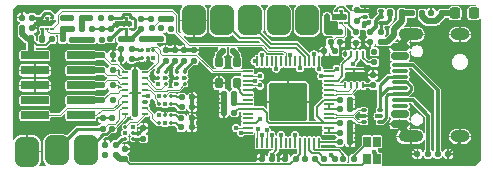
<source format=gtl>
G04 #@! TF.GenerationSoftware,KiCad,Pcbnew,8.0.3*
G04 #@! TF.CreationDate,2024-07-15T22:14:37+10:00*
G04 #@! TF.ProjectId,rs-probe,72732d70-726f-4626-952e-6b696361645f,rev?*
G04 #@! TF.SameCoordinates,Original*
G04 #@! TF.FileFunction,Copper,L1,Top*
G04 #@! TF.FilePolarity,Positive*
%FSLAX46Y46*%
G04 Gerber Fmt 4.6, Leading zero omitted, Abs format (unit mm)*
G04 Created by KiCad (PCBNEW 8.0.3) date 2024-07-15 22:14:37*
%MOMM*%
%LPD*%
G01*
G04 APERTURE LIST*
G04 Aperture macros list*
%AMRoundRect*
0 Rectangle with rounded corners*
0 $1 Rounding radius*
0 $2 $3 $4 $5 $6 $7 $8 $9 X,Y pos of 4 corners*
0 Add a 4 corners polygon primitive as box body*
4,1,4,$2,$3,$4,$5,$6,$7,$8,$9,$2,$3,0*
0 Add four circle primitives for the rounded corners*
1,1,$1+$1,$2,$3*
1,1,$1+$1,$4,$5*
1,1,$1+$1,$6,$7*
1,1,$1+$1,$8,$9*
0 Add four rect primitives between the rounded corners*
20,1,$1+$1,$2,$3,$4,$5,0*
20,1,$1+$1,$4,$5,$6,$7,0*
20,1,$1+$1,$6,$7,$8,$9,0*
20,1,$1+$1,$8,$9,$2,$3,0*%
G04 Aperture macros list end*
G04 #@! TA.AperFunction,SMDPad,CuDef*
%ADD10RoundRect,0.185000X-1.015000X-0.185000X1.015000X-0.185000X1.015000X0.185000X-1.015000X0.185000X0*%
G04 #@! TD*
G04 #@! TA.AperFunction,SMDPad,CuDef*
%ADD11RoundRect,0.150000X0.575000X-0.150000X0.575000X0.150000X-0.575000X0.150000X-0.575000X-0.150000X0*%
G04 #@! TD*
G04 #@! TA.AperFunction,SMDPad,CuDef*
%ADD12O,1.450000X0.300000*%
G04 #@! TD*
G04 #@! TA.AperFunction,ComponentPad*
%ADD13O,2.100000X1.000000*%
G04 #@! TD*
G04 #@! TA.AperFunction,ComponentPad*
%ADD14O,1.600000X1.000000*%
G04 #@! TD*
G04 #@! TA.AperFunction,SMDPad,CuDef*
%ADD15RoundRect,0.125000X0.200000X0.000010X-0.200000X0.000010X-0.200000X-0.000010X0.200000X-0.000010X0*%
G04 #@! TD*
G04 #@! TA.AperFunction,SMDPad,CuDef*
%ADD16RoundRect,0.125000X0.125000X1.925000X-0.125000X1.925000X-0.125000X-1.925000X0.125000X-1.925000X0*%
G04 #@! TD*
G04 #@! TA.AperFunction,SMDPad,CuDef*
%ADD17RoundRect,0.137500X0.137500X-0.137500X0.137500X0.137500X-0.137500X0.137500X-0.137500X-0.137500X0*%
G04 #@! TD*
G04 #@! TA.AperFunction,SMDPad,CuDef*
%ADD18RoundRect,0.500000X0.500000X0.750000X-0.500000X0.750000X-0.500000X-0.750000X0.500000X-0.750000X0*%
G04 #@! TD*
G04 #@! TA.AperFunction,SMDPad,CuDef*
%ADD19RoundRect,0.137500X-0.137500X-0.137500X0.137500X-0.137500X0.137500X0.137500X-0.137500X0.137500X0*%
G04 #@! TD*
G04 #@! TA.AperFunction,SMDPad,CuDef*
%ADD20RoundRect,0.050000X-0.050000X0.387500X-0.050000X-0.387500X0.050000X-0.387500X0.050000X0.387500X0*%
G04 #@! TD*
G04 #@! TA.AperFunction,SMDPad,CuDef*
%ADD21RoundRect,0.050000X-0.387500X0.050000X-0.387500X-0.050000X0.387500X-0.050000X0.387500X0.050000X0*%
G04 #@! TD*
G04 #@! TA.AperFunction,ComponentPad*
%ADD22C,0.600000*%
G04 #@! TD*
G04 #@! TA.AperFunction,SMDPad,CuDef*
%ADD23RoundRect,0.144000X-1.456000X1.456000X-1.456000X-1.456000X1.456000X-1.456000X1.456000X1.456000X0*%
G04 #@! TD*
G04 #@! TA.AperFunction,SMDPad,CuDef*
%ADD24RoundRect,0.137500X0.137500X0.137500X-0.137500X0.137500X-0.137500X-0.137500X0.137500X-0.137500X0*%
G04 #@! TD*
G04 #@! TA.AperFunction,SMDPad,CuDef*
%ADD25RoundRect,0.067500X-0.097500X-0.067500X0.097500X-0.067500X0.097500X0.067500X-0.097500X0.067500X0*%
G04 #@! TD*
G04 #@! TA.AperFunction,SMDPad,CuDef*
%ADD26RoundRect,0.147500X-0.147500X-0.172500X0.147500X-0.172500X0.147500X0.172500X-0.147500X0.172500X0*%
G04 #@! TD*
G04 #@! TA.AperFunction,SMDPad,CuDef*
%ADD27RoundRect,0.137500X-0.137500X0.137500X-0.137500X-0.137500X0.137500X-0.137500X0.137500X0.137500X0*%
G04 #@! TD*
G04 #@! TA.AperFunction,SMDPad,CuDef*
%ADD28RoundRect,0.500000X-0.500000X-0.750000X0.500000X-0.750000X0.500000X0.750000X-0.500000X0.750000X0*%
G04 #@! TD*
G04 #@! TA.AperFunction,SMDPad,CuDef*
%ADD29RoundRect,0.075000X-0.150000X-0.075000X0.150000X-0.075000X0.150000X0.075000X-0.150000X0.075000X0*%
G04 #@! TD*
G04 #@! TA.AperFunction,SMDPad,CuDef*
%ADD30RoundRect,0.067500X-0.067500X0.097500X-0.067500X-0.097500X0.067500X-0.097500X0.067500X0.097500X0*%
G04 #@! TD*
G04 #@! TA.AperFunction,SMDPad,CuDef*
%ADD31RoundRect,0.062500X0.087500X-0.062500X0.087500X0.062500X-0.087500X0.062500X-0.087500X-0.062500X0*%
G04 #@! TD*
G04 #@! TA.AperFunction,HeatsinkPad*
%ADD32R,0.940000X0.300000*%
G04 #@! TD*
G04 #@! TA.AperFunction,SMDPad,CuDef*
%ADD33R,0.650000X0.850000*%
G04 #@! TD*
G04 #@! TA.AperFunction,SMDPad,CuDef*
%ADD34O,0.250000X0.600000*%
G04 #@! TD*
G04 #@! TA.AperFunction,SMDPad,CuDef*
%ADD35R,1.600000X0.200000*%
G04 #@! TD*
G04 #@! TA.AperFunction,SMDPad,CuDef*
%ADD36RoundRect,0.067500X0.097500X0.067500X-0.097500X0.067500X-0.097500X-0.067500X0.097500X-0.067500X0*%
G04 #@! TD*
G04 #@! TA.AperFunction,SMDPad,CuDef*
%ADD37RoundRect,0.067500X0.067500X-0.097500X0.067500X0.097500X-0.067500X0.097500X-0.067500X-0.097500X0*%
G04 #@! TD*
G04 #@! TA.AperFunction,SMDPad,CuDef*
%ADD38RoundRect,0.218750X0.218750X0.256250X-0.218750X0.256250X-0.218750X-0.256250X0.218750X-0.256250X0*%
G04 #@! TD*
G04 #@! TA.AperFunction,SMDPad,CuDef*
%ADD39RoundRect,0.175000X-0.175000X0.275000X-0.175000X-0.275000X0.175000X-0.275000X0.175000X0.275000X0*%
G04 #@! TD*
G04 #@! TA.AperFunction,ViaPad*
%ADD40C,0.450000*%
G04 #@! TD*
G04 #@! TA.AperFunction,Conductor*
%ADD41C,0.200000*%
G04 #@! TD*
G04 #@! TA.AperFunction,Conductor*
%ADD42C,0.350000*%
G04 #@! TD*
G04 #@! TA.AperFunction,Conductor*
%ADD43C,0.150000*%
G04 #@! TD*
G04 #@! TA.AperFunction,Conductor*
%ADD44C,0.250000*%
G04 #@! TD*
G04 #@! TA.AperFunction,Conductor*
%ADD45C,0.300000*%
G04 #@! TD*
G04 #@! TA.AperFunction,Conductor*
%ADD46C,0.100000*%
G04 #@! TD*
G04 #@! TA.AperFunction,Conductor*
%ADD47C,0.550000*%
G04 #@! TD*
G04 #@! TA.AperFunction,Conductor*
%ADD48C,0.450000*%
G04 #@! TD*
G04 #@! TA.AperFunction,Conductor*
%ADD49C,0.500000*%
G04 #@! TD*
G04 APERTURE END LIST*
D10*
X150550000Y-83460000D03*
X154450000Y-83460000D03*
X150550000Y-84730000D03*
X154450000Y-84730000D03*
X150550000Y-86000000D03*
X154450000Y-86000000D03*
X150550000Y-87270000D03*
X154450000Y-87270000D03*
X150550000Y-88540000D03*
X154450000Y-88540000D03*
D11*
X181455000Y-89250000D03*
X181455000Y-88450000D03*
D12*
X181455000Y-87250000D03*
X181455000Y-86250000D03*
X181455000Y-85750000D03*
X181455000Y-84750000D03*
D11*
X181455000Y-83550000D03*
X181455000Y-82750000D03*
X181455000Y-82750000D03*
X181455000Y-83550000D03*
D12*
X181455000Y-84250000D03*
X181455000Y-85250000D03*
X181455000Y-86750000D03*
X181455000Y-87750000D03*
D11*
X181455000Y-88450000D03*
X181455000Y-89250000D03*
D13*
X182370000Y-90320000D03*
D14*
X186550000Y-90320000D03*
D13*
X182370000Y-81680000D03*
D14*
X186550000Y-81680000D03*
D15*
X159877328Y-88400000D03*
X159877328Y-87900000D03*
X159877328Y-87400000D03*
X159877328Y-86900000D03*
X159877328Y-86400000D03*
X159877328Y-85900000D03*
X159877328Y-85400000D03*
X159877328Y-84900000D03*
X158227328Y-84900000D03*
X158227328Y-85400000D03*
X158227328Y-85900000D03*
X158227328Y-86400000D03*
X158227328Y-86900000D03*
X158227328Y-87400000D03*
X158227328Y-87900000D03*
X158227328Y-88400000D03*
D16*
X159052328Y-86650000D03*
D17*
X160450000Y-82050000D03*
X160450000Y-81150000D03*
D18*
X164000000Y-80500000D03*
D19*
X156500000Y-91850000D03*
X157400000Y-91850000D03*
D17*
X179300000Y-84050000D03*
X179300000Y-83150000D03*
D20*
X174600000Y-83962500D03*
X174200000Y-83962500D03*
X173800000Y-83962500D03*
X173400000Y-83962500D03*
X173000000Y-83962500D03*
X172600000Y-83962500D03*
X172200000Y-83962500D03*
X171800000Y-83962500D03*
X171400000Y-83962500D03*
X171000000Y-83962500D03*
X170600000Y-83962500D03*
X170200000Y-83962500D03*
X169800000Y-83962500D03*
X169400000Y-83962500D03*
D21*
X168562500Y-84800000D03*
X168562500Y-85200000D03*
X168562500Y-85600000D03*
X168562500Y-86000000D03*
X168562500Y-86400000D03*
X168562500Y-86800000D03*
X168562500Y-87200000D03*
X168562500Y-87600000D03*
X168562500Y-88000000D03*
X168562500Y-88400000D03*
X168562500Y-88800000D03*
X168562500Y-89200000D03*
X168562500Y-89600000D03*
X168562500Y-90000000D03*
D20*
X169400000Y-90837500D03*
X169800000Y-90837500D03*
X170200000Y-90837500D03*
X170600000Y-90837500D03*
X171000000Y-90837500D03*
X171400000Y-90837500D03*
X171800000Y-90837500D03*
X172200000Y-90837500D03*
X172600000Y-90837500D03*
X173000000Y-90837500D03*
X173400000Y-90837500D03*
X173800000Y-90837500D03*
X174200000Y-90837500D03*
X174600000Y-90837500D03*
D21*
X175437500Y-90000000D03*
X175437500Y-89600000D03*
X175437500Y-89200000D03*
X175437500Y-88800000D03*
X175437500Y-88400000D03*
X175437500Y-88000000D03*
X175437500Y-87600000D03*
X175437500Y-87200000D03*
X175437500Y-86800000D03*
X175437500Y-86400000D03*
X175437500Y-86000000D03*
X175437500Y-85600000D03*
X175437500Y-85200000D03*
X175437500Y-84800000D03*
D22*
X173275000Y-86125000D03*
X172000000Y-86125000D03*
X170725000Y-86125000D03*
X173275000Y-87400000D03*
X172000000Y-87400000D03*
D23*
X172000000Y-87400000D03*
D22*
X170725000Y-87400000D03*
X173275000Y-88675000D03*
X172000000Y-88675000D03*
X170725000Y-88675000D03*
D24*
X167350000Y-83100000D03*
X166450000Y-83100000D03*
D25*
X160960000Y-84900000D03*
X160960000Y-85400000D03*
X160960000Y-85900000D03*
X161640000Y-85900000D03*
X161640000Y-85400000D03*
X161640000Y-84900000D03*
D24*
X172650000Y-92200000D03*
X171750000Y-92200000D03*
D26*
X180665000Y-79900000D03*
X181635000Y-79900000D03*
D27*
X176400000Y-81450000D03*
X176400000Y-82350000D03*
D28*
X152400000Y-91500000D03*
D17*
X163217328Y-83900000D03*
X163217328Y-83000000D03*
D19*
X162977328Y-87000000D03*
X163877328Y-87000000D03*
D17*
X154550000Y-82125000D03*
X154550000Y-81225000D03*
X158150000Y-92250000D03*
X158150000Y-91350000D03*
D24*
X157400000Y-91040000D03*
X156500000Y-91040000D03*
D27*
X159550000Y-80350000D03*
X159550000Y-81250000D03*
D24*
X167450000Y-86700000D03*
X166550000Y-86700000D03*
D28*
X166400000Y-80500000D03*
D29*
X178500000Y-79700000D03*
X178500000Y-80200000D03*
X178500000Y-80700000D03*
X179900000Y-80700000D03*
X179900000Y-80200000D03*
X179900000Y-79700000D03*
D30*
X162077328Y-86900000D03*
X161577328Y-86900000D03*
X161077328Y-86900000D03*
X161077328Y-87580000D03*
X161577328Y-87580000D03*
X162077328Y-87580000D03*
D24*
X170650000Y-92200000D03*
X169750000Y-92200000D03*
D19*
X162977328Y-87800000D03*
X163877328Y-87800000D03*
D27*
X153700000Y-81225000D03*
X153700000Y-82125000D03*
X150300000Y-80250000D03*
X150300000Y-81150000D03*
X177725000Y-81475000D03*
X177725000Y-82375000D03*
D24*
X161250000Y-80350000D03*
X160350000Y-80350000D03*
D17*
X161250000Y-82050000D03*
X161250000Y-81150000D03*
D24*
X158750000Y-82950000D03*
X157850000Y-82950000D03*
D19*
X176350000Y-90800000D03*
X177250000Y-90800000D03*
D31*
X157900000Y-81250000D03*
X158300000Y-81250000D03*
X158700000Y-81250000D03*
X158700000Y-80300000D03*
X158300000Y-80300000D03*
X157900000Y-80300000D03*
D32*
X158300000Y-80775000D03*
D17*
X161617328Y-83900000D03*
X161617328Y-83000000D03*
D28*
X171200000Y-80500000D03*
D27*
X157000000Y-80300000D03*
X157000000Y-81200000D03*
D17*
X149500000Y-81150000D03*
X149500000Y-80250000D03*
D19*
X184650000Y-91800000D03*
X185550000Y-91800000D03*
D17*
X156200000Y-82125000D03*
X156200000Y-81225000D03*
D25*
X162560000Y-84900000D03*
X162560000Y-85400000D03*
X162560000Y-85900000D03*
X163240000Y-85900000D03*
X163240000Y-85400000D03*
X163240000Y-84900000D03*
D33*
X179525000Y-92225000D03*
X178675000Y-92225000D03*
X178675000Y-90775000D03*
X179525000Y-90775000D03*
D19*
X176350000Y-89200000D03*
X177250000Y-89200000D03*
D24*
X152900000Y-82075000D03*
X152000000Y-82075000D03*
X158750000Y-83750000D03*
X157850000Y-83750000D03*
D17*
X175600000Y-82350000D03*
X175600000Y-81450000D03*
D34*
X178350000Y-83300000D03*
X177850000Y-83300000D03*
X177350000Y-83300000D03*
X176850000Y-83300000D03*
X176850000Y-86000000D03*
X177350000Y-86000000D03*
X177850000Y-86000000D03*
X178350000Y-86000000D03*
D35*
X177600000Y-84650000D03*
D19*
X175050000Y-83100000D03*
X175950000Y-83100000D03*
D27*
X152900000Y-80325000D03*
X152900000Y-81225000D03*
D17*
X162417328Y-83900000D03*
X162417328Y-83000000D03*
D29*
X178400000Y-88100000D03*
X178400000Y-88600000D03*
X178400000Y-89100000D03*
X179800000Y-89100000D03*
X179800000Y-88600000D03*
X179800000Y-88100000D03*
D28*
X168800000Y-80500000D03*
X149900000Y-91600000D03*
D24*
X157150000Y-87270000D03*
X156250000Y-87270000D03*
D17*
X159750000Y-90500000D03*
X159750000Y-89600000D03*
D24*
X157150000Y-84730000D03*
X156250000Y-84730000D03*
D31*
X151200000Y-81200000D03*
X151600000Y-81200000D03*
X152000000Y-81200000D03*
X152000000Y-80250000D03*
X151600000Y-80250000D03*
X151200000Y-80250000D03*
D32*
X151600000Y-80725000D03*
D36*
X158900000Y-90500000D03*
X158900000Y-90000000D03*
X158900000Y-89500000D03*
X158220000Y-89500000D03*
X158220000Y-90000000D03*
X158220000Y-90500000D03*
D24*
X174300000Y-92200000D03*
X173400000Y-92200000D03*
D28*
X154900000Y-91500000D03*
D24*
X177550000Y-92200000D03*
X176650000Y-92200000D03*
D37*
X159600000Y-83700000D03*
X160100000Y-83700000D03*
X160600000Y-83700000D03*
X160600000Y-83020000D03*
X160100000Y-83020000D03*
X159600000Y-83020000D03*
D19*
X155250000Y-80325000D03*
X156150000Y-80325000D03*
X162950000Y-89560000D03*
X163850000Y-89560000D03*
D24*
X167450000Y-88300000D03*
X166550000Y-88300000D03*
X157850000Y-82050000D03*
X156950000Y-82050000D03*
D19*
X176350000Y-87200000D03*
X177250000Y-87200000D03*
D24*
X157150000Y-83460000D03*
X156250000Y-83460000D03*
D17*
X164017328Y-83900000D03*
X164017328Y-83000000D03*
D19*
X162950000Y-88760000D03*
X163850000Y-88760000D03*
X176350000Y-90000000D03*
X177250000Y-90000000D03*
D17*
X179200000Y-86000000D03*
X179200000Y-85100000D03*
D26*
X150230000Y-82075000D03*
X151200000Y-82075000D03*
D19*
X158750000Y-82050000D03*
X159650000Y-82050000D03*
D27*
X157100000Y-88750000D03*
X157100000Y-89650000D03*
D19*
X178950000Y-81500000D03*
X179850000Y-81500000D03*
D17*
X155400000Y-82125000D03*
X155400000Y-81225000D03*
D38*
X187700000Y-79900000D03*
X186125000Y-79900000D03*
D24*
X175950000Y-92200000D03*
X175050000Y-92200000D03*
D30*
X162077328Y-88500000D03*
X161577328Y-88500000D03*
X161077328Y-88500000D03*
X161077328Y-89180000D03*
X161577328Y-89180000D03*
X162077328Y-89180000D03*
D27*
X177800000Y-79650000D03*
X177800000Y-80550000D03*
D24*
X167450000Y-87500000D03*
X166550000Y-87500000D03*
D39*
X166150000Y-84000000D03*
X166150000Y-85800000D03*
X167650000Y-85775000D03*
X167650000Y-84025000D03*
D24*
X179850000Y-82300000D03*
X178950000Y-82300000D03*
X183850000Y-91800000D03*
X182950000Y-91800000D03*
X185000000Y-79900000D03*
X184100000Y-79900000D03*
D31*
X176075001Y-80674999D03*
X176475001Y-80674999D03*
X176875001Y-80674999D03*
X176875001Y-79724999D03*
X176475001Y-79724999D03*
X176075001Y-79724999D03*
D32*
X176475001Y-80199999D03*
D24*
X154550000Y-80325000D03*
X153650000Y-80325000D03*
X183350000Y-79900000D03*
X182450000Y-79900000D03*
D27*
X156300000Y-88750000D03*
X156300000Y-89650000D03*
X162100000Y-80350000D03*
X162100000Y-81250000D03*
D19*
X176350000Y-88000000D03*
X177250000Y-88000000D03*
D18*
X173600000Y-80500000D03*
D24*
X157150000Y-86000000D03*
X156250000Y-86000000D03*
D40*
X179300000Y-91600000D03*
X175660000Y-91910000D03*
X184000000Y-87800000D03*
X160350000Y-80350000D03*
X157150000Y-86000000D03*
X178587220Y-84648881D03*
X169200000Y-86400000D03*
X173150000Y-89700000D03*
X157150000Y-84730000D03*
X166550000Y-86700000D03*
X150550000Y-84730000D03*
X172000000Y-89700000D03*
X179350000Y-79425000D03*
X166150000Y-85800000D03*
X177250000Y-89200000D03*
X160661088Y-85400000D03*
X161617328Y-83000000D03*
X177250000Y-88000000D03*
X182900000Y-86800000D03*
X161250000Y-81150000D03*
X162180000Y-85400000D03*
X176475001Y-80199999D03*
X149900000Y-91600000D03*
X177250000Y-90800000D03*
X156500000Y-91040000D03*
X155400000Y-81225000D03*
X163217328Y-83000000D03*
X159550000Y-80350000D03*
X163877328Y-87000000D03*
X178000000Y-88600000D03*
X177250000Y-90000000D03*
X166900000Y-84300000D03*
X166550000Y-87500000D03*
X157100000Y-88750000D03*
X163850000Y-88760000D03*
X150550000Y-86000000D03*
X184150000Y-79900000D03*
X157150000Y-87270000D03*
X182900000Y-85600000D03*
X166550000Y-88300000D03*
X157000000Y-81200000D03*
X169750000Y-91850000D03*
X157150000Y-83460000D03*
X179200000Y-85100000D03*
X156300000Y-88750000D03*
X160100000Y-84000000D03*
X156200000Y-81225000D03*
X159050000Y-88420000D03*
X184000000Y-86600000D03*
X174300000Y-89700000D03*
X177725000Y-82375000D03*
X176850000Y-83300000D03*
X159750000Y-89600000D03*
X150300000Y-81150000D03*
X152900000Y-80325000D03*
X171750000Y-91850000D03*
X159750000Y-90500000D03*
X176350000Y-90800000D03*
X176350000Y-90000000D03*
X176350000Y-88000000D03*
X174600000Y-84600000D03*
X169625000Y-88875000D03*
X167450000Y-87500000D03*
X179200000Y-86000000D03*
X161617328Y-83900000D03*
X171000000Y-84600000D03*
X162950000Y-88760000D03*
X179525000Y-90775000D03*
X170650000Y-91850000D03*
X158750000Y-83750000D03*
X163217328Y-83900000D03*
X162977328Y-87000000D03*
X175300000Y-80816666D03*
X167650000Y-84025000D03*
X175300000Y-80150000D03*
X175300000Y-81450000D03*
X187700000Y-79900000D03*
X181455000Y-88450000D03*
X181455000Y-83550000D03*
X179559990Y-88600000D03*
X157000000Y-80300000D03*
X177725000Y-81475000D03*
X150300000Y-80250000D03*
X181700000Y-79900000D03*
X179850000Y-82300000D03*
X158750000Y-82950000D03*
X162950000Y-89560000D03*
X162417328Y-83900000D03*
X164017328Y-83900000D03*
X156200000Y-82125000D03*
X157400000Y-91040000D03*
X156950000Y-82050000D03*
X162977328Y-87800000D03*
X171900000Y-79600000D03*
X156500000Y-91850000D03*
X149700000Y-83460000D03*
X174200000Y-80215003D03*
X174200000Y-79650000D03*
X178400000Y-81000000D03*
X178852002Y-80660998D03*
X174200000Y-80780006D03*
X177800000Y-80550000D03*
X173000000Y-84550000D03*
X174200000Y-83350000D03*
X156150000Y-80325000D03*
X162100000Y-81250000D03*
X172200000Y-83400000D03*
X158900000Y-89500000D03*
X170600000Y-90200000D03*
X179300000Y-83150000D03*
X172600000Y-90200000D03*
X158220000Y-90000000D03*
X161077328Y-88500000D03*
X170200000Y-89800000D03*
X169800000Y-90200000D03*
X161577328Y-89180000D03*
X169600000Y-86000000D03*
X159877328Y-87400000D03*
X169200000Y-85600000D03*
X160152141Y-86906335D03*
X162537328Y-85900000D03*
X167600000Y-89600000D03*
X176100000Y-84600000D03*
X179300000Y-84050000D03*
X168000000Y-90000000D03*
X161077328Y-86900000D03*
X160960000Y-85900000D03*
X169162500Y-83962500D03*
X161577328Y-87580000D03*
X169409837Y-89724592D03*
X169800000Y-83400000D03*
X160600000Y-83700000D03*
X160100000Y-83000000D03*
X169599033Y-85199999D03*
X161614997Y-85400000D03*
X177450000Y-84200000D03*
X174800000Y-85200000D03*
X163217328Y-85400000D03*
X171400000Y-90200000D03*
D41*
X179525000Y-92225000D02*
X179525000Y-91825000D01*
X179525000Y-91825000D02*
X179300000Y-91600000D01*
D42*
X175660000Y-91910000D02*
X175950000Y-92200000D01*
D43*
X178275000Y-92725000D02*
X178675000Y-92325000D01*
X174300000Y-92200000D02*
X174825000Y-92725000D01*
X178675000Y-92325000D02*
X178675000Y-92225000D01*
X174825000Y-92725000D02*
X178275000Y-92725000D01*
X177550000Y-91980000D02*
X178675000Y-90855000D01*
X178675000Y-90855000D02*
X178675000Y-90775000D01*
X177550000Y-92200000D02*
X177550000Y-91980000D01*
D44*
X151200000Y-82075000D02*
X151200000Y-81200000D01*
D45*
X157425000Y-80775000D02*
X158300000Y-80775000D01*
D46*
X162800000Y-88335000D02*
X163425000Y-88335000D01*
D42*
X161617328Y-83000000D02*
X162417328Y-83000000D01*
D44*
X158300000Y-80300000D02*
X158300000Y-80775000D01*
D47*
X153650000Y-80325000D02*
X152900000Y-80325000D01*
D46*
X161577328Y-88400000D02*
X161792328Y-88185000D01*
D41*
X182370000Y-91220000D02*
X182950000Y-91800000D01*
D47*
X177250000Y-90800000D02*
X177250000Y-90000000D01*
D46*
X161577328Y-86870000D02*
X161872328Y-86575000D01*
D42*
X164017328Y-83000000D02*
X163217328Y-83000000D01*
D45*
X178500000Y-79700000D02*
X177850000Y-79700000D01*
D46*
X163425000Y-88335000D02*
X163850000Y-88760000D01*
D45*
X179075000Y-79700000D02*
X178500000Y-79700000D01*
D47*
X181455000Y-89405000D02*
X182370000Y-90320000D01*
D42*
X163850000Y-88760000D02*
X163850000Y-89560000D01*
D46*
X161577328Y-88500000D02*
X161577328Y-88400000D01*
D47*
X181455000Y-82750000D02*
X181455000Y-82595000D01*
D46*
X161577328Y-86900000D02*
X161577328Y-86870000D01*
D45*
X179350000Y-79425000D02*
X179075000Y-79700000D01*
D42*
X163877328Y-87000000D02*
X163877328Y-87800000D01*
D41*
X182370000Y-90320000D02*
X182370000Y-91220000D01*
D47*
X166550000Y-88300000D02*
X166550000Y-87500000D01*
D46*
X161872328Y-86575000D02*
X163452328Y-86575000D01*
X162650000Y-88185000D02*
X162800000Y-88335000D01*
D47*
X166550000Y-86700000D02*
X166550000Y-87500000D01*
D45*
X157000000Y-81200000D02*
X157425000Y-80775000D01*
D44*
X176475001Y-79724999D02*
X176475001Y-80199999D01*
X160100000Y-83700000D02*
X160100000Y-84000000D01*
D47*
X177250000Y-88000000D02*
X177250000Y-87200000D01*
D45*
X177850000Y-79700000D02*
X177800000Y-79650000D01*
D44*
X159750000Y-89600000D02*
X159350000Y-90000000D01*
D48*
X171750000Y-91850000D02*
X171750000Y-92200000D01*
D44*
X162180000Y-85400000D02*
X162560000Y-85400000D01*
D41*
X177600000Y-84650000D02*
X178586101Y-84650000D01*
X168562500Y-86400000D02*
X169200000Y-86400000D01*
X178586101Y-84650000D02*
X178587220Y-84648881D01*
D45*
X150725000Y-80725000D02*
X151600000Y-80725000D01*
D41*
X186550000Y-90800000D02*
X185550000Y-91800000D01*
D48*
X169750000Y-91850000D02*
X169750000Y-92200000D01*
D47*
X181455000Y-82595000D02*
X182370000Y-81680000D01*
D44*
X159350000Y-90000000D02*
X158900000Y-90000000D01*
D47*
X177250000Y-89200000D02*
X177250000Y-90000000D01*
D44*
X160661088Y-85400000D02*
X160960000Y-85400000D01*
D47*
X181455000Y-89250000D02*
X181455000Y-89405000D01*
D45*
X150300000Y-81150000D02*
X150725000Y-80725000D01*
X178400000Y-88600000D02*
X178000000Y-88600000D01*
D44*
X151600000Y-80250000D02*
X151600000Y-80725000D01*
D46*
X163452328Y-86575000D02*
X163877328Y-87000000D01*
X161792328Y-88185000D02*
X162650000Y-88185000D01*
D41*
X186550000Y-90320000D02*
X186550000Y-90800000D01*
X175437500Y-87600000D02*
X175437500Y-88000000D01*
D44*
X160960000Y-84557328D02*
X160960000Y-84900000D01*
D41*
X171000000Y-83962500D02*
X171000000Y-84600000D01*
D44*
X178350000Y-86000000D02*
X179200000Y-86000000D01*
D47*
X175300000Y-81450000D02*
X175300000Y-80150000D01*
D41*
X176350000Y-90000000D02*
X175437500Y-90000000D01*
D47*
X167450000Y-86700000D02*
X167450000Y-87500000D01*
D44*
X158900000Y-90500000D02*
X159750000Y-90500000D01*
X158750000Y-83750000D02*
X159250000Y-83750000D01*
D41*
X175437500Y-89600000D02*
X175437500Y-90000000D01*
D47*
X176400000Y-81450000D02*
X175300000Y-81450000D01*
D41*
X169625000Y-88875000D02*
X169300000Y-89200000D01*
X176350000Y-88000000D02*
X175437500Y-88000000D01*
X167350000Y-87600000D02*
X168562500Y-87600000D01*
X162500000Y-86900000D02*
X162077328Y-86900000D01*
D44*
X162977328Y-87000000D02*
X162977328Y-86960000D01*
D41*
X162950000Y-88760000D02*
X162760000Y-88760000D01*
D49*
X167650000Y-84025000D02*
X167650000Y-83400000D01*
D41*
X162500000Y-88500000D02*
X162077328Y-88500000D01*
D44*
X159250000Y-83750000D02*
X159300000Y-83700000D01*
D41*
X174600000Y-83962500D02*
X174600000Y-84600000D01*
X169300000Y-89200000D02*
X168562500Y-89200000D01*
X162600000Y-87000000D02*
X162500000Y-86900000D01*
D44*
X162537328Y-84580000D02*
X162537328Y-84900000D01*
X162977328Y-86960000D02*
X162917328Y-86900000D01*
D41*
X170650000Y-91850000D02*
X171000000Y-91500000D01*
X175437500Y-87600000D02*
X175200000Y-87600000D01*
X171000000Y-91500000D02*
X171000000Y-90837500D01*
D49*
X167650000Y-83400000D02*
X167350000Y-83100000D01*
D48*
X170650000Y-91850000D02*
X170650000Y-92200000D01*
D41*
X176350000Y-90800000D02*
X174600000Y-90800000D01*
X162977328Y-87000000D02*
X162600000Y-87000000D01*
D44*
X161617328Y-83900000D02*
X160960000Y-84557328D01*
X163217328Y-83900000D02*
X162537328Y-84580000D01*
D41*
X162760000Y-88760000D02*
X162500000Y-88500000D01*
D44*
X159300000Y-83700000D02*
X159600000Y-83700000D01*
D45*
X179559990Y-88600000D02*
X179800000Y-88600000D01*
D41*
X176875001Y-80674999D02*
X177175001Y-80674999D01*
D44*
X150300000Y-80250000D02*
X151200000Y-80250000D01*
D41*
X176675000Y-79399999D02*
X176275002Y-79399999D01*
D44*
X158508320Y-79950000D02*
X158700000Y-80141680D01*
X158995000Y-80400000D02*
X158995000Y-81150000D01*
D41*
X177175001Y-80925001D02*
X177175001Y-79900000D01*
D44*
X157900000Y-80300000D02*
X157000000Y-80300000D01*
D47*
X181635000Y-80565000D02*
X181635000Y-79900000D01*
D44*
X151795000Y-79850000D02*
X151441680Y-79850000D01*
D47*
X179850000Y-82300000D02*
X180400000Y-82300000D01*
D44*
X152000000Y-80055000D02*
X151795000Y-79850000D01*
X157900000Y-80300000D02*
X157900000Y-80141680D01*
D41*
X176275002Y-79399999D02*
X176075001Y-79600000D01*
X176075001Y-79600000D02*
X176075001Y-79724999D01*
D44*
X158895000Y-81250000D02*
X158700000Y-81250000D01*
X158995000Y-81150000D02*
X158895000Y-81250000D01*
D41*
X177175001Y-79900000D02*
X176675000Y-79399999D01*
D47*
X182450000Y-79900000D02*
X181635000Y-79900000D01*
D44*
X158895000Y-80300000D02*
X158995000Y-80400000D01*
X157900000Y-80141680D02*
X158091680Y-79950000D01*
X158700000Y-80300000D02*
X158895000Y-80300000D01*
D47*
X180945000Y-81255000D02*
X181635000Y-80565000D01*
D44*
X151200000Y-80091680D02*
X151200000Y-80250000D01*
X151441680Y-79850000D02*
X151200000Y-80091680D01*
X158091680Y-79950000D02*
X158508320Y-79950000D01*
D47*
X180945000Y-81755000D02*
X180945000Y-81255000D01*
D44*
X152000000Y-80250000D02*
X152000000Y-80055000D01*
D41*
X177725000Y-81475000D02*
X177175001Y-80925001D01*
D47*
X180400000Y-82300000D02*
X180945000Y-81755000D01*
D44*
X158700000Y-80141680D02*
X158700000Y-80300000D01*
D47*
X154500000Y-82125000D02*
X155300000Y-82125000D01*
X153700000Y-82125000D02*
X154500000Y-82125000D01*
D44*
X161640000Y-84677328D02*
X161640000Y-84900000D01*
X163217328Y-84700000D02*
X163217328Y-84900000D01*
X161640000Y-84900000D02*
X161617328Y-84900000D01*
X159250000Y-82950000D02*
X158750000Y-82950000D01*
X164017328Y-83900000D02*
X163217328Y-84700000D01*
D41*
X162950000Y-89560000D02*
X162860000Y-89560000D01*
X162500000Y-87580000D02*
X162077328Y-87580000D01*
X162860000Y-89560000D02*
X162480000Y-89180000D01*
D44*
X157900000Y-81250000D02*
X157750000Y-81250000D01*
D41*
X162977328Y-87800000D02*
X162720000Y-87800000D01*
D44*
X157400000Y-91040000D02*
X157940000Y-90500000D01*
X157940000Y-90500000D02*
X158220000Y-90500000D01*
X159320000Y-83020000D02*
X159250000Y-82950000D01*
X162859274Y-89469274D02*
X162950000Y-89560000D01*
X159600000Y-83020000D02*
X159320000Y-83020000D01*
X157750000Y-81250000D02*
X156950000Y-82050000D01*
X162417328Y-83900000D02*
X161640000Y-84677328D01*
D41*
X162720000Y-87800000D02*
X162500000Y-87580000D01*
X162480000Y-89180000D02*
X162077328Y-89180000D01*
X158575000Y-92675000D02*
X172175000Y-92675000D01*
X172925000Y-91918892D02*
X173000000Y-91843892D01*
X173000000Y-91843892D02*
X173000000Y-90837500D01*
X158150000Y-92250000D02*
X158575000Y-92675000D01*
X172650000Y-92275000D02*
X172650000Y-92200000D01*
X172650000Y-92200000D02*
X172925000Y-91925000D01*
D47*
X157400000Y-91850000D02*
X157800000Y-92250000D01*
D41*
X172175000Y-92675000D02*
X172650000Y-92200000D01*
D47*
X157800000Y-92250000D02*
X158150000Y-92250000D01*
D41*
X173000000Y-90837500D02*
X173000000Y-91229940D01*
X172925000Y-91925000D02*
X172925000Y-91918892D01*
D47*
X150230000Y-82075000D02*
X150230000Y-83140000D01*
D41*
X150750000Y-82595000D02*
X150230000Y-82075000D01*
X152000000Y-82075000D02*
X152000000Y-82090528D01*
X152000000Y-82090528D02*
X151495528Y-82595000D01*
D47*
X149935001Y-82075000D02*
X149500000Y-81639999D01*
X149500000Y-81639999D02*
X149500000Y-81150000D01*
D41*
X151495528Y-82595000D02*
X150750000Y-82595000D01*
D47*
X150230000Y-82075000D02*
X149935001Y-82075000D01*
X160450000Y-82050000D02*
X161250000Y-82050000D01*
X159650000Y-82050000D02*
X160450000Y-82050000D01*
D44*
X179900000Y-81000000D02*
X179900000Y-80700000D01*
D45*
X180665000Y-80435000D02*
X180400000Y-80700000D01*
D44*
X179850000Y-81500000D02*
X179850000Y-81050000D01*
D45*
X180665000Y-79900000D02*
X180665000Y-80435000D01*
D44*
X179850000Y-81050000D02*
X179900000Y-81000000D01*
D45*
X180400000Y-80700000D02*
X179900000Y-80700000D01*
D44*
X178500000Y-80900000D02*
X178400000Y-81000000D01*
X178852002Y-80660998D02*
X178813000Y-80700000D01*
X178813000Y-80700000D02*
X178500000Y-80700000D01*
D41*
X168800000Y-80750000D02*
X168800000Y-80500000D01*
X173800000Y-83545796D02*
X172754204Y-82500000D01*
X170550000Y-82500000D02*
X168800000Y-80750000D01*
X172754204Y-82500000D02*
X170550000Y-82500000D01*
X173800000Y-83962500D02*
X173800000Y-83545796D01*
X169625736Y-82000000D02*
X167900000Y-82000000D01*
X173400000Y-83570060D02*
X172629940Y-82800000D01*
X172629940Y-82800000D02*
X170425736Y-82800000D01*
X170425736Y-82800000D02*
X169625736Y-82000000D01*
X167900000Y-82000000D02*
X166400000Y-80500000D01*
X173400000Y-83962500D02*
X173400000Y-83570060D01*
X177800000Y-80550000D02*
X178150000Y-80200000D01*
X178150000Y-80200000D02*
X178500000Y-80200000D01*
X177800000Y-80550000D02*
X177800000Y-80550000D01*
X173000000Y-84550000D02*
X173000000Y-83962500D01*
X174200000Y-83962500D02*
X174200000Y-83350000D01*
D45*
X183850000Y-91800000D02*
X183850000Y-88550000D01*
X182550000Y-87250000D02*
X181455000Y-87250000D01*
X183850000Y-88550000D02*
X182550000Y-87250000D01*
X184650000Y-86355000D02*
X182545000Y-84250000D01*
X184650000Y-91800000D02*
X184650000Y-86355000D01*
X182545000Y-84250000D02*
X181455000Y-84250000D01*
D43*
X174600000Y-91750000D02*
X174050000Y-91750000D01*
X174050000Y-91750000D02*
X173800000Y-91500000D01*
X175050000Y-92200000D02*
X174600000Y-91750000D01*
X173800000Y-91500000D02*
X173800000Y-90837500D01*
X173400000Y-92200000D02*
X173400000Y-90837500D01*
X174200000Y-91392158D02*
X174297842Y-91490000D01*
X174297842Y-91490000D02*
X176290000Y-91490000D01*
X174200000Y-90837500D02*
X174200000Y-91392158D01*
X176290000Y-91490000D02*
X176650000Y-91850000D01*
X176650000Y-91850000D02*
X176650000Y-92200000D01*
D46*
X156250000Y-87169167D02*
X156250000Y-87270000D01*
X157567698Y-86600000D02*
X157767698Y-86400000D01*
X156920000Y-86600000D02*
X157567698Y-86600000D01*
D49*
X156250000Y-87270000D02*
X154450000Y-87270000D01*
D46*
X156250000Y-87270000D02*
X156920000Y-86600000D01*
X157767698Y-86400000D02*
X158227328Y-86400000D01*
D44*
X158300000Y-82050000D02*
X158300000Y-81250000D01*
X159600000Y-81250000D02*
X159550000Y-81250000D01*
D47*
X157850000Y-82050000D02*
X158750000Y-82050000D01*
D42*
X159550000Y-81250000D02*
X158750000Y-82050000D01*
D47*
X152900000Y-81225000D02*
X152900000Y-81575000D01*
D46*
X151600000Y-81349999D02*
X151825001Y-81575000D01*
D47*
X152900000Y-81575000D02*
X152900000Y-82075000D01*
D46*
X151825001Y-81575000D02*
X152900000Y-81575000D01*
D47*
X153700000Y-81225000D02*
X152900000Y-81225000D01*
D46*
X151600000Y-81200000D02*
X151600000Y-81349999D01*
D49*
X166150000Y-83400000D02*
X166450000Y-83100000D01*
X166150000Y-84000000D02*
X166150000Y-83400000D01*
D44*
X156350000Y-90150000D02*
X156600000Y-90150000D01*
D46*
X158227328Y-88672672D02*
X157250000Y-89650000D01*
X155100000Y-91400000D02*
X155350000Y-91400000D01*
D44*
X156600000Y-90150000D02*
X157100000Y-89650000D01*
D46*
X158227328Y-88400000D02*
X158227328Y-88672672D01*
X154900000Y-91600000D02*
X155100000Y-91400000D01*
D44*
X154900000Y-91600000D02*
X156350000Y-90150000D01*
D46*
X157250000Y-89650000D02*
X157100000Y-89650000D01*
X156250000Y-83460000D02*
X156990000Y-84200000D01*
X156990000Y-84200000D02*
X157527328Y-84200000D01*
X157527328Y-84200000D02*
X158227328Y-84900000D01*
D49*
X156250000Y-83460000D02*
X154450000Y-83460000D01*
D46*
X157700000Y-85400000D02*
X158227328Y-85400000D01*
X156250000Y-84730000D02*
X156675000Y-85155000D01*
D49*
X156250000Y-84730000D02*
X154450000Y-84730000D01*
D46*
X157455000Y-85155000D02*
X157700000Y-85400000D01*
X156675000Y-85155000D02*
X157455000Y-85155000D01*
X157475000Y-85575000D02*
X157800000Y-85900000D01*
X157800000Y-85900000D02*
X158227328Y-85900000D01*
D49*
X156250000Y-86000000D02*
X154450000Y-86000000D01*
D46*
X156675000Y-85575000D02*
X157475000Y-85575000D01*
X156250000Y-86000000D02*
X156675000Y-85575000D01*
X158227328Y-87900000D02*
X157902329Y-87900000D01*
X157700000Y-88102329D02*
X157700000Y-88835396D01*
X156725000Y-89225000D02*
X156300000Y-89650000D01*
D44*
X154150000Y-89650000D02*
X152400000Y-91400000D01*
D46*
X157902329Y-87900000D02*
X157700000Y-88102329D01*
X157700000Y-88835396D02*
X157310396Y-89225000D01*
X157310396Y-89225000D02*
X156725000Y-89225000D01*
D44*
X156300000Y-89650000D02*
X154150000Y-89650000D01*
D41*
X172200000Y-83962500D02*
X172200000Y-83400000D01*
X174410000Y-88610000D02*
X174410000Y-87835060D01*
X175000000Y-89200000D02*
X174410000Y-88610000D01*
X175437500Y-89200000D02*
X176350000Y-89200000D01*
X175045060Y-87200000D02*
X175437500Y-87200000D01*
X170200000Y-88300000D02*
X170200000Y-89002480D01*
X169900000Y-88000000D02*
X170200000Y-88300000D01*
X167750000Y-88000000D02*
X167450000Y-88300000D01*
X167450000Y-88300000D02*
X167350000Y-88400000D01*
X170200000Y-89002480D02*
X170397520Y-89200000D01*
X170397520Y-89200000D02*
X175437500Y-89200000D01*
X176350000Y-87200000D02*
X175437500Y-87200000D01*
X174410000Y-87835060D02*
X175045060Y-87200000D01*
X175437500Y-89200000D02*
X175000000Y-89200000D01*
X167350000Y-88400000D02*
X167300000Y-88400000D01*
X168562500Y-88000000D02*
X167750000Y-88000000D01*
X168562500Y-88000000D02*
X169900000Y-88000000D01*
D47*
X154550000Y-81225000D02*
X154550000Y-80325000D01*
X155250000Y-80325000D02*
X154550000Y-80325000D01*
D44*
X180450000Y-86250000D02*
X179800000Y-86900000D01*
X179800000Y-85930000D02*
X179800000Y-88100000D01*
X180480000Y-85250000D02*
X179800000Y-85930000D01*
X181455000Y-85250000D02*
X180480000Y-85250000D01*
X181455000Y-86250000D02*
X180450000Y-86250000D01*
X182405000Y-86094670D02*
X182405000Y-86405330D01*
X179951344Y-89100000D02*
X179800000Y-89100000D01*
X180300000Y-86900000D02*
X180300000Y-88751344D01*
X180300000Y-88751344D02*
X179951344Y-89100000D01*
X182405000Y-86405330D02*
X182060330Y-86750000D01*
X181455000Y-86750000D02*
X180450000Y-86750000D01*
X181455000Y-85750000D02*
X182060330Y-85750000D01*
X180450000Y-86750000D02*
X180300000Y-86900000D01*
X182060330Y-86750000D02*
X181455000Y-86750000D01*
X182060330Y-85750000D02*
X182405000Y-86094670D01*
D41*
X170600000Y-90837500D02*
X170600000Y-90200000D01*
X172600000Y-90200000D02*
X172600000Y-90837500D01*
D46*
X170200000Y-90837500D02*
X170200000Y-89800000D01*
D41*
X169800000Y-90200000D02*
X169800000Y-90837500D01*
D46*
X168562500Y-86000000D02*
X169600000Y-86000000D01*
X157988239Y-87400000D02*
X157288239Y-88100000D01*
X156200000Y-88100000D02*
X155760000Y-88540000D01*
X155760000Y-88540000D02*
X154450000Y-88540000D01*
X157288239Y-88100000D02*
X156200000Y-88100000D01*
X158227328Y-87400000D02*
X157988239Y-87400000D01*
X157902329Y-86900000D02*
X158227328Y-86900000D01*
X152660000Y-88540000D02*
X153300000Y-87900000D01*
X157575000Y-87530396D02*
X157575000Y-87227329D01*
X150550000Y-88540000D02*
X152660000Y-88540000D01*
X157205396Y-87900000D02*
X157575000Y-87530396D01*
X157575000Y-87227329D02*
X157902329Y-86900000D01*
X153300000Y-87900000D02*
X157205396Y-87900000D01*
X168562500Y-85600000D02*
X169200000Y-85600000D01*
X167600000Y-89600000D02*
X168562500Y-89600000D01*
D45*
X179900000Y-79700000D02*
X179900000Y-80200000D01*
X179900000Y-80200000D02*
X179713302Y-80200000D01*
X179400000Y-80513302D02*
X179400000Y-81050000D01*
X179713302Y-80200000D02*
X179400000Y-80513302D01*
X179400000Y-81050000D02*
X178950000Y-81500000D01*
D41*
X179300000Y-84050000D02*
X178750000Y-84050000D01*
X175900000Y-84800000D02*
X176100000Y-84600000D01*
X178750000Y-84050000D02*
X178350000Y-83650000D01*
X178350000Y-83650000D02*
X178350000Y-83300000D01*
X175437500Y-84800000D02*
X175900000Y-84800000D01*
D46*
X168240772Y-88800000D02*
X168562500Y-88800000D01*
X176475001Y-80727253D02*
X176825000Y-81077252D01*
X176475001Y-80674999D02*
X176475001Y-80727253D01*
X176610396Y-81925000D02*
X176025000Y-81925000D01*
D44*
X175950000Y-83100000D02*
X175600000Y-82750000D01*
D46*
X176825000Y-81710396D02*
X176610396Y-81925000D01*
D44*
X175600000Y-82750000D02*
X175600000Y-82350000D01*
D46*
X176025000Y-81925000D02*
X175600000Y-82350000D01*
X176825000Y-81077252D02*
X176825000Y-81710396D01*
X177500000Y-88500000D02*
X177900000Y-88100000D01*
X175437500Y-88400000D02*
X176000000Y-88400000D01*
X176100000Y-88500000D02*
X177500000Y-88500000D01*
X176000000Y-88400000D02*
X176100000Y-88500000D01*
X177900000Y-88100000D02*
X178400000Y-88100000D01*
D41*
X168000000Y-90000000D02*
X168562500Y-90000000D01*
X169162500Y-83962500D02*
X169400000Y-83962500D01*
D46*
X169400000Y-89734429D02*
X169400000Y-90837500D01*
X169409837Y-89724592D02*
X169400000Y-89734429D01*
D41*
X169800000Y-83400000D02*
X169800000Y-83962500D01*
D46*
X161177328Y-83245396D02*
X161177328Y-82997328D01*
X161177328Y-82997328D02*
X160885000Y-82705000D01*
X164227724Y-83425000D02*
X161356932Y-83425000D01*
X168562500Y-84800000D02*
X165602724Y-84800000D01*
X161356932Y-83425000D02*
X161177328Y-83245396D01*
X165602724Y-84800000D02*
X164227724Y-83425000D01*
X160885000Y-82705000D02*
X160395000Y-82705000D01*
X160395000Y-82705000D02*
X160100000Y-83000000D01*
X176000000Y-88800000D02*
X176100000Y-88700000D01*
X176100000Y-88700000D02*
X177500000Y-88700000D01*
X177900000Y-89100000D02*
X178400000Y-89100000D01*
X177500000Y-88700000D02*
X177900000Y-89100000D01*
X175437500Y-88800000D02*
X176000000Y-88800000D01*
X168562500Y-85200000D02*
X169599032Y-85200000D01*
X169599032Y-85200000D02*
X169599033Y-85199999D01*
X159177328Y-89100000D02*
X158620000Y-89100000D01*
X158620000Y-89100000D02*
X158220000Y-89500000D01*
X159877328Y-88400000D02*
X159177328Y-89100000D01*
X161250000Y-80350000D02*
X160450000Y-81150000D01*
D47*
X161250000Y-80350000D02*
X162100000Y-80350000D01*
D46*
X160880000Y-89180000D02*
X161077328Y-89180000D01*
X159877328Y-87900000D02*
X159969702Y-87900000D01*
X160500000Y-88800000D02*
X160880000Y-89180000D01*
X159969702Y-87900000D02*
X160500000Y-88430298D01*
X160500000Y-88430298D02*
X160500000Y-88800000D01*
D41*
X177450000Y-84200000D02*
X177850000Y-83800000D01*
X177850000Y-83800000D02*
X177850000Y-83300000D01*
X174800000Y-85200000D02*
X175437500Y-85200000D01*
X176600000Y-84225000D02*
X176600000Y-85200000D01*
X177350000Y-83300000D02*
X177350000Y-83475000D01*
X177350000Y-83475000D02*
X176600000Y-84225000D01*
X176200000Y-85600000D02*
X175437500Y-85600000D01*
X176600000Y-85200000D02*
X176200000Y-85600000D01*
D46*
X176850000Y-86000000D02*
X175437500Y-86000000D01*
X176000000Y-86400000D02*
X176100000Y-86500000D01*
X176100000Y-86500000D02*
X177100000Y-86500000D01*
X175437500Y-86400000D02*
X176000000Y-86400000D01*
X177100000Y-86500000D02*
X177350000Y-86250000D01*
X177350000Y-86250000D02*
X177350000Y-86000000D01*
X177850000Y-86000000D02*
X177850000Y-86175000D01*
X176000000Y-86800000D02*
X175437500Y-86800000D01*
X176100000Y-86700000D02*
X176000000Y-86800000D01*
X177850000Y-86175000D02*
X177325000Y-86700000D01*
X177325000Y-86700000D02*
X176100000Y-86700000D01*
D41*
X171400000Y-90200000D02*
X171400000Y-90837500D01*
D46*
X152822746Y-79675000D02*
X152475000Y-80022746D01*
X169847182Y-82575000D02*
X163589604Y-82575000D01*
X171800000Y-83962500D02*
X171800000Y-83248456D01*
X162175000Y-79675000D02*
X152822746Y-79675000D01*
X162525000Y-80025000D02*
X162175000Y-79675000D01*
X170322182Y-83050000D02*
X169847182Y-82575000D01*
X163589604Y-82575000D02*
X162525000Y-81510396D01*
X152475000Y-80725000D02*
X152000000Y-81200000D01*
X162525000Y-81510396D02*
X162525000Y-80025000D01*
X171601544Y-83050000D02*
X170322182Y-83050000D01*
X152475000Y-80022746D02*
X152475000Y-80725000D01*
X171800000Y-83248456D02*
X171601544Y-83050000D01*
D47*
X186125000Y-79900000D02*
X185000000Y-79900000D01*
X184503594Y-80550000D02*
X183746406Y-80550000D01*
X183746406Y-80550000D02*
X183350000Y-80153594D01*
X185000000Y-79900000D02*
X185000000Y-80053594D01*
X185000000Y-80053594D02*
X184503594Y-80550000D01*
X183350000Y-80153594D02*
X183350000Y-79900000D01*
D46*
X160687328Y-87061544D02*
X160900000Y-87274216D01*
X159877328Y-86400000D02*
X160271643Y-86400000D01*
X160271643Y-86400000D02*
X160687328Y-86815686D01*
X160687328Y-86815686D02*
X160687328Y-87061544D01*
X160900000Y-87402672D02*
X161077328Y-87580000D01*
X160900000Y-87274216D02*
X160900000Y-87402672D01*
X160054486Y-85900000D02*
X160654486Y-86500000D01*
X161664485Y-86500000D02*
X161789485Y-86375000D01*
X161789485Y-86375000D02*
X162742328Y-86375000D01*
X159877328Y-85900000D02*
X160054486Y-85900000D01*
X160654486Y-86500000D02*
X161664485Y-86500000D01*
X162742328Y-86375000D02*
X163217328Y-85900000D01*
X159969702Y-85400000D02*
X159877328Y-85400000D01*
X160790000Y-86290000D02*
X160352328Y-85852328D01*
X160352328Y-85782626D02*
X159969702Y-85400000D01*
X161250000Y-86290000D02*
X160790000Y-86290000D01*
X161640000Y-85900000D02*
X161250000Y-86290000D01*
X160352328Y-85852328D02*
X160352328Y-85782626D01*
X160077328Y-84900000D02*
X161000000Y-83977328D01*
X161000000Y-83977328D02*
X161000000Y-83342672D01*
X161000000Y-83342672D02*
X160677328Y-83020000D01*
X159877328Y-84900000D02*
X160077328Y-84900000D01*
D41*
X167925000Y-86554940D02*
X168170060Y-86800000D01*
X167925000Y-86418892D02*
X167925000Y-86554940D01*
X167650000Y-86143892D02*
X167925000Y-86418892D01*
X167650000Y-85775000D02*
X167650000Y-86143892D01*
X168170060Y-86800000D02*
X168562500Y-86800000D01*
G04 #@! TA.AperFunction,Conductor*
G36*
X176167540Y-80569685D02*
G01*
X176213295Y-80622489D01*
X176224501Y-80674000D01*
X176224501Y-80754571D01*
X176224999Y-80764698D01*
X176224999Y-81296000D01*
X176205314Y-81363039D01*
X176152510Y-81408794D01*
X176100999Y-81420000D01*
X175478999Y-81420000D01*
X175411960Y-81400315D01*
X175366205Y-81347511D01*
X175354999Y-81296000D01*
X175354999Y-80674000D01*
X175374684Y-80606961D01*
X175427488Y-80561206D01*
X175478999Y-80550000D01*
X176100501Y-80550000D01*
X176167540Y-80569685D01*
G37*
G04 #@! TD.AperFunction*
G04 #@! TA.AperFunction,Conductor*
G36*
X163046613Y-79214852D02*
G01*
X163060965Y-79249500D01*
X163046613Y-79284148D01*
X162982317Y-79348443D01*
X162982313Y-79348448D01*
X162898719Y-79489798D01*
X162852899Y-79647508D01*
X162852899Y-79647510D01*
X162850000Y-79684355D01*
X162850000Y-80425000D01*
X165150000Y-80425000D01*
X165150000Y-79684369D01*
X165149999Y-79684355D01*
X165147100Y-79647510D01*
X165147100Y-79647508D01*
X165101280Y-79489798D01*
X165017686Y-79348448D01*
X165017682Y-79348443D01*
X164953387Y-79284148D01*
X164939035Y-79249500D01*
X164953387Y-79214852D01*
X164988035Y-79200500D01*
X165453684Y-79200500D01*
X165488332Y-79214852D01*
X165502684Y-79249500D01*
X165488332Y-79284148D01*
X165405812Y-79366667D01*
X165405808Y-79366672D01*
X165326008Y-79501607D01*
X165282267Y-79652160D01*
X165282267Y-79652162D01*
X165279500Y-79687329D01*
X165279500Y-81312670D01*
X165282267Y-81347837D01*
X165282267Y-81347839D01*
X165314895Y-81460141D01*
X165325411Y-81496339D01*
X165326008Y-81498392D01*
X165405808Y-81633327D01*
X165405812Y-81633332D01*
X165516667Y-81744187D01*
X165516672Y-81744191D01*
X165651607Y-81823991D01*
X165651608Y-81823991D01*
X165651611Y-81823993D01*
X165802161Y-81867732D01*
X165837332Y-81870500D01*
X165837343Y-81870500D01*
X166962657Y-81870500D01*
X166962668Y-81870500D01*
X166997839Y-81867732D01*
X167148389Y-81823993D01*
X167281421Y-81745317D01*
X167318548Y-81740033D01*
X167341011Y-81752846D01*
X167775093Y-82186929D01*
X167775094Y-82186929D01*
X167775096Y-82186931D01*
X167856139Y-82220500D01*
X167856140Y-82220500D01*
X169514106Y-82220500D01*
X169548754Y-82234852D01*
X169634754Y-82320852D01*
X169649106Y-82355500D01*
X169634754Y-82390148D01*
X169600106Y-82404500D01*
X163680523Y-82404500D01*
X163645875Y-82390148D01*
X163187338Y-81931611D01*
X163172986Y-81896963D01*
X163187338Y-81862315D01*
X163221986Y-81847963D01*
X163236672Y-81851005D01*
X163236842Y-81850422D01*
X163397509Y-81897100D01*
X163434355Y-81899999D01*
X163434369Y-81900000D01*
X163925000Y-81900000D01*
X164075000Y-81900000D01*
X164565631Y-81900000D01*
X164565644Y-81899999D01*
X164602489Y-81897100D01*
X164602491Y-81897100D01*
X164760201Y-81851280D01*
X164901551Y-81767686D01*
X164901556Y-81767682D01*
X165017682Y-81651556D01*
X165017686Y-81651551D01*
X165101280Y-81510201D01*
X165147100Y-81352491D01*
X165147100Y-81352489D01*
X165149999Y-81315644D01*
X165150000Y-81315630D01*
X165150000Y-80575000D01*
X164075000Y-80575000D01*
X164075000Y-81900000D01*
X163925000Y-81900000D01*
X163925000Y-80575000D01*
X162850000Y-80575000D01*
X162850000Y-81315644D01*
X162852899Y-81352489D01*
X162852899Y-81352491D01*
X162899578Y-81513158D01*
X162898088Y-81513590D01*
X162898590Y-81546063D01*
X162872485Y-81572988D01*
X162834986Y-81573567D01*
X162818388Y-81562661D01*
X162709852Y-81454125D01*
X162695500Y-81419477D01*
X162695500Y-79991087D01*
X162695499Y-79991083D01*
X162695112Y-79990148D01*
X162669543Y-79928420D01*
X162621580Y-79880457D01*
X162457149Y-79716026D01*
X162271582Y-79530458D01*
X162263598Y-79527151D01*
X162245053Y-79519469D01*
X162208916Y-79504500D01*
X162208915Y-79504500D01*
X152856661Y-79504500D01*
X152788831Y-79504500D01*
X152788829Y-79504500D01*
X152726164Y-79530458D01*
X152726163Y-79530458D01*
X152462373Y-79794250D01*
X152378420Y-79878203D01*
X152363339Y-79893284D01*
X152330456Y-79926166D01*
X152330456Y-79926167D01*
X152316678Y-79959427D01*
X152290159Y-79985945D01*
X152252656Y-79985943D01*
X152226139Y-79959425D01*
X152226120Y-79959380D01*
X152219153Y-79942559D01*
X152213296Y-79928419D01*
X152213295Y-79928418D01*
X152212362Y-79926166D01*
X152208125Y-79915935D01*
X152139065Y-79846875D01*
X152136275Y-79844085D01*
X152136268Y-79844079D01*
X151934067Y-79641876D01*
X151934016Y-79641855D01*
X151888330Y-79622931D01*
X151843834Y-79604500D01*
X151843833Y-79604500D01*
X151490513Y-79604500D01*
X151392847Y-79604500D01*
X151392845Y-79604500D01*
X151345769Y-79624000D01*
X151302664Y-79641855D01*
X151302613Y-79641876D01*
X151302612Y-79641876D01*
X151060935Y-79883555D01*
X150991876Y-79952612D01*
X150991876Y-79952613D01*
X150991875Y-79952614D01*
X150991875Y-79952615D01*
X150984392Y-79970681D01*
X150982913Y-79974252D01*
X150956394Y-80000770D01*
X150937643Y-80004500D01*
X150701822Y-80004500D01*
X150667174Y-79990148D01*
X150661080Y-79982723D01*
X150623508Y-79926491D01*
X150554613Y-79880458D01*
X150538167Y-79869469D01*
X150462913Y-79854500D01*
X150462909Y-79854500D01*
X150137091Y-79854500D01*
X150061832Y-79869469D01*
X149976490Y-79926492D01*
X149961479Y-79948958D01*
X149930296Y-79969793D01*
X149893514Y-79962475D01*
X149880311Y-79949422D01*
X149878793Y-79947206D01*
X149802792Y-79871205D01*
X149802793Y-79871205D01*
X149704465Y-79827789D01*
X149704459Y-79827787D01*
X149680441Y-79825001D01*
X149680421Y-79825000D01*
X149575000Y-79825000D01*
X149575000Y-80276000D01*
X149560648Y-80310648D01*
X149526000Y-80325000D01*
X149075000Y-80325000D01*
X149075000Y-80430421D01*
X149075001Y-80430441D01*
X149077787Y-80454459D01*
X149077789Y-80454465D01*
X149121205Y-80552792D01*
X149197207Y-80628794D01*
X149295077Y-80672008D01*
X149320976Y-80699132D01*
X149320110Y-80736625D01*
X149292986Y-80762524D01*
X149284845Y-80764891D01*
X149261836Y-80769468D01*
X149261832Y-80769469D01*
X149176491Y-80826491D01*
X149119470Y-80911832D01*
X149119469Y-80911833D01*
X149104500Y-80987087D01*
X149104500Y-80987088D01*
X149104500Y-80987090D01*
X149104500Y-81692071D01*
X149131451Y-81792655D01*
X149131452Y-81792657D01*
X149134497Y-81797931D01*
X149146401Y-81818548D01*
X149183521Y-81882842D01*
X149259947Y-81959268D01*
X149259952Y-81959272D01*
X149618521Y-82317842D01*
X149618522Y-82317843D01*
X149692158Y-82391479D01*
X149782344Y-82443548D01*
X149798181Y-82447791D01*
X149827934Y-82470619D01*
X149834500Y-82495121D01*
X149834500Y-82920500D01*
X149820148Y-82955148D01*
X149785500Y-82969500D01*
X149489383Y-82969500D01*
X149463842Y-82972463D01*
X149359358Y-83018597D01*
X149278597Y-83099358D01*
X149232463Y-83203842D01*
X149229500Y-83229383D01*
X149229500Y-83690616D01*
X149232463Y-83716157D01*
X149278597Y-83820641D01*
X149359358Y-83901402D01*
X149359359Y-83901402D01*
X149359360Y-83901403D01*
X149463844Y-83947537D01*
X149489384Y-83950500D01*
X149489387Y-83950500D01*
X151610613Y-83950500D01*
X151610616Y-83950500D01*
X151636156Y-83947537D01*
X151740640Y-83901403D01*
X151821403Y-83820640D01*
X151867537Y-83716156D01*
X151870500Y-83690616D01*
X151870500Y-83229384D01*
X151867537Y-83203844D01*
X151821403Y-83099360D01*
X151821402Y-83099359D01*
X151821402Y-83099358D01*
X151740641Y-83018597D01*
X151740642Y-83018597D01*
X151636157Y-82972463D01*
X151610616Y-82969500D01*
X150674500Y-82969500D01*
X150639852Y-82955148D01*
X150625500Y-82920500D01*
X150625500Y-82855431D01*
X150639852Y-82820783D01*
X150674500Y-82806431D01*
X150693248Y-82810160D01*
X150706140Y-82815500D01*
X150706142Y-82815500D01*
X151539386Y-82815500D01*
X151539388Y-82815500D01*
X151620431Y-82781931D01*
X151917510Y-82484850D01*
X151952158Y-82470499D01*
X152162909Y-82470499D01*
X152162912Y-82470499D01*
X152238167Y-82455531D01*
X152323508Y-82398508D01*
X152380531Y-82313167D01*
X152395500Y-82237913D01*
X152395499Y-81912088D01*
X152380531Y-81836833D01*
X152370433Y-81821721D01*
X152363119Y-81784940D01*
X152383955Y-81753757D01*
X152411177Y-81745500D01*
X152455500Y-81745500D01*
X152490148Y-81759852D01*
X152504500Y-81794500D01*
X152504500Y-82237908D01*
X152519469Y-82313167D01*
X152576491Y-82398508D01*
X152610674Y-82421347D01*
X152661833Y-82455531D01*
X152737087Y-82470500D01*
X152842221Y-82470499D01*
X152842231Y-82470500D01*
X152847931Y-82470500D01*
X152957770Y-82470500D01*
X152957778Y-82470499D01*
X153062909Y-82470499D01*
X153062912Y-82470499D01*
X153138167Y-82455531D01*
X153223508Y-82398508D01*
X153242553Y-82370003D01*
X153273734Y-82349169D01*
X153310517Y-82356484D01*
X153324037Y-82370004D01*
X153376491Y-82448508D01*
X153398049Y-82462912D01*
X153461833Y-82505531D01*
X153537087Y-82520500D01*
X153642221Y-82520499D01*
X153642231Y-82520500D01*
X153647931Y-82520500D01*
X155361814Y-82520500D01*
X155361818Y-82520499D01*
X155562909Y-82520499D01*
X155562912Y-82520499D01*
X155638167Y-82505531D01*
X155723508Y-82448508D01*
X155759258Y-82395003D01*
X155790440Y-82374169D01*
X155827223Y-82381485D01*
X155840742Y-82395004D01*
X155876491Y-82448508D01*
X155898049Y-82462912D01*
X155961833Y-82505531D01*
X156037087Y-82520500D01*
X156362912Y-82520499D01*
X156438167Y-82505531D01*
X156523508Y-82448508D01*
X156562717Y-82389826D01*
X156593899Y-82368992D01*
X156630682Y-82376308D01*
X156711833Y-82430531D01*
X156787087Y-82445500D01*
X157112912Y-82445499D01*
X157188167Y-82430531D01*
X157273508Y-82373508D01*
X157330531Y-82288167D01*
X157345500Y-82212913D01*
X157345499Y-82021984D01*
X157359850Y-81987338D01*
X157370854Y-81976334D01*
X157405502Y-81961985D01*
X157440150Y-81976338D01*
X157454500Y-82010985D01*
X157454500Y-82212908D01*
X157469469Y-82288167D01*
X157526491Y-82373508D01*
X157558663Y-82395004D01*
X157611833Y-82430531D01*
X157634843Y-82435108D01*
X157666025Y-82455942D01*
X157673343Y-82492724D01*
X157652508Y-82523907D01*
X157645077Y-82527991D01*
X157547206Y-82571206D01*
X157471205Y-82647207D01*
X157427789Y-82745534D01*
X157427787Y-82745540D01*
X157425001Y-82769558D01*
X157425000Y-82769578D01*
X157425000Y-82875000D01*
X157876000Y-82875000D01*
X157910648Y-82889352D01*
X157925000Y-82924000D01*
X157925000Y-84175000D01*
X158030421Y-84175000D01*
X158030441Y-84174998D01*
X158054459Y-84172212D01*
X158054465Y-84172210D01*
X158152792Y-84128794D01*
X158228794Y-84052792D01*
X158272008Y-83954922D01*
X158299132Y-83929023D01*
X158336625Y-83929889D01*
X158362524Y-83957013D01*
X158364891Y-83965154D01*
X158369468Y-83988163D01*
X158369469Y-83988167D01*
X158426491Y-84073508D01*
X158457909Y-84094500D01*
X158511833Y-84130531D01*
X158587087Y-84145500D01*
X158912912Y-84145499D01*
X158988167Y-84130531D01*
X159073508Y-84073508D01*
X159111080Y-84017276D01*
X159142262Y-83996442D01*
X159151822Y-83995500D01*
X159298831Y-83995500D01*
X159298833Y-83995500D01*
X159389065Y-83958125D01*
X159389067Y-83958122D01*
X159392915Y-83956529D01*
X159430418Y-83956529D01*
X159438887Y-83961055D01*
X159459146Y-83974592D01*
X159513984Y-83985500D01*
X159513987Y-83985500D01*
X159686013Y-83985500D01*
X159686016Y-83985500D01*
X159740854Y-83974592D01*
X159802700Y-83933266D01*
X159839481Y-83925950D01*
X159870664Y-83946786D01*
X159875688Y-83954306D01*
X159875691Y-83954309D01*
X159947637Y-84002380D01*
X160011077Y-84014999D01*
X160025000Y-84014999D01*
X160025000Y-83674000D01*
X160039352Y-83639352D01*
X160074000Y-83625000D01*
X160126000Y-83625000D01*
X160160648Y-83639352D01*
X160175000Y-83674000D01*
X160175000Y-84014999D01*
X160188917Y-84014999D01*
X160252364Y-84002379D01*
X160316717Y-83959381D01*
X160353500Y-83952065D01*
X160375435Y-83962586D01*
X160424585Y-84003828D01*
X160539079Y-84045500D01*
X160539080Y-84045500D01*
X160572408Y-84045500D01*
X160607056Y-84059852D01*
X160621408Y-84094500D01*
X160607056Y-84129148D01*
X160096055Y-84640148D01*
X160061407Y-84654500D01*
X159653151Y-84654500D01*
X159581538Y-84668744D01*
X159523338Y-84707631D01*
X159486555Y-84714946D01*
X159455373Y-84694110D01*
X159448057Y-84676447D01*
X159436372Y-84617699D01*
X159375592Y-84526735D01*
X159284627Y-84465955D01*
X159204413Y-84450000D01*
X159127328Y-84450000D01*
X159127328Y-86575000D01*
X159467037Y-86575000D01*
X159476565Y-86571052D01*
X159503793Y-86579310D01*
X159548615Y-86609258D01*
X159569451Y-86640440D01*
X159562135Y-86677222D01*
X159548615Y-86690743D01*
X159503793Y-86720690D01*
X159467010Y-86728005D01*
X159461388Y-86725000D01*
X158637611Y-86725000D01*
X158628078Y-86728947D01*
X158600862Y-86720690D01*
X158572772Y-86701922D01*
X158556038Y-86690741D01*
X158535204Y-86659561D01*
X158542519Y-86622778D01*
X158556040Y-86609258D01*
X158600862Y-86579310D01*
X158637644Y-86571994D01*
X158643268Y-86575000D01*
X158977328Y-86575000D01*
X158977328Y-84450000D01*
X158900243Y-84450000D01*
X158820028Y-84465955D01*
X158729063Y-84526735D01*
X158668283Y-84617700D01*
X158656598Y-84676447D01*
X158635762Y-84707630D01*
X158598980Y-84714947D01*
X158581317Y-84707631D01*
X158561080Y-84694110D01*
X158523117Y-84668744D01*
X158523114Y-84668743D01*
X158451512Y-84654500D01*
X158451509Y-84654500D01*
X158243248Y-84654500D01*
X158208600Y-84640148D01*
X157789352Y-84220900D01*
X157775000Y-84186252D01*
X157775000Y-83025000D01*
X157424999Y-83025000D01*
X157418256Y-83031743D01*
X157383608Y-83046094D01*
X157363816Y-83041918D01*
X157354467Y-83037790D01*
X157354459Y-83037787D01*
X157330441Y-83035001D01*
X157330421Y-83035000D01*
X157225000Y-83035000D01*
X157225000Y-83885000D01*
X157330421Y-83885000D01*
X157330441Y-83884998D01*
X157354456Y-83882212D01*
X157354458Y-83882211D01*
X157356207Y-83881440D01*
X157357395Y-83881412D01*
X157358015Y-83881244D01*
X157358056Y-83881397D01*
X157393700Y-83880574D01*
X157420825Y-83906472D01*
X157425000Y-83926265D01*
X157425000Y-83930421D01*
X157425001Y-83930441D01*
X157427787Y-83954459D01*
X157427788Y-83954462D01*
X157430546Y-83960707D01*
X157431412Y-83998200D01*
X157405514Y-84025325D01*
X157385721Y-84029500D01*
X157080919Y-84029500D01*
X157046271Y-84015148D01*
X156999771Y-83968648D01*
X156985419Y-83934000D01*
X156999771Y-83899352D01*
X157034419Y-83885000D01*
X157075000Y-83885000D01*
X157075000Y-83035000D01*
X156969579Y-83035000D01*
X156969558Y-83035001D01*
X156945540Y-83037787D01*
X156945534Y-83037789D01*
X156847207Y-83081205D01*
X156771205Y-83157207D01*
X156727991Y-83255077D01*
X156700867Y-83280976D01*
X156663374Y-83280110D01*
X156637475Y-83252986D01*
X156635108Y-83244849D01*
X156630531Y-83221833D01*
X156608036Y-83188167D01*
X156573508Y-83136491D01*
X156513165Y-83096172D01*
X156488167Y-83079469D01*
X156412913Y-83064500D01*
X156412909Y-83064500D01*
X156087091Y-83064500D01*
X156011831Y-83079469D01*
X156011830Y-83079470D01*
X156009179Y-83081242D01*
X155981956Y-83089500D01*
X155731839Y-83089500D01*
X155697191Y-83075148D01*
X155640640Y-83018597D01*
X155640639Y-83018596D01*
X155536157Y-82972463D01*
X155510616Y-82969500D01*
X153389384Y-82969500D01*
X153389383Y-82969500D01*
X153363842Y-82972463D01*
X153259358Y-83018597D01*
X153178597Y-83099358D01*
X153132463Y-83203842D01*
X153129500Y-83229383D01*
X153129500Y-83690616D01*
X153132463Y-83716157D01*
X153178597Y-83820641D01*
X153259358Y-83901402D01*
X153259359Y-83901402D01*
X153259360Y-83901403D01*
X153363844Y-83947537D01*
X153389384Y-83950500D01*
X153389387Y-83950500D01*
X155510613Y-83950500D01*
X155510616Y-83950500D01*
X155536156Y-83947537D01*
X155640640Y-83901403D01*
X155697191Y-83844851D01*
X155731839Y-83830500D01*
X155981956Y-83830500D01*
X156009179Y-83838758D01*
X156011831Y-83840530D01*
X156011833Y-83840531D01*
X156087087Y-83855500D01*
X156384080Y-83855499D01*
X156418728Y-83869851D01*
X156838997Y-84290120D01*
X156853349Y-84324768D01*
X156838997Y-84359416D01*
X156771205Y-84427207D01*
X156727991Y-84525077D01*
X156700867Y-84550976D01*
X156663374Y-84550110D01*
X156637475Y-84522986D01*
X156635108Y-84514849D01*
X156630531Y-84491833D01*
X156602579Y-84450000D01*
X156573508Y-84406491D01*
X156517138Y-84368827D01*
X156488167Y-84349469D01*
X156412913Y-84334500D01*
X156412909Y-84334500D01*
X156087091Y-84334500D01*
X156011831Y-84349469D01*
X156011830Y-84349470D01*
X156009179Y-84351242D01*
X155981956Y-84359500D01*
X155731839Y-84359500D01*
X155697191Y-84345148D01*
X155640640Y-84288597D01*
X155640639Y-84288596D01*
X155536157Y-84242463D01*
X155510616Y-84239500D01*
X153389384Y-84239500D01*
X153389383Y-84239500D01*
X153363842Y-84242463D01*
X153259358Y-84288597D01*
X153178597Y-84369358D01*
X153132463Y-84473842D01*
X153129500Y-84499383D01*
X153129500Y-84960616D01*
X153132463Y-84986157D01*
X153178597Y-85090641D01*
X153259358Y-85171402D01*
X153259359Y-85171402D01*
X153259360Y-85171403D01*
X153363844Y-85217537D01*
X153389384Y-85220500D01*
X153389387Y-85220500D01*
X155510613Y-85220500D01*
X155510616Y-85220500D01*
X155536156Y-85217537D01*
X155640640Y-85171403D01*
X155697191Y-85114851D01*
X155731839Y-85100500D01*
X155981956Y-85100500D01*
X156009179Y-85108758D01*
X156011831Y-85110530D01*
X156011833Y-85110531D01*
X156087087Y-85125500D01*
X156384080Y-85125499D01*
X156418728Y-85139851D01*
X156530457Y-85251580D01*
X156578420Y-85299543D01*
X156619420Y-85316526D01*
X156627155Y-85319730D01*
X156653673Y-85346249D01*
X156653673Y-85383752D01*
X156627155Y-85410270D01*
X156578418Y-85430457D01*
X156418727Y-85590148D01*
X156384079Y-85604500D01*
X156087091Y-85604500D01*
X156011831Y-85619469D01*
X156011830Y-85619470D01*
X156009179Y-85621242D01*
X155981956Y-85629500D01*
X155731839Y-85629500D01*
X155697191Y-85615148D01*
X155640640Y-85558597D01*
X155640639Y-85558596D01*
X155536157Y-85512463D01*
X155510616Y-85509500D01*
X153389384Y-85509500D01*
X153389383Y-85509500D01*
X153363842Y-85512463D01*
X153259358Y-85558597D01*
X153178597Y-85639358D01*
X153132463Y-85743842D01*
X153129500Y-85769383D01*
X153129500Y-86230616D01*
X153132463Y-86256157D01*
X153178597Y-86360641D01*
X153259358Y-86441402D01*
X153259359Y-86441402D01*
X153259360Y-86441403D01*
X153363844Y-86487537D01*
X153389384Y-86490500D01*
X153389387Y-86490500D01*
X155510613Y-86490500D01*
X155510616Y-86490500D01*
X155536156Y-86487537D01*
X155640640Y-86441403D01*
X155697191Y-86384851D01*
X155731839Y-86370500D01*
X155981956Y-86370500D01*
X156009179Y-86378758D01*
X156011831Y-86380530D01*
X156011833Y-86380531D01*
X156087087Y-86395500D01*
X156412912Y-86395499D01*
X156488167Y-86380531D01*
X156573508Y-86323508D01*
X156630531Y-86238167D01*
X156635108Y-86215154D01*
X156655942Y-86183974D01*
X156692724Y-86176656D01*
X156723907Y-86197491D01*
X156727991Y-86204923D01*
X156771205Y-86302792D01*
X156842594Y-86374181D01*
X156856946Y-86408829D01*
X156842594Y-86443477D01*
X156826701Y-86454098D01*
X156823418Y-86455457D01*
X156418727Y-86860148D01*
X156384079Y-86874500D01*
X156087091Y-86874500D01*
X156011831Y-86889469D01*
X156011830Y-86889470D01*
X156009179Y-86891242D01*
X155981956Y-86899500D01*
X155731839Y-86899500D01*
X155697191Y-86885148D01*
X155640640Y-86828597D01*
X155640639Y-86828596D01*
X155536157Y-86782463D01*
X155510616Y-86779500D01*
X153389384Y-86779500D01*
X153389383Y-86779500D01*
X153363842Y-86782463D01*
X153259358Y-86828597D01*
X153178597Y-86909358D01*
X153132463Y-87013842D01*
X153129500Y-87039383D01*
X153129500Y-87500616D01*
X153132463Y-87526157D01*
X153178597Y-87630641D01*
X153222271Y-87674315D01*
X153236623Y-87708963D01*
X153222271Y-87743611D01*
X153206377Y-87754232D01*
X153203419Y-87755457D01*
X153203417Y-87755458D01*
X152603729Y-88355148D01*
X152569081Y-88369500D01*
X151919500Y-88369500D01*
X151884852Y-88355148D01*
X151870500Y-88320500D01*
X151870500Y-88309386D01*
X151870500Y-88309384D01*
X151867537Y-88283844D01*
X151821403Y-88179360D01*
X151821402Y-88179359D01*
X151821402Y-88179358D01*
X151740641Y-88098597D01*
X151740642Y-88098597D01*
X151636157Y-88052463D01*
X151610616Y-88049500D01*
X149489384Y-88049500D01*
X149489383Y-88049500D01*
X149463842Y-88052463D01*
X149359358Y-88098597D01*
X149278597Y-88179358D01*
X149232463Y-88283842D01*
X149229500Y-88309383D01*
X149229500Y-88770616D01*
X149232463Y-88796157D01*
X149278597Y-88900641D01*
X149359358Y-88981402D01*
X149359359Y-88981402D01*
X149359360Y-88981403D01*
X149463844Y-89027537D01*
X149489384Y-89030500D01*
X149489387Y-89030500D01*
X151610613Y-89030500D01*
X151610616Y-89030500D01*
X151636156Y-89027537D01*
X151740640Y-88981403D01*
X151821403Y-88900640D01*
X151867537Y-88796156D01*
X151870500Y-88770616D01*
X151870500Y-88759500D01*
X151884852Y-88724852D01*
X151919500Y-88710500D01*
X152693913Y-88710500D01*
X152693915Y-88710500D01*
X152756580Y-88684543D01*
X153045852Y-88395271D01*
X153080500Y-88380919D01*
X153115148Y-88395271D01*
X153129500Y-88429919D01*
X153129500Y-88770616D01*
X153132463Y-88796157D01*
X153178597Y-88900641D01*
X153259358Y-88981402D01*
X153259359Y-88981402D01*
X153259360Y-88981403D01*
X153363844Y-89027537D01*
X153389384Y-89030500D01*
X153389387Y-89030500D01*
X155510613Y-89030500D01*
X155510616Y-89030500D01*
X155536156Y-89027537D01*
X155640640Y-88981403D01*
X155721403Y-88900640D01*
X155767537Y-88796156D01*
X155770500Y-88770616D01*
X155770500Y-88752939D01*
X155784852Y-88718291D01*
X155800745Y-88707670D01*
X155856580Y-88684543D01*
X155856582Y-88684541D01*
X155858505Y-88683257D01*
X155885726Y-88675000D01*
X157126000Y-88675000D01*
X157160648Y-88689352D01*
X157175000Y-88724000D01*
X157175000Y-88776000D01*
X157160648Y-88810648D01*
X157126000Y-88825000D01*
X155875000Y-88825000D01*
X155875000Y-88930421D01*
X155875001Y-88930441D01*
X155877787Y-88954459D01*
X155877789Y-88954465D01*
X155921205Y-89052792D01*
X155997207Y-89128794D01*
X156095077Y-89172008D01*
X156120976Y-89199132D01*
X156120110Y-89236625D01*
X156092986Y-89262524D01*
X156084845Y-89264891D01*
X156061836Y-89269468D01*
X156061832Y-89269469D01*
X155976491Y-89326491D01*
X155938920Y-89382723D01*
X155907738Y-89403558D01*
X155898178Y-89404500D01*
X154204542Y-89404500D01*
X154204534Y-89404499D01*
X154198833Y-89404499D01*
X154101167Y-89404499D01*
X154101165Y-89404499D01*
X154056901Y-89422835D01*
X154040811Y-89429500D01*
X154019890Y-89438166D01*
X154010933Y-89441876D01*
X154010932Y-89441876D01*
X153941875Y-89510935D01*
X153941874Y-89510936D01*
X153255956Y-90196852D01*
X153221308Y-90211204D01*
X153196365Y-90204380D01*
X153196067Y-90204204D01*
X153164184Y-90185348D01*
X153148390Y-90176007D01*
X152997838Y-90132267D01*
X152962670Y-90129500D01*
X152962668Y-90129500D01*
X151837332Y-90129500D01*
X151837329Y-90129500D01*
X151802162Y-90132267D01*
X151802160Y-90132267D01*
X151651607Y-90176008D01*
X151516672Y-90255808D01*
X151516667Y-90255812D01*
X151405812Y-90366667D01*
X151405808Y-90366672D01*
X151326008Y-90501607D01*
X151282267Y-90652160D01*
X151282267Y-90652162D01*
X151279500Y-90687329D01*
X151279500Y-92312670D01*
X151282267Y-92347837D01*
X151282267Y-92347839D01*
X151312672Y-92452489D01*
X151324395Y-92492842D01*
X151326008Y-92498392D01*
X151405808Y-92633327D01*
X151405812Y-92633332D01*
X151488332Y-92715852D01*
X151502684Y-92750500D01*
X151488332Y-92785148D01*
X151453684Y-92799500D01*
X150975235Y-92799500D01*
X150940587Y-92785148D01*
X150926235Y-92750500D01*
X150933059Y-92725557D01*
X151001280Y-92610201D01*
X151047100Y-92452491D01*
X151047100Y-92452489D01*
X151049999Y-92415644D01*
X151050000Y-92415630D01*
X151050000Y-91675000D01*
X149874000Y-91675000D01*
X149839352Y-91660648D01*
X149825000Y-91626000D01*
X149825000Y-91525000D01*
X149975000Y-91525000D01*
X151050000Y-91525000D01*
X151050000Y-90784369D01*
X151049999Y-90784355D01*
X151047100Y-90747510D01*
X151047100Y-90747508D01*
X151001280Y-90589798D01*
X150917686Y-90448448D01*
X150917682Y-90448443D01*
X150801556Y-90332317D01*
X150801551Y-90332313D01*
X150660201Y-90248719D01*
X150502490Y-90202899D01*
X150465644Y-90200000D01*
X149975000Y-90200000D01*
X149975000Y-91525000D01*
X149825000Y-91525000D01*
X149825000Y-90200000D01*
X149334355Y-90200000D01*
X149297510Y-90202899D01*
X149297508Y-90202899D01*
X149139798Y-90248719D01*
X148998448Y-90332313D01*
X148998443Y-90332317D01*
X148882317Y-90448443D01*
X148882313Y-90448448D01*
X148798718Y-90589798D01*
X148796554Y-90597250D01*
X148773105Y-90626518D01*
X148735829Y-90630633D01*
X148706561Y-90607184D01*
X148700500Y-90583579D01*
X148700500Y-87039383D01*
X149229500Y-87039383D01*
X149229500Y-87500616D01*
X149232463Y-87526157D01*
X149278597Y-87630641D01*
X149359358Y-87711402D01*
X149359359Y-87711402D01*
X149359360Y-87711403D01*
X149463844Y-87757537D01*
X149489384Y-87760500D01*
X149489387Y-87760500D01*
X151610613Y-87760500D01*
X151610616Y-87760500D01*
X151636156Y-87757537D01*
X151740640Y-87711403D01*
X151821403Y-87630640D01*
X151867537Y-87526156D01*
X151870500Y-87500616D01*
X151870500Y-87039384D01*
X151867537Y-87013844D01*
X151821403Y-86909360D01*
X151821402Y-86909359D01*
X151821402Y-86909358D01*
X151740641Y-86828597D01*
X151740642Y-86828597D01*
X151636157Y-86782463D01*
X151610616Y-86779500D01*
X149489384Y-86779500D01*
X149489383Y-86779500D01*
X149463842Y-86782463D01*
X149359358Y-86828597D01*
X149278597Y-86909358D01*
X149232463Y-87013842D01*
X149229500Y-87039383D01*
X148700500Y-87039383D01*
X148700500Y-86224255D01*
X149200001Y-86224255D01*
X149206422Y-86273040D01*
X149256351Y-86380112D01*
X149256352Y-86380114D01*
X149339885Y-86463647D01*
X149339887Y-86463648D01*
X149446956Y-86513576D01*
X149495748Y-86519999D01*
X150475000Y-86519999D01*
X150625000Y-86519999D01*
X151604250Y-86519999D01*
X151604255Y-86519998D01*
X151653040Y-86513577D01*
X151760112Y-86463648D01*
X151760114Y-86463647D01*
X151843647Y-86380114D01*
X151843648Y-86380112D01*
X151893576Y-86273043D01*
X151900000Y-86224251D01*
X151900000Y-86075000D01*
X150625000Y-86075000D01*
X150625000Y-86519999D01*
X150475000Y-86519999D01*
X150475000Y-86075000D01*
X149200001Y-86075000D01*
X149200001Y-86224255D01*
X148700500Y-86224255D01*
X148700500Y-85775748D01*
X149200000Y-85775748D01*
X149200000Y-85925000D01*
X150475000Y-85925000D01*
X150625000Y-85925000D01*
X151899999Y-85925000D01*
X151899999Y-85775749D01*
X151899998Y-85775744D01*
X151893577Y-85726959D01*
X151843648Y-85619887D01*
X151843647Y-85619885D01*
X151760114Y-85536352D01*
X151760112Y-85536351D01*
X151653043Y-85486423D01*
X151604251Y-85480000D01*
X150625000Y-85480000D01*
X150625000Y-85925000D01*
X150475000Y-85925000D01*
X150475000Y-85480000D01*
X149495749Y-85480000D01*
X149495744Y-85480001D01*
X149446959Y-85486422D01*
X149339887Y-85536351D01*
X149339885Y-85536352D01*
X149256352Y-85619885D01*
X149256351Y-85619887D01*
X149206423Y-85726956D01*
X149200000Y-85775748D01*
X148700500Y-85775748D01*
X148700500Y-84954255D01*
X149200001Y-84954255D01*
X149206422Y-85003040D01*
X149256351Y-85110112D01*
X149256352Y-85110114D01*
X149339885Y-85193647D01*
X149339887Y-85193648D01*
X149446956Y-85243576D01*
X149495748Y-85249999D01*
X150475000Y-85249999D01*
X150625000Y-85249999D01*
X151604250Y-85249999D01*
X151604255Y-85249998D01*
X151653040Y-85243577D01*
X151760112Y-85193648D01*
X151760114Y-85193647D01*
X151843647Y-85110114D01*
X151843648Y-85110112D01*
X151893576Y-85003043D01*
X151900000Y-84954251D01*
X151900000Y-84805000D01*
X150625000Y-84805000D01*
X150625000Y-85249999D01*
X150475000Y-85249999D01*
X150475000Y-84805000D01*
X149200001Y-84805000D01*
X149200001Y-84954255D01*
X148700500Y-84954255D01*
X148700500Y-84505748D01*
X149200000Y-84505748D01*
X149200000Y-84655000D01*
X150475000Y-84655000D01*
X150625000Y-84655000D01*
X151899999Y-84655000D01*
X151899999Y-84505749D01*
X151899998Y-84505744D01*
X151893577Y-84456959D01*
X151843648Y-84349887D01*
X151843647Y-84349885D01*
X151760114Y-84266352D01*
X151760112Y-84266351D01*
X151653043Y-84216423D01*
X151604251Y-84210000D01*
X150625000Y-84210000D01*
X150625000Y-84655000D01*
X150475000Y-84655000D01*
X150475000Y-84210000D01*
X149495749Y-84210000D01*
X149495744Y-84210001D01*
X149446959Y-84216422D01*
X149339887Y-84266351D01*
X149339885Y-84266352D01*
X149256352Y-84349885D01*
X149256351Y-84349887D01*
X149206423Y-84456956D01*
X149200000Y-84505748D01*
X148700500Y-84505748D01*
X148700500Y-80069578D01*
X149075000Y-80069578D01*
X149075000Y-80175000D01*
X149425000Y-80175000D01*
X149425000Y-79825000D01*
X149319579Y-79825000D01*
X149319558Y-79825001D01*
X149295540Y-79827787D01*
X149295534Y-79827789D01*
X149197207Y-79871205D01*
X149121205Y-79947207D01*
X149077789Y-80045534D01*
X149077787Y-80045540D01*
X149075001Y-80069558D01*
X149075000Y-80069578D01*
X148700500Y-80069578D01*
X148700500Y-79603346D01*
X148714852Y-79568698D01*
X149068698Y-79214852D01*
X149103346Y-79200500D01*
X163011965Y-79200500D01*
X163046613Y-79214852D01*
G37*
G04 #@! TD.AperFunction*
G04 #@! TA.AperFunction,Conductor*
G36*
X170288332Y-79214852D02*
G01*
X170302684Y-79249500D01*
X170288332Y-79284148D01*
X170205812Y-79366667D01*
X170205808Y-79366672D01*
X170126008Y-79501607D01*
X170082267Y-79652160D01*
X170082267Y-79652162D01*
X170079500Y-79687329D01*
X170079500Y-81312670D01*
X170082267Y-81347837D01*
X170082267Y-81347839D01*
X170114895Y-81460141D01*
X170125411Y-81496339D01*
X170126008Y-81498392D01*
X170205808Y-81633327D01*
X170205812Y-81633332D01*
X170316667Y-81744187D01*
X170316672Y-81744191D01*
X170451607Y-81823991D01*
X170451608Y-81823991D01*
X170451611Y-81823993D01*
X170602161Y-81867732D01*
X170637332Y-81870500D01*
X170637343Y-81870500D01*
X171762657Y-81870500D01*
X171762668Y-81870500D01*
X171797839Y-81867732D01*
X171948389Y-81823993D01*
X172083332Y-81744188D01*
X172194188Y-81633332D01*
X172273993Y-81498389D01*
X172317732Y-81347839D01*
X172320500Y-81312668D01*
X172320500Y-79687332D01*
X172317732Y-79652161D01*
X172315499Y-79644476D01*
X172299991Y-79591096D01*
X172273993Y-79501611D01*
X172263609Y-79484052D01*
X172194191Y-79366672D01*
X172194187Y-79366667D01*
X172111668Y-79284148D01*
X172097316Y-79249500D01*
X172111668Y-79214852D01*
X172146316Y-79200500D01*
X172653684Y-79200500D01*
X172688332Y-79214852D01*
X172702684Y-79249500D01*
X172688332Y-79284148D01*
X172605812Y-79366667D01*
X172605808Y-79366672D01*
X172526008Y-79501607D01*
X172482267Y-79652160D01*
X172482267Y-79652162D01*
X172479500Y-79687329D01*
X172479500Y-81312670D01*
X172482267Y-81347837D01*
X172482267Y-81347839D01*
X172514895Y-81460141D01*
X172525411Y-81496339D01*
X172526008Y-81498392D01*
X172605808Y-81633327D01*
X172605812Y-81633332D01*
X172716667Y-81744187D01*
X172716672Y-81744191D01*
X172851607Y-81823991D01*
X172851608Y-81823991D01*
X172851611Y-81823993D01*
X173002161Y-81867732D01*
X173037332Y-81870500D01*
X173037343Y-81870500D01*
X174162657Y-81870500D01*
X174162668Y-81870500D01*
X174197839Y-81867732D01*
X174348389Y-81823993D01*
X174483332Y-81744188D01*
X174594188Y-81633332D01*
X174673993Y-81498389D01*
X174717732Y-81347839D01*
X174720500Y-81312668D01*
X174720500Y-79687332D01*
X174717732Y-79652161D01*
X174715499Y-79644476D01*
X174699991Y-79591096D01*
X174673993Y-79501611D01*
X174663609Y-79484052D01*
X174594191Y-79366672D01*
X174594187Y-79366667D01*
X174511668Y-79284148D01*
X174497316Y-79249500D01*
X174511668Y-79214852D01*
X174546316Y-79200500D01*
X176044370Y-79200500D01*
X176079018Y-79214852D01*
X176093370Y-79249500D01*
X176079018Y-79284148D01*
X175950098Y-79413069D01*
X175888071Y-79475094D01*
X175888069Y-79475098D01*
X175874428Y-79508027D01*
X175858845Y-79527019D01*
X175858977Y-79527151D01*
X175857639Y-79528488D01*
X175856392Y-79530009D01*
X175855568Y-79530559D01*
X175855565Y-79530562D01*
X175815119Y-79591095D01*
X175815119Y-79591096D01*
X175804501Y-79644476D01*
X175804501Y-79644477D01*
X175804501Y-79644479D01*
X175804501Y-79805518D01*
X175815119Y-79858904D01*
X175855565Y-79919436D01*
X175916096Y-79959880D01*
X175916098Y-79959881D01*
X175969478Y-79970499D01*
X176180523Y-79970498D01*
X176233904Y-79959881D01*
X176233906Y-79959879D01*
X176236418Y-79959380D01*
X176273200Y-79966697D01*
X176304587Y-79987669D01*
X176366574Y-79999998D01*
X176400000Y-79999997D01*
X176400001Y-79999997D01*
X176400001Y-79698999D01*
X176414353Y-79664351D01*
X176449001Y-79649999D01*
X176501001Y-79649999D01*
X176535649Y-79664351D01*
X176550001Y-79698999D01*
X176550001Y-79999998D01*
X176583427Y-79999998D01*
X176645414Y-79987669D01*
X176676801Y-79966697D01*
X176713583Y-79959380D01*
X176713584Y-79959381D01*
X176716098Y-79959881D01*
X176769478Y-79970499D01*
X176905501Y-79970498D01*
X176940149Y-79984850D01*
X176954501Y-80019498D01*
X176954501Y-80380499D01*
X176940149Y-80415147D01*
X176905501Y-80429499D01*
X176769481Y-80429499D01*
X176716095Y-80440117D01*
X176702222Y-80449387D01*
X176665439Y-80456702D01*
X176647779Y-80449387D01*
X176633905Y-80440117D01*
X176623228Y-80437993D01*
X176580524Y-80429499D01*
X176580520Y-80429499D01*
X176369480Y-80429499D01*
X176316095Y-80440117D01*
X176302222Y-80449387D01*
X176265439Y-80456702D01*
X176247779Y-80449387D01*
X176233903Y-80440116D01*
X176180529Y-80429499D01*
X176180524Y-80429499D01*
X176138772Y-80429499D01*
X176131799Y-80429000D01*
X176100505Y-80424500D01*
X176100501Y-80424500D01*
X175744500Y-80424500D01*
X175709852Y-80410148D01*
X175695500Y-80375500D01*
X175695500Y-80097928D01*
X175695499Y-80097927D01*
X175681909Y-80047207D01*
X175668548Y-79997343D01*
X175668547Y-79997342D01*
X175668547Y-79997340D01*
X175631720Y-79933555D01*
X175616479Y-79907157D01*
X175542843Y-79833521D01*
X175532915Y-79827789D01*
X175452659Y-79781452D01*
X175452655Y-79781451D01*
X175352072Y-79754500D01*
X175352069Y-79754500D01*
X175247931Y-79754500D01*
X175247928Y-79754500D01*
X175147344Y-79781451D01*
X175147340Y-79781452D01*
X175057156Y-79833521D01*
X175057156Y-79833522D01*
X174983522Y-79907156D01*
X174983521Y-79907156D01*
X174931452Y-79997340D01*
X174931451Y-79997344D01*
X174904500Y-80097927D01*
X174904500Y-81502072D01*
X174931451Y-81602655D01*
X174931452Y-81602659D01*
X174974074Y-81676481D01*
X174983521Y-81692843D01*
X175057157Y-81766479D01*
X175065012Y-81771014D01*
X175147340Y-81818547D01*
X175147342Y-81818547D01*
X175147343Y-81818548D01*
X175215581Y-81836832D01*
X175247927Y-81845499D01*
X175247928Y-81845500D01*
X175247931Y-81845500D01*
X175437087Y-81845500D01*
X175745080Y-81845500D01*
X175779728Y-81859852D01*
X175794080Y-81894500D01*
X175779728Y-81929148D01*
X175768728Y-81940148D01*
X175734080Y-81954500D01*
X175437091Y-81954500D01*
X175361832Y-81969469D01*
X175276491Y-82026491D01*
X175225993Y-82102069D01*
X175219469Y-82111833D01*
X175204500Y-82187087D01*
X175204500Y-82187089D01*
X175204500Y-82187090D01*
X175204500Y-82512908D01*
X175216850Y-82575000D01*
X175219469Y-82588167D01*
X175226559Y-82598778D01*
X175233876Y-82635559D01*
X175213040Y-82666742D01*
X175185817Y-82675000D01*
X175125000Y-82675000D01*
X175125000Y-83525000D01*
X175230421Y-83525000D01*
X175230441Y-83524998D01*
X175254459Y-83522212D01*
X175254465Y-83522210D01*
X175352792Y-83478794D01*
X175428794Y-83402792D01*
X175472008Y-83304922D01*
X175499132Y-83279023D01*
X175536625Y-83279889D01*
X175562524Y-83307013D01*
X175564891Y-83315154D01*
X175569468Y-83338163D01*
X175569469Y-83338167D01*
X175626491Y-83423508D01*
X175649601Y-83438949D01*
X175711833Y-83480531D01*
X175787087Y-83495500D01*
X176112912Y-83495499D01*
X176188167Y-83480531D01*
X176273508Y-83423508D01*
X176330531Y-83338167D01*
X176345500Y-83262913D01*
X176345499Y-83070297D01*
X176575000Y-83070297D01*
X176575000Y-83225000D01*
X176775000Y-83225000D01*
X176775000Y-82858408D01*
X176694223Y-82891867D01*
X176616867Y-82969223D01*
X176575000Y-83070297D01*
X176345499Y-83070297D01*
X176345499Y-82937088D01*
X176330531Y-82861833D01*
X176330529Y-82861831D01*
X176330529Y-82861829D01*
X176315876Y-82839899D01*
X176308560Y-82803117D01*
X176321971Y-82778028D01*
X176324999Y-82775000D01*
X176475000Y-82775000D01*
X176580421Y-82775000D01*
X176580441Y-82774998D01*
X176604459Y-82772212D01*
X176604465Y-82772210D01*
X176702792Y-82728794D01*
X176778794Y-82652792D01*
X176821788Y-82555421D01*
X177300000Y-82555421D01*
X177300001Y-82555441D01*
X177302787Y-82579459D01*
X177302789Y-82579465D01*
X177346205Y-82677792D01*
X177422207Y-82753794D01*
X177520534Y-82797210D01*
X177520540Y-82797212D01*
X177544558Y-82799998D01*
X177544579Y-82800000D01*
X177650000Y-82800000D01*
X177650000Y-82450000D01*
X177300000Y-82450000D01*
X177300000Y-82555421D01*
X176821788Y-82555421D01*
X176822210Y-82554465D01*
X176822212Y-82554459D01*
X176824998Y-82530441D01*
X176825000Y-82530421D01*
X176825000Y-82425000D01*
X176475000Y-82425000D01*
X176475000Y-82775000D01*
X176324999Y-82775000D01*
X176325000Y-82774999D01*
X176325000Y-82324000D01*
X176339352Y-82289352D01*
X176374000Y-82275000D01*
X176825000Y-82275000D01*
X176825000Y-82169578D01*
X176824998Y-82169558D01*
X176822212Y-82145540D01*
X176822210Y-82145534D01*
X176777195Y-82043585D01*
X176776329Y-82006092D01*
X176787366Y-81989152D01*
X176969543Y-81806976D01*
X176995500Y-81744311D01*
X176995500Y-81676481D01*
X176995500Y-81175630D01*
X177009852Y-81140982D01*
X177044500Y-81126630D01*
X177079148Y-81140982D01*
X177315148Y-81376982D01*
X177329500Y-81411630D01*
X177329500Y-81637908D01*
X177344469Y-81713167D01*
X177401491Y-81798508D01*
X177431484Y-81818548D01*
X177486833Y-81855531D01*
X177509843Y-81860108D01*
X177541025Y-81880942D01*
X177548343Y-81917724D01*
X177527508Y-81948907D01*
X177520077Y-81952991D01*
X177422206Y-81996206D01*
X177346205Y-82072207D01*
X177302789Y-82170534D01*
X177302787Y-82170540D01*
X177300001Y-82194558D01*
X177300000Y-82194578D01*
X177300000Y-82300000D01*
X178150000Y-82300000D01*
X178150000Y-82194578D01*
X178149998Y-82194558D01*
X178147212Y-82170540D01*
X178147210Y-82170534D01*
X178103794Y-82072207D01*
X178027792Y-81996205D01*
X178027793Y-81996205D01*
X177929922Y-81952991D01*
X177904023Y-81925867D01*
X177904889Y-81888374D01*
X177932013Y-81862475D01*
X177940147Y-81860109D01*
X177963167Y-81855531D01*
X178048508Y-81798508D01*
X178105531Y-81713167D01*
X178120500Y-81637913D01*
X178120499Y-81321569D01*
X178134851Y-81286922D01*
X178169499Y-81272570D01*
X178200995Y-81284033D01*
X178224585Y-81303828D01*
X178339079Y-81345500D01*
X178339080Y-81345500D01*
X178460921Y-81345500D01*
X178488741Y-81335374D01*
X178526208Y-81337010D01*
X178551545Y-81364660D01*
X178554500Y-81381419D01*
X178554500Y-81662908D01*
X178569469Y-81738167D01*
X178626491Y-81823508D01*
X178648957Y-81838519D01*
X178669792Y-81869702D01*
X178662476Y-81906484D01*
X178649427Y-81919685D01*
X178647207Y-81921205D01*
X178571205Y-81997207D01*
X178527789Y-82095534D01*
X178527787Y-82095540D01*
X178525001Y-82119558D01*
X178525000Y-82119578D01*
X178525000Y-82225000D01*
X178976000Y-82225000D01*
X179010648Y-82239352D01*
X179025000Y-82274000D01*
X179025000Y-82726144D01*
X179038543Y-82758839D01*
X179024191Y-82793487D01*
X179016766Y-82799581D01*
X178976491Y-82826491D01*
X178929994Y-82896081D01*
X178919469Y-82911833D01*
X178904500Y-82987087D01*
X178904500Y-82987088D01*
X178904500Y-82987090D01*
X178904500Y-83312908D01*
X178919469Y-83388167D01*
X178976491Y-83473508D01*
X179003980Y-83491875D01*
X179061833Y-83530531D01*
X179137087Y-83545500D01*
X179462912Y-83545499D01*
X179538167Y-83530531D01*
X179623508Y-83473508D01*
X179680531Y-83388167D01*
X179695500Y-83312913D01*
X179695499Y-82987088D01*
X179680531Y-82911833D01*
X179655920Y-82875000D01*
X179623508Y-82826491D01*
X179557066Y-82782097D01*
X179538167Y-82769469D01*
X179462913Y-82754500D01*
X179462910Y-82754500D01*
X179295382Y-82754500D01*
X179260734Y-82740148D01*
X179246382Y-82705500D01*
X179260734Y-82670852D01*
X179328794Y-82602792D01*
X179372008Y-82504922D01*
X179399132Y-82479023D01*
X179436625Y-82479889D01*
X179462524Y-82507013D01*
X179464891Y-82515154D01*
X179469468Y-82538163D01*
X179469469Y-82538167D01*
X179526491Y-82623508D01*
X179557193Y-82644022D01*
X179611833Y-82680531D01*
X179687087Y-82695500D01*
X179792221Y-82695499D01*
X179792231Y-82695500D01*
X179797931Y-82695500D01*
X180452071Y-82695500D01*
X180501513Y-82682251D01*
X180541808Y-82671455D01*
X180568735Y-82675000D01*
X181380000Y-82675000D01*
X181380000Y-82300000D01*
X181077616Y-82300000D01*
X181042968Y-82285648D01*
X181028616Y-82251000D01*
X181042967Y-82216354D01*
X181212757Y-82046564D01*
X181247402Y-82032214D01*
X181282050Y-82046566D01*
X181288144Y-82053991D01*
X181315111Y-82094350D01*
X181405649Y-82184888D01*
X181405653Y-82184891D01*
X181508222Y-82253424D01*
X181529058Y-82284606D01*
X181530000Y-82294166D01*
X181530000Y-82675000D01*
X182329999Y-82675000D01*
X182329999Y-82555212D01*
X182329998Y-82555205D01*
X182327089Y-82530123D01*
X182281786Y-82427520D01*
X182267914Y-82413648D01*
X182253562Y-82379000D01*
X182267914Y-82344352D01*
X182289652Y-82335347D01*
X182295000Y-82330000D01*
X182295000Y-81980000D01*
X182445000Y-81980000D01*
X182445000Y-82330000D01*
X182984016Y-82330000D01*
X183109595Y-82305021D01*
X183109601Y-82305019D01*
X183227886Y-82256023D01*
X183334351Y-82184887D01*
X183424887Y-82094351D01*
X183496023Y-81987886D01*
X183545019Y-81869601D01*
X183545023Y-81869586D01*
X183567816Y-81755000D01*
X183210487Y-81755000D01*
X183220000Y-81719496D01*
X183220000Y-81640504D01*
X183210487Y-81605000D01*
X183567816Y-81605000D01*
X183567816Y-81604999D01*
X185602183Y-81604999D01*
X185602184Y-81605000D01*
X185959513Y-81605000D01*
X185950000Y-81640504D01*
X185950000Y-81719496D01*
X185959513Y-81755000D01*
X185602183Y-81755000D01*
X185624976Y-81869586D01*
X185624980Y-81869601D01*
X185673976Y-81987886D01*
X185745112Y-82094351D01*
X185835648Y-82184887D01*
X185942113Y-82256023D01*
X186060398Y-82305019D01*
X186060404Y-82305021D01*
X186185984Y-82330000D01*
X186475000Y-82330000D01*
X186475000Y-81980000D01*
X186625000Y-81980000D01*
X186625000Y-82330000D01*
X186914016Y-82330000D01*
X187039595Y-82305021D01*
X187039601Y-82305019D01*
X187157886Y-82256023D01*
X187264351Y-82184887D01*
X187354887Y-82094351D01*
X187426023Y-81987886D01*
X187475019Y-81869601D01*
X187475023Y-81869586D01*
X187497816Y-81755000D01*
X187140487Y-81755000D01*
X187150000Y-81719496D01*
X187150000Y-81640504D01*
X187140487Y-81605000D01*
X187497816Y-81605000D01*
X187497816Y-81604999D01*
X187475023Y-81490413D01*
X187475019Y-81490398D01*
X187426023Y-81372113D01*
X187354887Y-81265648D01*
X187264351Y-81175112D01*
X187157886Y-81103976D01*
X187039601Y-81054980D01*
X187039595Y-81054978D01*
X186914016Y-81030000D01*
X186625000Y-81030000D01*
X186625000Y-81380000D01*
X186475000Y-81380000D01*
X186475000Y-81030000D01*
X186185984Y-81030000D01*
X186060404Y-81054978D01*
X186060398Y-81054980D01*
X185942113Y-81103976D01*
X185835648Y-81175112D01*
X185745112Y-81265648D01*
X185673976Y-81372113D01*
X185624980Y-81490398D01*
X185624976Y-81490413D01*
X185602183Y-81604999D01*
X183567816Y-81604999D01*
X183545023Y-81490413D01*
X183545019Y-81490398D01*
X183496023Y-81372113D01*
X183424887Y-81265648D01*
X183334351Y-81175112D01*
X183227886Y-81103976D01*
X183109601Y-81054980D01*
X183109595Y-81054978D01*
X182984016Y-81030000D01*
X182445000Y-81030000D01*
X182445000Y-81380000D01*
X182295000Y-81380000D01*
X182295000Y-81030000D01*
X181847617Y-81030000D01*
X181812969Y-81015648D01*
X181798617Y-80981000D01*
X181812968Y-80946353D01*
X181951479Y-80807843D01*
X181978561Y-80760936D01*
X181991267Y-80738929D01*
X182003547Y-80717659D01*
X182003547Y-80717658D01*
X182003548Y-80717657D01*
X182030499Y-80617072D01*
X182030500Y-80617072D01*
X182030500Y-80344500D01*
X182044852Y-80309852D01*
X182079500Y-80295500D01*
X182507770Y-80295500D01*
X182507778Y-80295499D01*
X182612909Y-80295499D01*
X182612912Y-80295499D01*
X182688167Y-80280531D01*
X182773508Y-80223508D01*
X182830531Y-80138167D01*
X182845500Y-80062913D01*
X182845500Y-79900936D01*
X182845500Y-79847931D01*
X182845500Y-79843988D01*
X182845499Y-79843974D01*
X182845499Y-79737091D01*
X182845499Y-79737090D01*
X182845499Y-79737088D01*
X182845499Y-79737087D01*
X182954500Y-79737087D01*
X182954500Y-79737088D01*
X182954500Y-79737090D01*
X182954500Y-80205666D01*
X182980896Y-80304177D01*
X182981452Y-80306252D01*
X182987912Y-80317440D01*
X182994875Y-80329500D01*
X183033521Y-80396437D01*
X183109947Y-80472863D01*
X183109953Y-80472868D01*
X183428211Y-80791126D01*
X183428216Y-80791132D01*
X183429927Y-80792843D01*
X183503563Y-80866479D01*
X183545167Y-80890499D01*
X183545168Y-80890500D01*
X183590587Y-80916723D01*
X183593748Y-80918548D01*
X183610800Y-80923117D01*
X183694335Y-80945501D01*
X183694338Y-80945501D01*
X183801472Y-80945501D01*
X183801488Y-80945500D01*
X184555666Y-80945500D01*
X184555666Y-80945499D01*
X184656252Y-80918548D01*
X184704831Y-80890500D01*
X184746437Y-80866479D01*
X184820073Y-80792843D01*
X184820073Y-80792841D01*
X184824102Y-80788813D01*
X184824106Y-80788808D01*
X185238808Y-80374106D01*
X185238813Y-80374102D01*
X185242841Y-80370073D01*
X185242843Y-80370073D01*
X185303064Y-80309852D01*
X185337712Y-80295500D01*
X185565647Y-80295500D01*
X185600295Y-80309852D01*
X185610055Y-80323791D01*
X185617066Y-80338825D01*
X185624066Y-80353837D01*
X185624067Y-80353839D01*
X185708660Y-80438432D01*
X185708662Y-80438433D01*
X185708663Y-80438434D01*
X185817091Y-80488995D01*
X185866501Y-80495500D01*
X186383498Y-80495499D01*
X186432909Y-80488995D01*
X186541337Y-80438434D01*
X186625934Y-80353837D01*
X186676495Y-80245409D01*
X186683000Y-80195999D01*
X186682999Y-79604002D01*
X186676495Y-79554591D01*
X186676494Y-79554589D01*
X186643601Y-79484050D01*
X186625934Y-79446163D01*
X186625932Y-79446161D01*
X186625932Y-79446160D01*
X186541339Y-79361567D01*
X186541337Y-79361566D01*
X186432910Y-79311005D01*
X186423027Y-79309704D01*
X186383499Y-79304500D01*
X186383495Y-79304500D01*
X185866505Y-79304500D01*
X185866500Y-79304501D01*
X185817090Y-79311004D01*
X185708660Y-79361567D01*
X185624067Y-79446160D01*
X185624066Y-79446162D01*
X185624066Y-79446163D01*
X185610574Y-79475098D01*
X185610056Y-79476208D01*
X185582406Y-79501545D01*
X185565647Y-79504500D01*
X184837091Y-79504500D01*
X184761832Y-79519469D01*
X184676491Y-79576491D01*
X184619468Y-79661834D01*
X184614891Y-79684844D01*
X184594055Y-79716026D01*
X184557273Y-79723342D01*
X184526091Y-79702506D01*
X184522008Y-79695076D01*
X184478794Y-79597207D01*
X184402792Y-79521205D01*
X184402793Y-79521205D01*
X184304465Y-79477789D01*
X184304459Y-79477787D01*
X184280441Y-79475001D01*
X184280421Y-79475000D01*
X184175000Y-79475000D01*
X184175000Y-79926000D01*
X184160648Y-79960648D01*
X184126000Y-79975000D01*
X184074000Y-79975000D01*
X184039352Y-79960648D01*
X184025000Y-79926000D01*
X184025000Y-79475000D01*
X183919579Y-79475000D01*
X183919558Y-79475001D01*
X183895540Y-79477787D01*
X183895534Y-79477789D01*
X183797209Y-79521204D01*
X183742362Y-79576051D01*
X183707714Y-79590402D01*
X183678189Y-79578172D01*
X183677521Y-79579173D01*
X183630817Y-79547967D01*
X183588167Y-79519469D01*
X183512913Y-79504500D01*
X183402070Y-79504500D01*
X183402069Y-79504500D01*
X183297931Y-79504500D01*
X183297928Y-79504500D01*
X183187091Y-79504500D01*
X183111832Y-79519469D01*
X183026491Y-79576491D01*
X182975931Y-79652162D01*
X182969469Y-79661833D01*
X182954500Y-79737087D01*
X182845499Y-79737087D01*
X182830531Y-79661833D01*
X182802913Y-79620499D01*
X182773508Y-79576491D01*
X182714720Y-79537211D01*
X182688167Y-79519469D01*
X182612913Y-79504500D01*
X182612910Y-79504500D01*
X181946007Y-79504500D01*
X181918784Y-79496242D01*
X181887068Y-79475050D01*
X181886817Y-79475000D01*
X181808893Y-79459500D01*
X181808889Y-79459500D01*
X181461111Y-79459500D01*
X181382931Y-79475050D01*
X181294282Y-79534282D01*
X181235050Y-79622931D01*
X181231286Y-79641855D01*
X181219500Y-79701107D01*
X181219500Y-79701108D01*
X181219500Y-79701110D01*
X181219500Y-80098888D01*
X181219501Y-80098892D01*
X181233540Y-80169478D01*
X181235050Y-80177067D01*
X181235769Y-80178802D01*
X181239500Y-80197557D01*
X181239500Y-80380882D01*
X181225148Y-80415530D01*
X180628523Y-81012154D01*
X180628521Y-81012156D01*
X180628521Y-81012157D01*
X180621400Y-81024491D01*
X180621399Y-81024491D01*
X180576452Y-81102340D01*
X180576451Y-81102342D01*
X180558009Y-81171172D01*
X180549500Y-81202927D01*
X180549500Y-81570882D01*
X180535148Y-81605530D01*
X180250531Y-81890148D01*
X180215883Y-81904500D01*
X180210813Y-81904500D01*
X180176165Y-81890148D01*
X180161813Y-81855500D01*
X180172844Y-81828868D01*
X180170827Y-81827521D01*
X180186427Y-81804173D01*
X180230531Y-81738167D01*
X180245500Y-81662913D01*
X180245499Y-81337088D01*
X180230531Y-81261833D01*
X180205920Y-81225000D01*
X180173508Y-81176491D01*
X180143592Y-81156502D01*
X180122756Y-81125319D01*
X180125544Y-81097010D01*
X180145501Y-81048833D01*
X180145501Y-81019500D01*
X180159853Y-80984852D01*
X180194501Y-80970500D01*
X180453804Y-80970500D01*
X180453806Y-80970500D01*
X180514160Y-80945500D01*
X180553226Y-80929319D01*
X180723630Y-80758915D01*
X180894317Y-80588229D01*
X180894317Y-80588227D01*
X180894319Y-80588226D01*
X180920508Y-80524999D01*
X180925845Y-80512115D01*
X180925845Y-80512114D01*
X180932727Y-80495500D01*
X180935500Y-80488806D01*
X180935500Y-80338825D01*
X180949852Y-80304177D01*
X180957278Y-80298083D01*
X181005716Y-80265718D01*
X181008912Y-80260935D01*
X181064950Y-80177068D01*
X181080500Y-80098893D01*
X181080499Y-79701108D01*
X181064950Y-79622932D01*
X181038302Y-79583050D01*
X181005717Y-79534282D01*
X180917068Y-79475050D01*
X180916817Y-79475000D01*
X180838893Y-79459500D01*
X180838889Y-79459500D01*
X180491111Y-79459500D01*
X180412931Y-79475050D01*
X180324282Y-79534282D01*
X180315137Y-79547969D01*
X180283953Y-79568803D01*
X180247171Y-79561485D01*
X180233654Y-79547967D01*
X180190947Y-79484050D01*
X180126281Y-79440843D01*
X180112023Y-79438007D01*
X180069255Y-79429500D01*
X179953806Y-79429500D01*
X179846194Y-79429500D01*
X179846192Y-79429500D01*
X179730749Y-79429500D01*
X179702233Y-79435172D01*
X179673720Y-79440843D01*
X179673719Y-79440843D01*
X179673717Y-79440844D01*
X179609050Y-79484052D01*
X179565843Y-79548718D01*
X179564675Y-79554590D01*
X179554500Y-79605745D01*
X179554500Y-79605746D01*
X179554500Y-79605748D01*
X179554500Y-79794250D01*
X179554501Y-79794254D01*
X179565176Y-79847928D01*
X179565844Y-79851283D01*
X179565844Y-79851284D01*
X179593907Y-79893284D01*
X179601223Y-79930066D01*
X179580387Y-79961248D01*
X179571918Y-79965775D01*
X179560077Y-79970680D01*
X179560073Y-79970683D01*
X179170682Y-80360074D01*
X179160197Y-80385387D01*
X179133678Y-80411905D01*
X179096175Y-80411905D01*
X179083430Y-80404171D01*
X179027417Y-80357170D01*
X179018265Y-80353839D01*
X178912923Y-80315498D01*
X178912922Y-80315498D01*
X178894500Y-80315498D01*
X178859852Y-80301146D01*
X178845500Y-80266498D01*
X178845499Y-80105749D01*
X178845499Y-80105746D01*
X178834157Y-80048720D01*
X178803046Y-80002159D01*
X178795730Y-79965379D01*
X178809146Y-79940284D01*
X178812219Y-79937211D01*
X178861946Y-79862788D01*
X178874999Y-79797165D01*
X178875000Y-79797160D01*
X178875000Y-79775000D01*
X178131000Y-79775000D01*
X178096352Y-79760648D01*
X178082000Y-79726000D01*
X178082000Y-79725000D01*
X177370664Y-79725000D01*
X177343418Y-79736286D01*
X177308770Y-79721934D01*
X176870984Y-79284148D01*
X176856632Y-79249500D01*
X176870984Y-79214852D01*
X176905632Y-79200500D01*
X177449617Y-79200500D01*
X177484265Y-79214852D01*
X177498617Y-79249500D01*
X177484265Y-79284148D01*
X177421205Y-79347207D01*
X177377789Y-79445534D01*
X177377787Y-79445540D01*
X177375001Y-79469558D01*
X177375000Y-79469578D01*
X177375000Y-79575000D01*
X178219000Y-79575000D01*
X178253648Y-79589352D01*
X178268000Y-79624000D01*
X178268000Y-79625000D01*
X178425000Y-79625000D01*
X178575000Y-79625000D01*
X178875000Y-79625000D01*
X178875000Y-79602840D01*
X178874999Y-79602834D01*
X178861946Y-79537211D01*
X178812216Y-79462783D01*
X178737788Y-79413053D01*
X178672165Y-79400000D01*
X178575000Y-79400000D01*
X178575000Y-79625000D01*
X178425000Y-79625000D01*
X178425000Y-79400000D01*
X178327834Y-79400000D01*
X178262212Y-79413053D01*
X178260507Y-79413760D01*
X178258661Y-79413760D01*
X178257475Y-79413996D01*
X178257428Y-79413760D01*
X178223004Y-79413760D01*
X178196930Y-79388282D01*
X178178794Y-79347207D01*
X178115735Y-79284148D01*
X178101383Y-79249500D01*
X178115735Y-79214852D01*
X178150383Y-79200500D01*
X187896654Y-79200500D01*
X187931302Y-79214852D01*
X187937302Y-79220852D01*
X187951654Y-79255500D01*
X187937302Y-79290148D01*
X187902654Y-79304500D01*
X187441505Y-79304500D01*
X187441500Y-79304501D01*
X187392090Y-79311004D01*
X187283660Y-79361567D01*
X187199067Y-79446160D01*
X187199066Y-79446162D01*
X187148505Y-79554589D01*
X187148505Y-79554590D01*
X187148505Y-79554591D01*
X187142001Y-79604000D01*
X187142000Y-79604004D01*
X187142000Y-80195994D01*
X187142001Y-80195999D01*
X187148504Y-80245409D01*
X187199067Y-80353839D01*
X187283660Y-80438432D01*
X187283662Y-80438433D01*
X187283663Y-80438434D01*
X187392091Y-80488995D01*
X187441501Y-80495500D01*
X187958498Y-80495499D01*
X188007909Y-80488995D01*
X188116337Y-80438434D01*
X188200934Y-80353837D01*
X188206091Y-80342776D01*
X188233740Y-80317440D01*
X188271207Y-80319075D01*
X188296545Y-80346725D01*
X188299500Y-80363485D01*
X188299500Y-92396654D01*
X188285148Y-92431302D01*
X187931302Y-92785148D01*
X187896654Y-92799500D01*
X179986705Y-92799500D01*
X179952057Y-92785148D01*
X179937705Y-92750500D01*
X179945963Y-92723278D01*
X179963508Y-92697018D01*
X179963507Y-92697018D01*
X179963509Y-92697017D01*
X179970500Y-92661870D01*
X179970500Y-91980421D01*
X182525000Y-91980421D01*
X182525001Y-91980441D01*
X182527787Y-92004459D01*
X182527789Y-92004465D01*
X182571205Y-92102792D01*
X182647207Y-92178794D01*
X182745534Y-92222210D01*
X182745540Y-92222212D01*
X182769558Y-92224998D01*
X182769579Y-92225000D01*
X182875000Y-92225000D01*
X182875000Y-91875000D01*
X182525000Y-91875000D01*
X182525000Y-91980421D01*
X179970500Y-91980421D01*
X179970500Y-91788130D01*
X179963509Y-91752983D01*
X179948158Y-91730009D01*
X179936876Y-91713123D01*
X179897017Y-91686491D01*
X179894302Y-91685951D01*
X179861870Y-91679500D01*
X179861867Y-91679500D01*
X179711630Y-91679500D01*
X179676982Y-91665148D01*
X179663021Y-91651187D01*
X179649928Y-91619578D01*
X182525000Y-91619578D01*
X182525000Y-91725000D01*
X182875000Y-91725000D01*
X182875000Y-91375000D01*
X182769579Y-91375000D01*
X182769558Y-91375001D01*
X182745540Y-91377787D01*
X182745534Y-91377789D01*
X182647207Y-91421205D01*
X182571205Y-91497207D01*
X182527789Y-91595534D01*
X182527787Y-91595540D01*
X182525001Y-91619558D01*
X182525000Y-91619578D01*
X179649928Y-91619578D01*
X179648669Y-91616539D01*
X179649414Y-91608027D01*
X179650830Y-91600000D01*
X179629672Y-91480009D01*
X179629671Y-91480007D01*
X179629671Y-91480006D01*
X179580015Y-91394000D01*
X179575120Y-91356818D01*
X179597950Y-91327065D01*
X179622450Y-91320500D01*
X179861867Y-91320500D01*
X179861870Y-91320500D01*
X179897017Y-91313509D01*
X179936876Y-91286876D01*
X179963509Y-91247017D01*
X179970500Y-91211870D01*
X179970500Y-90338130D01*
X179963509Y-90302983D01*
X179941550Y-90270119D01*
X179936876Y-90263123D01*
X179897017Y-90236491D01*
X179861870Y-90229500D01*
X179188130Y-90229500D01*
X179167041Y-90233694D01*
X179152981Y-90236491D01*
X179127222Y-90253703D01*
X179090440Y-90261019D01*
X179072778Y-90253703D01*
X179047018Y-90236491D01*
X179038230Y-90234743D01*
X179011870Y-90229500D01*
X178338130Y-90229500D01*
X178311769Y-90234743D01*
X178302982Y-90236491D01*
X178263123Y-90263123D01*
X178236491Y-90302982D01*
X178236491Y-90302983D01*
X178229500Y-90338130D01*
X178229500Y-90338133D01*
X178229500Y-91003724D01*
X178215148Y-91038372D01*
X177463371Y-91790148D01*
X177428724Y-91804500D01*
X177387091Y-91804500D01*
X177311832Y-91819469D01*
X177226491Y-91876491D01*
X177181528Y-91943785D01*
X177169469Y-91961833D01*
X177154500Y-92037087D01*
X177154500Y-92037088D01*
X177154500Y-92037090D01*
X177154500Y-92362908D01*
X177169469Y-92438167D01*
X177179566Y-92453278D01*
X177186881Y-92490060D01*
X177166045Y-92521243D01*
X177138823Y-92529500D01*
X177061177Y-92529500D01*
X177026529Y-92515148D01*
X177012177Y-92480500D01*
X177020434Y-92453278D01*
X177025000Y-92446444D01*
X177030531Y-92438167D01*
X177045500Y-92362913D01*
X177045499Y-92037088D01*
X177030531Y-91961833D01*
X177003758Y-91921764D01*
X176973508Y-91876491D01*
X176888620Y-91819772D01*
X176888167Y-91819469D01*
X176888166Y-91819468D01*
X176888165Y-91819468D01*
X176871127Y-91816079D01*
X176839945Y-91795244D01*
X176835417Y-91786772D01*
X176815737Y-91739258D01*
X176760742Y-91684263D01*
X176580979Y-91504500D01*
X176400744Y-91324264D01*
X176328888Y-91294500D01*
X176328887Y-91294500D01*
X174869372Y-91294500D01*
X174834724Y-91280148D01*
X174820372Y-91245500D01*
X174820500Y-91242888D01*
X174820500Y-91069500D01*
X174834852Y-91034852D01*
X174869500Y-91020500D01*
X175931474Y-91020500D01*
X175966122Y-91034852D01*
X175972211Y-91042271D01*
X175990405Y-91069500D01*
X176026491Y-91123508D01*
X176059456Y-91145534D01*
X176111833Y-91180531D01*
X176187087Y-91195500D01*
X176512912Y-91195499D01*
X176588167Y-91180531D01*
X176673508Y-91123508D01*
X176730531Y-91038167D01*
X176735108Y-91015154D01*
X176755942Y-90983974D01*
X176792724Y-90976656D01*
X176823907Y-90997491D01*
X176827991Y-91004923D01*
X176871205Y-91102792D01*
X176947207Y-91178794D01*
X177045534Y-91222210D01*
X177045540Y-91222212D01*
X177069558Y-91224998D01*
X177069579Y-91225000D01*
X177175000Y-91225000D01*
X177325000Y-91225000D01*
X177430421Y-91225000D01*
X177430441Y-91224998D01*
X177454459Y-91222212D01*
X177454465Y-91222210D01*
X177552792Y-91178794D01*
X177628794Y-91102792D01*
X177672210Y-91004465D01*
X177672212Y-91004459D01*
X177674998Y-90980441D01*
X177675000Y-90980421D01*
X177675000Y-90875000D01*
X177325000Y-90875000D01*
X177325000Y-91225000D01*
X177175000Y-91225000D01*
X177175000Y-90725000D01*
X177325000Y-90725000D01*
X177675000Y-90725000D01*
X177675000Y-90619578D01*
X177674998Y-90619558D01*
X177672212Y-90595540D01*
X177672210Y-90595534D01*
X177628794Y-90497207D01*
X177566235Y-90434648D01*
X177551883Y-90400000D01*
X177566235Y-90365352D01*
X177628794Y-90302792D01*
X177672210Y-90204465D01*
X177672212Y-90204459D01*
X177674998Y-90180441D01*
X177675000Y-90180421D01*
X177675000Y-90075000D01*
X177325000Y-90075000D01*
X177325000Y-90725000D01*
X177175000Y-90725000D01*
X177175000Y-89925000D01*
X177325000Y-89925000D01*
X177675000Y-89925000D01*
X177675000Y-89819578D01*
X177674998Y-89819558D01*
X177672212Y-89795540D01*
X177672210Y-89795534D01*
X177628794Y-89697207D01*
X177566235Y-89634648D01*
X177551883Y-89600000D01*
X177566235Y-89565352D01*
X177628794Y-89502792D01*
X177654403Y-89444794D01*
X180580001Y-89444794D01*
X180582910Y-89469876D01*
X180628213Y-89572479D01*
X180707520Y-89651786D01*
X180810126Y-89697090D01*
X180835189Y-89699998D01*
X180835209Y-89699999D01*
X181379999Y-89699999D01*
X181380000Y-89699998D01*
X181380000Y-89325000D01*
X180580001Y-89325000D01*
X180580001Y-89444794D01*
X177654403Y-89444794D01*
X177672210Y-89404465D01*
X177672212Y-89404459D01*
X177674998Y-89380441D01*
X177675000Y-89380421D01*
X177675000Y-89275000D01*
X177325000Y-89275000D01*
X177325000Y-89925000D01*
X177175000Y-89925000D01*
X177175000Y-89174000D01*
X177189352Y-89139352D01*
X177224000Y-89125000D01*
X177663581Y-89125000D01*
X177698229Y-89139352D01*
X177755457Y-89196580D01*
X177803420Y-89244543D01*
X177866085Y-89270500D01*
X178052494Y-89270500D01*
X178087142Y-89284852D01*
X178093233Y-89292274D01*
X178109052Y-89315948D01*
X178109053Y-89315949D01*
X178173718Y-89359156D01*
X178173720Y-89359157D01*
X178230745Y-89370500D01*
X178569254Y-89370499D01*
X178626280Y-89359157D01*
X178690948Y-89315948D01*
X178690950Y-89315946D01*
X178721315Y-89270500D01*
X178734157Y-89251280D01*
X178745500Y-89194255D01*
X178745499Y-89005746D01*
X178734157Y-88948720D01*
X178703046Y-88902159D01*
X178695730Y-88865379D01*
X178709146Y-88840284D01*
X178712219Y-88837211D01*
X178761946Y-88762788D01*
X178774999Y-88697165D01*
X178775000Y-88697160D01*
X178775000Y-88675000D01*
X178025000Y-88675000D01*
X178025000Y-88697165D01*
X178038053Y-88762788D01*
X178087784Y-88837217D01*
X178090857Y-88840290D01*
X178105209Y-88874938D01*
X178096956Y-88902154D01*
X178095838Y-88903828D01*
X178093239Y-88907716D01*
X178062062Y-88928557D01*
X178052494Y-88929500D01*
X177990919Y-88929500D01*
X177956271Y-88915148D01*
X177675771Y-88634648D01*
X177661419Y-88600000D01*
X177675771Y-88565352D01*
X177956271Y-88284852D01*
X177990919Y-88270500D01*
X178052494Y-88270500D01*
X178087142Y-88284852D01*
X178093237Y-88292280D01*
X178094822Y-88294651D01*
X178096956Y-88297846D01*
X178104266Y-88334630D01*
X178090860Y-88359708D01*
X178087783Y-88362784D01*
X178038053Y-88437211D01*
X178025000Y-88502834D01*
X178025000Y-88525000D01*
X178775000Y-88525000D01*
X178775000Y-88502840D01*
X178774999Y-88502834D01*
X178761946Y-88437211D01*
X178712215Y-88362782D01*
X178709142Y-88359709D01*
X178694790Y-88325061D01*
X178703048Y-88297838D01*
X178734157Y-88251280D01*
X178745500Y-88194255D01*
X178745499Y-88005746D01*
X178734157Y-87948720D01*
X178721315Y-87929500D01*
X178690947Y-87884050D01*
X178626281Y-87840843D01*
X178607402Y-87837088D01*
X178569255Y-87829500D01*
X178569251Y-87829500D01*
X178230748Y-87829500D01*
X178196592Y-87836293D01*
X178173720Y-87840843D01*
X178173719Y-87840843D01*
X178173717Y-87840844D01*
X178109052Y-87884051D01*
X178104783Y-87890441D01*
X178093235Y-87907722D01*
X178062054Y-87928558D01*
X178052494Y-87929500D01*
X177866083Y-87929500D01*
X177819689Y-87948718D01*
X177805690Y-87954517D01*
X177803418Y-87955458D01*
X177803417Y-87955458D01*
X177698229Y-88060648D01*
X177663581Y-88075000D01*
X177224000Y-88075000D01*
X177189352Y-88060648D01*
X177175000Y-88026000D01*
X177175000Y-87925000D01*
X177325000Y-87925000D01*
X177675000Y-87925000D01*
X177675000Y-87819578D01*
X177674998Y-87819558D01*
X177672212Y-87795540D01*
X177672210Y-87795534D01*
X177628794Y-87697207D01*
X177566235Y-87634648D01*
X177551883Y-87600000D01*
X177566235Y-87565352D01*
X177628794Y-87502792D01*
X177672210Y-87404465D01*
X177672212Y-87404459D01*
X177674998Y-87380441D01*
X177675000Y-87380421D01*
X177675000Y-87275000D01*
X177325000Y-87275000D01*
X177325000Y-87925000D01*
X177175000Y-87925000D01*
X177175000Y-87174000D01*
X177189352Y-87139352D01*
X177224000Y-87125000D01*
X177675000Y-87125000D01*
X177675000Y-87019578D01*
X177674998Y-87019558D01*
X177672212Y-86995540D01*
X177672210Y-86995534D01*
X177628794Y-86897207D01*
X177552792Y-86821205D01*
X177552793Y-86821205D01*
X177543395Y-86817056D01*
X177517496Y-86789932D01*
X177518362Y-86752439D01*
X177528536Y-86737586D01*
X177831271Y-86434852D01*
X177865919Y-86420500D01*
X177898831Y-86420500D01*
X177898833Y-86420500D01*
X177989065Y-86383125D01*
X177989067Y-86383123D01*
X177989068Y-86383123D01*
X178058122Y-86314068D01*
X178058125Y-86314065D01*
X178058126Y-86314061D01*
X178059256Y-86312372D01*
X178060953Y-86311237D01*
X178061538Y-86310653D01*
X178061654Y-86310769D01*
X178090437Y-86291534D01*
X178127220Y-86298848D01*
X178140744Y-86312372D01*
X178141877Y-86314068D01*
X178210932Y-86383123D01*
X178210933Y-86383123D01*
X178210935Y-86383125D01*
X178301167Y-86420500D01*
X178301169Y-86420500D01*
X178398831Y-86420500D01*
X178398833Y-86420500D01*
X178489065Y-86383125D01*
X178489067Y-86383123D01*
X178489068Y-86383123D01*
X178558123Y-86314068D01*
X178558123Y-86314067D01*
X178558125Y-86314065D01*
X178573996Y-86275747D01*
X178600515Y-86249230D01*
X178619266Y-86245500D01*
X178798178Y-86245500D01*
X178832826Y-86259852D01*
X178838920Y-86267277D01*
X178876491Y-86323508D01*
X178900204Y-86339352D01*
X178961833Y-86380531D01*
X179037087Y-86395500D01*
X179362912Y-86395499D01*
X179438167Y-86380531D01*
X179478277Y-86353729D01*
X179515059Y-86346414D01*
X179546242Y-86367249D01*
X179554500Y-86394472D01*
X179554500Y-87827493D01*
X179540148Y-87862141D01*
X179532723Y-87868235D01*
X179509050Y-87884052D01*
X179465843Y-87948718D01*
X179461835Y-87968869D01*
X179454500Y-88005745D01*
X179454500Y-88005746D01*
X179454500Y-88005748D01*
X179454500Y-88194252D01*
X179460483Y-88224332D01*
X179453165Y-88261115D01*
X179429183Y-88279935D01*
X179384576Y-88296171D01*
X179384574Y-88296172D01*
X179291237Y-88374492D01*
X179230318Y-88480006D01*
X179209160Y-88600000D01*
X179230318Y-88719993D01*
X179291237Y-88825507D01*
X179291238Y-88825508D01*
X179291239Y-88825509D01*
X179384575Y-88903828D01*
X179429182Y-88920063D01*
X179456833Y-88945399D01*
X179460482Y-88975666D01*
X179456008Y-88998167D01*
X179454500Y-89005747D01*
X179454500Y-89194250D01*
X179455471Y-89199132D01*
X179465843Y-89251280D01*
X179465843Y-89251281D01*
X179465844Y-89251282D01*
X179509052Y-89315949D01*
X179573718Y-89359156D01*
X179573720Y-89359157D01*
X179630745Y-89370500D01*
X179969254Y-89370499D01*
X180026280Y-89359157D01*
X180090948Y-89315948D01*
X180105106Y-89294757D01*
X180111194Y-89287338D01*
X180508125Y-88890409D01*
X180545500Y-88800177D01*
X180545500Y-88747802D01*
X180559852Y-88713154D01*
X180594500Y-88698802D01*
X180629148Y-88713154D01*
X180635237Y-88720573D01*
X180661248Y-88759500D01*
X180684981Y-88795020D01*
X180688199Y-88798238D01*
X180702551Y-88832886D01*
X180688200Y-88867534D01*
X180628212Y-88927522D01*
X180582909Y-89030126D01*
X180580001Y-89055189D01*
X180580000Y-89055209D01*
X180580000Y-89175000D01*
X181380000Y-89175000D01*
X181380000Y-88919500D01*
X181394352Y-88884852D01*
X181429000Y-88870500D01*
X181481000Y-88870500D01*
X181515648Y-88884852D01*
X181530000Y-88919500D01*
X181530000Y-89175000D01*
X182329999Y-89175000D01*
X182329999Y-89116598D01*
X182344351Y-89081950D01*
X182378999Y-89067598D01*
X182413647Y-89081950D01*
X182421434Y-89092098D01*
X182445171Y-89133212D01*
X182487498Y-89206524D01*
X182583476Y-89302502D01*
X182616957Y-89321832D01*
X182701022Y-89370368D01*
X182701028Y-89370370D01*
X182832130Y-89405500D01*
X182832133Y-89405500D01*
X182967869Y-89405500D01*
X183083599Y-89374489D01*
X183098975Y-89370369D01*
X183216524Y-89302502D01*
X183312502Y-89206524D01*
X183380369Y-89088975D01*
X183391793Y-89046340D01*
X183415500Y-88957869D01*
X183415500Y-88822130D01*
X183380370Y-88691028D01*
X183380368Y-88691022D01*
X183331215Y-88605888D01*
X183312502Y-88573476D01*
X183216524Y-88477498D01*
X183197979Y-88466791D01*
X183098977Y-88409631D01*
X183098971Y-88409629D01*
X182967870Y-88374500D01*
X182967867Y-88374500D01*
X182832133Y-88374500D01*
X182832130Y-88374500D01*
X182701028Y-88409629D01*
X182701022Y-88409631D01*
X182583475Y-88477498D01*
X182583475Y-88477499D01*
X182487499Y-88573475D01*
X182487498Y-88573475D01*
X182419631Y-88691022D01*
X182419629Y-88691028D01*
X182384500Y-88822130D01*
X182384500Y-88927859D01*
X182370148Y-88962507D01*
X182335500Y-88976859D01*
X182300852Y-88962507D01*
X182290675Y-88947651D01*
X182281786Y-88927520D01*
X182221800Y-88867534D01*
X182207448Y-88832886D01*
X182221800Y-88798238D01*
X182221802Y-88798235D01*
X182225015Y-88795021D01*
X182225019Y-88795019D01*
X182284805Y-88705544D01*
X182300500Y-88626640D01*
X182300500Y-88273360D01*
X182284805Y-88194456D01*
X182242576Y-88131256D01*
X182225019Y-88104980D01*
X182169151Y-88067650D01*
X182148315Y-88036467D01*
X182155632Y-87999685D01*
X182177624Y-87981638D01*
X182183226Y-87979318D01*
X182183227Y-87979316D01*
X182183229Y-87979316D01*
X182259316Y-87903229D01*
X182259316Y-87903228D01*
X182259318Y-87903226D01*
X182300500Y-87803806D01*
X182300500Y-87696194D01*
X182259318Y-87596774D01*
X182259316Y-87596772D01*
X182259282Y-87596720D01*
X182259269Y-87596658D01*
X182257471Y-87592316D01*
X182258335Y-87591958D01*
X182251968Y-87559937D01*
X182272806Y-87528756D01*
X182300026Y-87520500D01*
X182417659Y-87520500D01*
X182452307Y-87534852D01*
X183565148Y-88647693D01*
X183579500Y-88682341D01*
X183579500Y-89975513D01*
X183565148Y-90010161D01*
X183530500Y-90024513D01*
X183495852Y-90010161D01*
X183489758Y-90002736D01*
X183424887Y-89905648D01*
X183334351Y-89815112D01*
X183227886Y-89743976D01*
X183109601Y-89694980D01*
X183109595Y-89694978D01*
X182984016Y-89670000D01*
X182445000Y-89670000D01*
X182445000Y-90020000D01*
X182295000Y-90020000D01*
X182295000Y-89670000D01*
X182289652Y-89664652D01*
X182267914Y-89655648D01*
X182253562Y-89621000D01*
X182267914Y-89586352D01*
X182281786Y-89572479D01*
X182327090Y-89469873D01*
X182329998Y-89444810D01*
X182330000Y-89444790D01*
X182330000Y-89325000D01*
X181530000Y-89325000D01*
X181530000Y-89705833D01*
X181515648Y-89740481D01*
X181508223Y-89746575D01*
X181405649Y-89815111D01*
X181315112Y-89905648D01*
X181243976Y-90012113D01*
X181194980Y-90130398D01*
X181194976Y-90130413D01*
X181172183Y-90244999D01*
X181172184Y-90245000D01*
X181529513Y-90245000D01*
X181520000Y-90280504D01*
X181520000Y-90359496D01*
X181529513Y-90395000D01*
X181172183Y-90395000D01*
X181194976Y-90509586D01*
X181194980Y-90509601D01*
X181243976Y-90627886D01*
X181315112Y-90734351D01*
X181405648Y-90824887D01*
X181512113Y-90896023D01*
X181630398Y-90945019D01*
X181630404Y-90945021D01*
X181755984Y-90970000D01*
X182295000Y-90970000D01*
X182295000Y-90620000D01*
X182445000Y-90620000D01*
X182445000Y-90970000D01*
X182984016Y-90970000D01*
X183109595Y-90945021D01*
X183109601Y-90945019D01*
X183227886Y-90896023D01*
X183334351Y-90824887D01*
X183424888Y-90734350D01*
X183424891Y-90734346D01*
X183489758Y-90637264D01*
X183520940Y-90616428D01*
X183557722Y-90623744D01*
X183578558Y-90654926D01*
X183579500Y-90664486D01*
X183579500Y-91414881D01*
X183565148Y-91449529D01*
X183557724Y-91455623D01*
X183526491Y-91476492D01*
X183469468Y-91561834D01*
X183464891Y-91584844D01*
X183444055Y-91616026D01*
X183407273Y-91623342D01*
X183376091Y-91602506D01*
X183372008Y-91595076D01*
X183328794Y-91497207D01*
X183252792Y-91421205D01*
X183252793Y-91421205D01*
X183154465Y-91377789D01*
X183154459Y-91377787D01*
X183130441Y-91375001D01*
X183130421Y-91375000D01*
X183025000Y-91375000D01*
X183025000Y-92225000D01*
X183130421Y-92225000D01*
X183130441Y-92224998D01*
X183154459Y-92222212D01*
X183154465Y-92222210D01*
X183252792Y-92178794D01*
X183328794Y-92102792D01*
X183372008Y-92004922D01*
X183399132Y-91979023D01*
X183436625Y-91979889D01*
X183462524Y-92007013D01*
X183464891Y-92015154D01*
X183469468Y-92038163D01*
X183469469Y-92038167D01*
X183526491Y-92123508D01*
X183560674Y-92146347D01*
X183611833Y-92180531D01*
X183687087Y-92195500D01*
X184012912Y-92195499D01*
X184088167Y-92180531D01*
X184173508Y-92123508D01*
X184209258Y-92070003D01*
X184240440Y-92049169D01*
X184277223Y-92056485D01*
X184290742Y-92070004D01*
X184326491Y-92123508D01*
X184360674Y-92146347D01*
X184411833Y-92180531D01*
X184487087Y-92195500D01*
X184812912Y-92195499D01*
X184888167Y-92180531D01*
X184973508Y-92123508D01*
X185030531Y-92038167D01*
X185035108Y-92015154D01*
X185055942Y-91983974D01*
X185092724Y-91976656D01*
X185123907Y-91997491D01*
X185127991Y-92004923D01*
X185171205Y-92102792D01*
X185247207Y-92178794D01*
X185345534Y-92222210D01*
X185345540Y-92222212D01*
X185369558Y-92224998D01*
X185369579Y-92225000D01*
X185475000Y-92225000D01*
X185625000Y-92225000D01*
X185730421Y-92225000D01*
X185730441Y-92224998D01*
X185754459Y-92222212D01*
X185754465Y-92222210D01*
X185852792Y-92178794D01*
X185928794Y-92102792D01*
X185972210Y-92004465D01*
X185972212Y-92004459D01*
X185974998Y-91980441D01*
X185975000Y-91980421D01*
X185975000Y-91875000D01*
X185625000Y-91875000D01*
X185625000Y-92225000D01*
X185475000Y-92225000D01*
X185475000Y-91725000D01*
X185625000Y-91725000D01*
X185975000Y-91725000D01*
X185975000Y-91619578D01*
X185974998Y-91619558D01*
X185972212Y-91595540D01*
X185972210Y-91595534D01*
X185928794Y-91497207D01*
X185852792Y-91421205D01*
X185852793Y-91421205D01*
X185754465Y-91377789D01*
X185754459Y-91377787D01*
X185730441Y-91375001D01*
X185730421Y-91375000D01*
X185625000Y-91375000D01*
X185625000Y-91725000D01*
X185475000Y-91725000D01*
X185475000Y-91375000D01*
X185369579Y-91375000D01*
X185369558Y-91375001D01*
X185345540Y-91377787D01*
X185345534Y-91377789D01*
X185247207Y-91421205D01*
X185171205Y-91497207D01*
X185127991Y-91595077D01*
X185100867Y-91620976D01*
X185063374Y-91620110D01*
X185037475Y-91592986D01*
X185035108Y-91584849D01*
X185030531Y-91561833D01*
X184973508Y-91476492D01*
X184965302Y-91471009D01*
X184942276Y-91455623D01*
X184921441Y-91424440D01*
X184920500Y-91414881D01*
X184920500Y-90244999D01*
X185602183Y-90244999D01*
X185602184Y-90245000D01*
X185959513Y-90245000D01*
X185950000Y-90280504D01*
X185950000Y-90359496D01*
X185959513Y-90395000D01*
X185602183Y-90395000D01*
X185624976Y-90509586D01*
X185624980Y-90509601D01*
X185673976Y-90627886D01*
X185745112Y-90734351D01*
X185835648Y-90824887D01*
X185942113Y-90896023D01*
X186060398Y-90945019D01*
X186060404Y-90945021D01*
X186185984Y-90970000D01*
X186475000Y-90970000D01*
X186475000Y-90620000D01*
X186625000Y-90620000D01*
X186625000Y-90970000D01*
X186914016Y-90970000D01*
X187039595Y-90945021D01*
X187039601Y-90945019D01*
X187157886Y-90896023D01*
X187264351Y-90824887D01*
X187354887Y-90734351D01*
X187426023Y-90627886D01*
X187475019Y-90509601D01*
X187475023Y-90509586D01*
X187497816Y-90395000D01*
X187140487Y-90395000D01*
X187150000Y-90359496D01*
X187150000Y-90280504D01*
X187140487Y-90245000D01*
X187497816Y-90245000D01*
X187497816Y-90244999D01*
X187475023Y-90130413D01*
X187475019Y-90130398D01*
X187426023Y-90012113D01*
X187354887Y-89905648D01*
X187264351Y-89815112D01*
X187157886Y-89743976D01*
X187039601Y-89694980D01*
X187039595Y-89694978D01*
X186914016Y-89670000D01*
X186625000Y-89670000D01*
X186625000Y-90020000D01*
X186475000Y-90020000D01*
X186475000Y-89670000D01*
X186185984Y-89670000D01*
X186060404Y-89694978D01*
X186060398Y-89694980D01*
X185942113Y-89743976D01*
X185835648Y-89815112D01*
X185745112Y-89905648D01*
X185673976Y-90012113D01*
X185624980Y-90130398D01*
X185624976Y-90130413D01*
X185602183Y-90244999D01*
X184920500Y-90244999D01*
X184920500Y-86301196D01*
X184920499Y-86301192D01*
X184917515Y-86293989D01*
X184889150Y-86225509D01*
X184879319Y-86201775D01*
X184879318Y-86201774D01*
X184879318Y-86201773D01*
X184879316Y-86201771D01*
X182698228Y-84020682D01*
X182698226Y-84020681D01*
X182657044Y-84003623D01*
X182598807Y-83979500D01*
X182598806Y-83979500D01*
X182258835Y-83979500D01*
X182224187Y-83965148D01*
X182210431Y-83931938D01*
X185859500Y-83931938D01*
X185859500Y-84067961D01*
X185886034Y-84201353D01*
X185886036Y-84201362D01*
X185937870Y-84326500D01*
X185938087Y-84327024D01*
X185969804Y-84374492D01*
X186007247Y-84430530D01*
X186013654Y-84440118D01*
X186109832Y-84536296D01*
X186222926Y-84611863D01*
X186348589Y-84663914D01*
X186481992Y-84690450D01*
X186618008Y-84690450D01*
X186751411Y-84663914D01*
X186877074Y-84611863D01*
X186990168Y-84536296D01*
X187086346Y-84440118D01*
X187161913Y-84327024D01*
X187213964Y-84201361D01*
X187240500Y-84067958D01*
X187240500Y-83931942D01*
X187213964Y-83798539D01*
X187161913Y-83672876D01*
X187086346Y-83559782D01*
X186990168Y-83463604D01*
X186983719Y-83459295D01*
X186944149Y-83432855D01*
X186877074Y-83388037D01*
X186877071Y-83388035D01*
X186877070Y-83388035D01*
X186751412Y-83335986D01*
X186751403Y-83335984D01*
X186618011Y-83309450D01*
X186618008Y-83309450D01*
X186481992Y-83309450D01*
X186481988Y-83309450D01*
X186348596Y-83335984D01*
X186348587Y-83335986D01*
X186222929Y-83388035D01*
X186109832Y-83463603D01*
X186013653Y-83559782D01*
X185938085Y-83672879D01*
X185886036Y-83798537D01*
X185886034Y-83798546D01*
X185859500Y-83931938D01*
X182210431Y-83931938D01*
X182209835Y-83930500D01*
X182222754Y-83899310D01*
X182222338Y-83899032D01*
X182223737Y-83896938D01*
X182224187Y-83895852D01*
X182225018Y-83895020D01*
X182230318Y-83887088D01*
X182284805Y-83805544D01*
X182300500Y-83726640D01*
X182300500Y-83373360D01*
X182284805Y-83294456D01*
X182235388Y-83220499D01*
X182225018Y-83204979D01*
X182221800Y-83201761D01*
X182207448Y-83167113D01*
X182221800Y-83132465D01*
X182221800Y-83132464D01*
X182281788Y-83072476D01*
X182290675Y-83052349D01*
X182317798Y-83026449D01*
X182355291Y-83027315D01*
X182381191Y-83054438D01*
X182384500Y-83072140D01*
X182384500Y-83177869D01*
X182419629Y-83308971D01*
X182419631Y-83308977D01*
X182479860Y-83413295D01*
X182487498Y-83426524D01*
X182583476Y-83522502D01*
X182622575Y-83545076D01*
X182701022Y-83590368D01*
X182701028Y-83590370D01*
X182832130Y-83625500D01*
X182832133Y-83625500D01*
X182967869Y-83625500D01*
X183098971Y-83590370D01*
X183098969Y-83590370D01*
X183098975Y-83590369D01*
X183100841Y-83589292D01*
X183127327Y-83574000D01*
X183216524Y-83522502D01*
X183312502Y-83426524D01*
X183373848Y-83320269D01*
X183380368Y-83308977D01*
X183380370Y-83308971D01*
X183415500Y-83177869D01*
X183415500Y-83042130D01*
X183380370Y-82911028D01*
X183380368Y-82911022D01*
X183327569Y-82819573D01*
X183312502Y-82793476D01*
X183216524Y-82697498D01*
X183213062Y-82695499D01*
X183098977Y-82629631D01*
X183098971Y-82629629D01*
X182967870Y-82594500D01*
X182967867Y-82594500D01*
X182832133Y-82594500D01*
X182832130Y-82594500D01*
X182701028Y-82629629D01*
X182701022Y-82629631D01*
X182583475Y-82697498D01*
X182583475Y-82697499D01*
X182487499Y-82793475D01*
X182487498Y-82793475D01*
X182421435Y-82907899D01*
X182391682Y-82930729D01*
X182354500Y-82925834D01*
X182331670Y-82896081D01*
X182330000Y-82883399D01*
X182330000Y-82825000D01*
X180580001Y-82825000D01*
X180580001Y-82944794D01*
X180582910Y-82969876D01*
X180628213Y-83072479D01*
X180688199Y-83132465D01*
X180702551Y-83167113D01*
X180688202Y-83201759D01*
X180684980Y-83204980D01*
X180641542Y-83269991D01*
X180625195Y-83294456D01*
X180609500Y-83373360D01*
X180609500Y-83726640D01*
X180625195Y-83805544D01*
X180635282Y-83820640D01*
X180684980Y-83895019D01*
X180740848Y-83932349D01*
X180761684Y-83963532D01*
X180754367Y-84000314D01*
X180732379Y-84018360D01*
X180726773Y-84020682D01*
X180650683Y-84096772D01*
X180650682Y-84096773D01*
X180650682Y-84096774D01*
X180649306Y-84100097D01*
X180609500Y-84196192D01*
X180609500Y-84303807D01*
X180623096Y-84336629D01*
X180650682Y-84403226D01*
X180650683Y-84403227D01*
X180650684Y-84403229D01*
X180712807Y-84465352D01*
X180727159Y-84500000D01*
X180712807Y-84534648D01*
X180650683Y-84596772D01*
X180650682Y-84596773D01*
X180650682Y-84596774D01*
X180644432Y-84611863D01*
X180609500Y-84696192D01*
X180609500Y-84803807D01*
X180613716Y-84813984D01*
X180650682Y-84903226D01*
X180650683Y-84903227D01*
X180650684Y-84903229D01*
X180668307Y-84920852D01*
X180682659Y-84955500D01*
X180668307Y-84990148D01*
X180633659Y-85004500D01*
X180431165Y-85004500D01*
X180370811Y-85029500D01*
X180343403Y-85040853D01*
X180340933Y-85041876D01*
X180340932Y-85041876D01*
X179660935Y-85721875D01*
X179660934Y-85721876D01*
X179638949Y-85743860D01*
X179604301Y-85758211D01*
X179569653Y-85743858D01*
X179563560Y-85736434D01*
X179523508Y-85676491D01*
X179459645Y-85633820D01*
X179438167Y-85619469D01*
X179438166Y-85619468D01*
X179438165Y-85619468D01*
X179415155Y-85614891D01*
X179383973Y-85594056D01*
X179376657Y-85557273D01*
X179397492Y-85526091D01*
X179404923Y-85522008D01*
X179502792Y-85478794D01*
X179578794Y-85402792D01*
X179622210Y-85304465D01*
X179622212Y-85304459D01*
X179624998Y-85280441D01*
X179625000Y-85280421D01*
X179625000Y-85175000D01*
X178775000Y-85175000D01*
X178775000Y-85280421D01*
X178775001Y-85280441D01*
X178777787Y-85304459D01*
X178777789Y-85304465D01*
X178821205Y-85402792D01*
X178897207Y-85478794D01*
X178995077Y-85522008D01*
X179020976Y-85549132D01*
X179020110Y-85586625D01*
X178992986Y-85612524D01*
X178984845Y-85614891D01*
X178961836Y-85619468D01*
X178961832Y-85619469D01*
X178876491Y-85676491D01*
X178838920Y-85732723D01*
X178807738Y-85753558D01*
X178798178Y-85754500D01*
X178619266Y-85754500D01*
X178584618Y-85740148D01*
X178573996Y-85724252D01*
X178573012Y-85721876D01*
X178558125Y-85685935D01*
X178558123Y-85685933D01*
X178558123Y-85685932D01*
X178489068Y-85616877D01*
X178489066Y-85616876D01*
X178489065Y-85616875D01*
X178424540Y-85590148D01*
X178398834Y-85579500D01*
X178398833Y-85579500D01*
X178301167Y-85579500D01*
X178301165Y-85579500D01*
X178238759Y-85605350D01*
X178215105Y-85615148D01*
X178210933Y-85616876D01*
X178210932Y-85616877D01*
X178141875Y-85685933D01*
X178140742Y-85687630D01*
X178139045Y-85688763D01*
X178138462Y-85689347D01*
X178138345Y-85689230D01*
X178109559Y-85708466D01*
X178072777Y-85701149D01*
X178059258Y-85687630D01*
X178058124Y-85685933D01*
X177989068Y-85616877D01*
X177989066Y-85616876D01*
X177989065Y-85616875D01*
X177924540Y-85590148D01*
X177898834Y-85579500D01*
X177898833Y-85579500D01*
X177801167Y-85579500D01*
X177801165Y-85579500D01*
X177738759Y-85605350D01*
X177715105Y-85615148D01*
X177710933Y-85616876D01*
X177710932Y-85616877D01*
X177641875Y-85685933D01*
X177640742Y-85687630D01*
X177639045Y-85688763D01*
X177638462Y-85689347D01*
X177638345Y-85689230D01*
X177609559Y-85708466D01*
X177572777Y-85701149D01*
X177559258Y-85687630D01*
X177558124Y-85685933D01*
X177489068Y-85616877D01*
X177489066Y-85616876D01*
X177489065Y-85616875D01*
X177424540Y-85590148D01*
X177398834Y-85579500D01*
X177398833Y-85579500D01*
X177301167Y-85579500D01*
X177301165Y-85579500D01*
X177238759Y-85605350D01*
X177215105Y-85615148D01*
X177210933Y-85616876D01*
X177210932Y-85616877D01*
X177141875Y-85685933D01*
X177140742Y-85687630D01*
X177139045Y-85688763D01*
X177138462Y-85689347D01*
X177138345Y-85689230D01*
X177109559Y-85708466D01*
X177072777Y-85701149D01*
X177059258Y-85687630D01*
X177058124Y-85685933D01*
X176989068Y-85616877D01*
X176989066Y-85616876D01*
X176989065Y-85616875D01*
X176924540Y-85590148D01*
X176898834Y-85579500D01*
X176898833Y-85579500D01*
X176801167Y-85579500D01*
X176801165Y-85579500D01*
X176738759Y-85605350D01*
X176715105Y-85615148D01*
X176710933Y-85616876D01*
X176641876Y-85685933D01*
X176641875Y-85685934D01*
X176641875Y-85685935D01*
X176637626Y-85696194D01*
X176604500Y-85776165D01*
X176604500Y-85780500D01*
X176590148Y-85815148D01*
X176555500Y-85829500D01*
X176400631Y-85829500D01*
X176365983Y-85815148D01*
X176351631Y-85780500D01*
X176365983Y-85745852D01*
X176786930Y-85324904D01*
X176786931Y-85324903D01*
X176814022Y-85259500D01*
X176820500Y-85243861D01*
X176820500Y-85156140D01*
X176820500Y-84948999D01*
X176832687Y-84919578D01*
X178775000Y-84919578D01*
X178775000Y-85025000D01*
X179125000Y-85025000D01*
X179275000Y-85025000D01*
X179625000Y-85025000D01*
X179625000Y-84919578D01*
X179624998Y-84919558D01*
X179622212Y-84895540D01*
X179622210Y-84895534D01*
X179578794Y-84797207D01*
X179502792Y-84721205D01*
X179502793Y-84721205D01*
X179404465Y-84677789D01*
X179404459Y-84677787D01*
X179380441Y-84675001D01*
X179380421Y-84675000D01*
X179275000Y-84675000D01*
X179275000Y-85025000D01*
X179125000Y-85025000D01*
X179125000Y-84675000D01*
X179019579Y-84675000D01*
X179019558Y-84675001D01*
X178995540Y-84677787D01*
X178995534Y-84677789D01*
X178897207Y-84721205D01*
X178821205Y-84797207D01*
X178777789Y-84895534D01*
X178777787Y-84895540D01*
X178775001Y-84919558D01*
X178775000Y-84919578D01*
X176832687Y-84919578D01*
X176834852Y-84914351D01*
X176869500Y-84899999D01*
X177525000Y-84899999D01*
X177675000Y-84899999D01*
X178414772Y-84899999D01*
X178458527Y-84891296D01*
X178508144Y-84858144D01*
X178541297Y-84808525D01*
X178549999Y-84764778D01*
X178550000Y-84764775D01*
X178550000Y-84725000D01*
X177675000Y-84725000D01*
X177675000Y-84899999D01*
X177525000Y-84899999D01*
X177525000Y-84624000D01*
X177539352Y-84589352D01*
X177574000Y-84575000D01*
X178549999Y-84575000D01*
X178549999Y-84535227D01*
X178541296Y-84491472D01*
X178508144Y-84441855D01*
X178458525Y-84408702D01*
X178414778Y-84400000D01*
X177818350Y-84400000D01*
X177783702Y-84385648D01*
X177769350Y-84351000D01*
X177775915Y-84326500D01*
X177779670Y-84319994D01*
X177779669Y-84319994D01*
X177779672Y-84319991D01*
X177800830Y-84200000D01*
X177799414Y-84191970D01*
X177807530Y-84155355D01*
X177813015Y-84148817D01*
X178036930Y-83924904D01*
X178036931Y-83924903D01*
X178060396Y-83868254D01*
X178070500Y-83843861D01*
X178070500Y-83797760D01*
X178084852Y-83763112D01*
X178119500Y-83748760D01*
X178154148Y-83763112D01*
X178159667Y-83771376D01*
X178160390Y-83770893D01*
X178163070Y-83774905D01*
X178563069Y-84174903D01*
X178625093Y-84236928D01*
X178625095Y-84236929D01*
X178625097Y-84236931D01*
X178672570Y-84256594D01*
X178689354Y-84263547D01*
X178706136Y-84270499D01*
X178706137Y-84270499D01*
X178706139Y-84270500D01*
X178706140Y-84270500D01*
X178881474Y-84270500D01*
X178916122Y-84284852D01*
X178922211Y-84292271D01*
X178940153Y-84319123D01*
X178976491Y-84373508D01*
X179005825Y-84393108D01*
X179061833Y-84430531D01*
X179137087Y-84445500D01*
X179462912Y-84445499D01*
X179538167Y-84430531D01*
X179623508Y-84373508D01*
X179680531Y-84288167D01*
X179695500Y-84212913D01*
X179695499Y-83887088D01*
X179680531Y-83811833D01*
X179653176Y-83770893D01*
X179623508Y-83726491D01*
X179566454Y-83688370D01*
X179538167Y-83669469D01*
X179462913Y-83654500D01*
X179462909Y-83654500D01*
X179137091Y-83654500D01*
X179061832Y-83669469D01*
X178976491Y-83726491D01*
X178946824Y-83770893D01*
X178922214Y-83807723D01*
X178891034Y-83828558D01*
X178881474Y-83829500D01*
X178861630Y-83829500D01*
X178826982Y-83815148D01*
X178601126Y-83589292D01*
X178586774Y-83554644D01*
X178590504Y-83535893D01*
X178595500Y-83523833D01*
X178595500Y-83076167D01*
X178558125Y-82985935D01*
X178558123Y-82985933D01*
X178558123Y-82985932D01*
X178489068Y-82916877D01*
X178489066Y-82916876D01*
X178489065Y-82916875D01*
X178422618Y-82889352D01*
X178398834Y-82879500D01*
X178398833Y-82879500D01*
X178301167Y-82879500D01*
X178301165Y-82879500D01*
X178249869Y-82900748D01*
X178211544Y-82916623D01*
X178210933Y-82916876D01*
X178210932Y-82916877D01*
X178141875Y-82985933D01*
X178140742Y-82987630D01*
X178139045Y-82988763D01*
X178138462Y-82989347D01*
X178138345Y-82989230D01*
X178109559Y-83008466D01*
X178072777Y-83001149D01*
X178059258Y-82987630D01*
X178058124Y-82985933D01*
X177989068Y-82916877D01*
X177989065Y-82916875D01*
X177923596Y-82889757D01*
X177897077Y-82863239D01*
X177897077Y-82825736D01*
X177923595Y-82799217D01*
X177929446Y-82797218D01*
X178027792Y-82753794D01*
X178103794Y-82677792D01*
X178147210Y-82579465D01*
X178147212Y-82579459D01*
X178149998Y-82555441D01*
X178150000Y-82555421D01*
X178150000Y-82480421D01*
X178525000Y-82480421D01*
X178525001Y-82480441D01*
X178527787Y-82504459D01*
X178527789Y-82504465D01*
X178571205Y-82602792D01*
X178647207Y-82678794D01*
X178745534Y-82722210D01*
X178745540Y-82722212D01*
X178769558Y-82724998D01*
X178769579Y-82725000D01*
X178875000Y-82725000D01*
X178875000Y-82375000D01*
X178525000Y-82375000D01*
X178525000Y-82480421D01*
X178150000Y-82480421D01*
X178150000Y-82450000D01*
X177800000Y-82450000D01*
X177800000Y-82800000D01*
X177804702Y-82804702D01*
X177819054Y-82839350D01*
X177804702Y-82873998D01*
X177788805Y-82884620D01*
X177711544Y-82916623D01*
X177710933Y-82916876D01*
X177710932Y-82916877D01*
X177641875Y-82985933D01*
X177640742Y-82987630D01*
X177639045Y-82988763D01*
X177638462Y-82989347D01*
X177638345Y-82989230D01*
X177609559Y-83008466D01*
X177572777Y-83001149D01*
X177559258Y-82987630D01*
X177558124Y-82985933D01*
X177489068Y-82916877D01*
X177489066Y-82916876D01*
X177489065Y-82916875D01*
X177422618Y-82889352D01*
X177398834Y-82879500D01*
X177398833Y-82879500D01*
X177301167Y-82879500D01*
X177301165Y-82879500D01*
X177210934Y-82916875D01*
X177155507Y-82972302D01*
X177120859Y-82986653D01*
X177086211Y-82972301D01*
X177005778Y-82891868D01*
X177005776Y-82891867D01*
X176925000Y-82858408D01*
X176925000Y-83326000D01*
X176910648Y-83360648D01*
X176876000Y-83375000D01*
X176575000Y-83375000D01*
X176575000Y-83529702D01*
X176616867Y-83630776D01*
X176616868Y-83630778D01*
X176694221Y-83708131D01*
X176704824Y-83712523D01*
X176731343Y-83739041D01*
X176731345Y-83776544D01*
X176720722Y-83792442D01*
X176475097Y-84038069D01*
X176413070Y-84100094D01*
X176413070Y-84100095D01*
X176379500Y-84181138D01*
X176379500Y-84278428D01*
X176365148Y-84313076D01*
X176330500Y-84327428D01*
X176299004Y-84315964D01*
X176275417Y-84296172D01*
X176193416Y-84266327D01*
X176160921Y-84254500D01*
X176039079Y-84254500D01*
X176006516Y-84266352D01*
X175924584Y-84296172D01*
X175831247Y-84374492D01*
X175770328Y-84480006D01*
X175765789Y-84505749D01*
X175760057Y-84538263D01*
X175759925Y-84539009D01*
X175739774Y-84570639D01*
X175711669Y-84579500D01*
X175033211Y-84579500D01*
X174999246Y-84586256D01*
X174962464Y-84578938D01*
X174941629Y-84547755D01*
X174941443Y-84546764D01*
X174929672Y-84480009D01*
X174929671Y-84480007D01*
X174929671Y-84480006D01*
X174868752Y-84374492D01*
X174867579Y-84373508D01*
X174838002Y-84348689D01*
X174820686Y-84315424D01*
X174820500Y-84311154D01*
X174820500Y-83912940D01*
X174820499Y-83912930D01*
X174820499Y-83574000D01*
X174834851Y-83539352D01*
X174869499Y-83525000D01*
X174975000Y-83525000D01*
X174975000Y-83175000D01*
X174625000Y-83175000D01*
X174625000Y-83214027D01*
X174610648Y-83248675D01*
X174576000Y-83263027D01*
X174541352Y-83248675D01*
X174531822Y-83233718D01*
X174531816Y-83233722D01*
X174531729Y-83233571D01*
X174529955Y-83230787D01*
X174529672Y-83230013D01*
X174529672Y-83230009D01*
X174499568Y-83177867D01*
X174468752Y-83124492D01*
X174409770Y-83075000D01*
X174375415Y-83046172D01*
X174260921Y-83004500D01*
X174139079Y-83004500D01*
X174095119Y-83020500D01*
X174024584Y-83046172D01*
X173931247Y-83124492D01*
X173875067Y-83221798D01*
X173845314Y-83244628D01*
X173808132Y-83239733D01*
X173797984Y-83231946D01*
X173485616Y-82919578D01*
X174625000Y-82919578D01*
X174625000Y-83025000D01*
X174975000Y-83025000D01*
X174975000Y-82675000D01*
X174869579Y-82675000D01*
X174869558Y-82675001D01*
X174845540Y-82677787D01*
X174845534Y-82677789D01*
X174747207Y-82721205D01*
X174671205Y-82797207D01*
X174627789Y-82895534D01*
X174627787Y-82895540D01*
X174625001Y-82919558D01*
X174625000Y-82919578D01*
X173485616Y-82919578D01*
X172879109Y-82313070D01*
X172859672Y-82305019D01*
X172821849Y-82289352D01*
X172798065Y-82279500D01*
X172798064Y-82279500D01*
X170661630Y-82279500D01*
X170626982Y-82265148D01*
X169891384Y-81529550D01*
X169877032Y-81494902D01*
X169878978Y-81481231D01*
X169917732Y-81347839D01*
X169917732Y-81347837D01*
X169917916Y-81345500D01*
X169920500Y-81312668D01*
X169920500Y-79687332D01*
X169917732Y-79652161D01*
X169915499Y-79644476D01*
X169899991Y-79591096D01*
X169873993Y-79501611D01*
X169863609Y-79484052D01*
X169794191Y-79366672D01*
X169794187Y-79366667D01*
X169711668Y-79284148D01*
X169697316Y-79249500D01*
X169711668Y-79214852D01*
X169746316Y-79200500D01*
X170253684Y-79200500D01*
X170288332Y-79214852D01*
G37*
G04 #@! TD.AperFunction*
G04 #@! TA.AperFunction,Conductor*
G36*
X164496473Y-83934872D02*
G01*
X164496475Y-83934874D01*
X165506141Y-84944541D01*
X165506142Y-84944541D01*
X165506144Y-84944543D01*
X165568809Y-84970500D01*
X165636639Y-84970500D01*
X167998207Y-84970500D01*
X168032855Y-84984852D01*
X168047207Y-85019500D01*
X168038949Y-85046723D01*
X168014393Y-85083472D01*
X168014391Y-85083477D01*
X168004500Y-85133203D01*
X168004500Y-85181032D01*
X167990148Y-85215680D01*
X167955500Y-85230032D01*
X167935708Y-85225857D01*
X167893829Y-85207366D01*
X167881475Y-85205933D01*
X167869123Y-85204500D01*
X167869121Y-85204500D01*
X167430883Y-85204500D01*
X167430873Y-85204501D01*
X167406171Y-85207366D01*
X167305107Y-85251990D01*
X167226990Y-85330107D01*
X167182366Y-85431170D01*
X167179500Y-85455876D01*
X167179500Y-86094116D01*
X167179501Y-86094126D01*
X167182366Y-86118828D01*
X167226990Y-86219892D01*
X167242709Y-86235611D01*
X167257061Y-86270259D01*
X167242709Y-86304907D01*
X167217622Y-86318317D01*
X167211836Y-86319468D01*
X167211832Y-86319469D01*
X167126491Y-86376491D01*
X167069468Y-86461834D01*
X167064891Y-86484844D01*
X167044055Y-86516026D01*
X167007273Y-86523342D01*
X166976091Y-86502506D01*
X166972008Y-86495076D01*
X166928794Y-86397207D01*
X166852792Y-86321205D01*
X166852793Y-86321205D01*
X166754465Y-86277789D01*
X166754459Y-86277787D01*
X166730441Y-86275001D01*
X166730421Y-86275000D01*
X166667251Y-86275000D01*
X166632603Y-86260648D01*
X166618251Y-86226000D01*
X166622842Y-86205292D01*
X166643768Y-86160415D01*
X166650000Y-86113081D01*
X166650000Y-85875000D01*
X165650001Y-85875000D01*
X165650001Y-86113085D01*
X165656230Y-86160414D01*
X165704668Y-86264288D01*
X165704669Y-86264290D01*
X165785709Y-86345330D01*
X165785711Y-86345331D01*
X165889584Y-86393768D01*
X165936918Y-86399999D01*
X166094772Y-86399999D01*
X166129420Y-86414351D01*
X166143772Y-86448999D01*
X166139598Y-86468789D01*
X166127788Y-86495538D01*
X166125001Y-86519558D01*
X166125000Y-86519578D01*
X166125000Y-86625000D01*
X166576000Y-86625000D01*
X166610648Y-86639352D01*
X166625000Y-86674000D01*
X166625000Y-88725000D01*
X166730421Y-88725000D01*
X166730441Y-88724998D01*
X166754459Y-88722212D01*
X166754465Y-88722210D01*
X166852792Y-88678794D01*
X166928794Y-88602792D01*
X166972008Y-88504922D01*
X166999132Y-88479023D01*
X167036625Y-88479889D01*
X167062524Y-88507013D01*
X167064891Y-88515154D01*
X167069468Y-88538163D01*
X167069469Y-88538167D01*
X167126491Y-88623508D01*
X167158901Y-88645163D01*
X167211833Y-88680531D01*
X167287087Y-88695500D01*
X167612912Y-88695499D01*
X167688167Y-88680531D01*
X167773508Y-88623508D01*
X167830531Y-88538167D01*
X167845500Y-88462913D01*
X167845499Y-88269499D01*
X167859851Y-88234852D01*
X167894499Y-88220500D01*
X167967213Y-88220500D01*
X168001861Y-88234852D01*
X168016213Y-88269500D01*
X168015271Y-88279060D01*
X168004500Y-88333205D01*
X168004500Y-88466787D01*
X168010782Y-88498370D01*
X168014393Y-88516526D01*
X168040152Y-88555077D01*
X168051979Y-88572776D01*
X168059296Y-88609558D01*
X168051979Y-88627222D01*
X168014393Y-88683472D01*
X168012891Y-88691025D01*
X168004500Y-88733209D01*
X168004500Y-88733210D01*
X168004500Y-88733212D01*
X168004500Y-88866787D01*
X168014119Y-88915148D01*
X168014393Y-88916526D01*
X168046731Y-88964923D01*
X168051979Y-88972776D01*
X168059296Y-89009558D01*
X168051979Y-89027222D01*
X168014393Y-89083472D01*
X168011005Y-89100508D01*
X168004500Y-89133209D01*
X168004500Y-89133211D01*
X168004500Y-89133212D01*
X168004500Y-89266787D01*
X168011604Y-89302502D01*
X168014393Y-89316526D01*
X168038755Y-89352986D01*
X168038950Y-89353277D01*
X168046267Y-89390059D01*
X168025431Y-89421242D01*
X167998208Y-89429500D01*
X167928801Y-89429500D01*
X167894153Y-89415148D01*
X167886366Y-89405000D01*
X167868752Y-89374492D01*
X167868750Y-89374489D01*
X167775415Y-89296172D01*
X167660921Y-89254500D01*
X167539079Y-89254500D01*
X167497952Y-89269469D01*
X167424584Y-89296172D01*
X167331247Y-89374492D01*
X167270328Y-89480006D01*
X167249170Y-89600000D01*
X167270328Y-89719993D01*
X167331247Y-89825507D01*
X167331248Y-89825508D01*
X167331249Y-89825509D01*
X167424585Y-89903828D01*
X167539079Y-89945500D01*
X167600384Y-89945500D01*
X167635032Y-89959852D01*
X167649384Y-89994500D01*
X167649170Y-89996945D01*
X167649170Y-89999997D01*
X167649170Y-89999998D01*
X167649170Y-90000000D01*
X167658472Y-90052754D01*
X167670328Y-90119993D01*
X167731247Y-90225507D01*
X167731248Y-90225508D01*
X167731249Y-90225509D01*
X167824585Y-90303828D01*
X167939079Y-90345500D01*
X167939080Y-90345500D01*
X168060920Y-90345500D01*
X168060921Y-90345500D01*
X168175415Y-90303828D01*
X168234201Y-90254500D01*
X168261059Y-90231964D01*
X168292556Y-90220500D01*
X168616105Y-90220500D01*
X168616109Y-90220499D01*
X168966788Y-90220499D01*
X168966790Y-90220499D01*
X169016526Y-90210607D01*
X169072923Y-90172923D01*
X169110607Y-90116526D01*
X169120500Y-90066791D01*
X169120499Y-90037907D01*
X169134850Y-90003260D01*
X169169497Y-89988907D01*
X169200996Y-90000371D01*
X169211997Y-90009602D01*
X169229314Y-90042868D01*
X169229500Y-90047138D01*
X169229500Y-90308585D01*
X169221242Y-90335808D01*
X169189393Y-90383472D01*
X169189391Y-90383477D01*
X169179500Y-90433203D01*
X169179500Y-91241788D01*
X169189393Y-91291526D01*
X169227076Y-91347923D01*
X169264760Y-91373102D01*
X169280750Y-91383787D01*
X169283473Y-91385606D01*
X169283472Y-91385606D01*
X169283474Y-91385607D01*
X169333209Y-91395500D01*
X169466790Y-91395499D01*
X169516526Y-91385607D01*
X169572779Y-91348019D01*
X169609558Y-91340703D01*
X169627222Y-91348020D01*
X169680750Y-91383787D01*
X169683473Y-91385606D01*
X169683472Y-91385606D01*
X169683474Y-91385607D01*
X169733209Y-91395500D01*
X169866790Y-91395499D01*
X169916526Y-91385607D01*
X169972779Y-91348019D01*
X170009558Y-91340703D01*
X170027222Y-91348020D01*
X170080750Y-91383787D01*
X170083473Y-91385606D01*
X170083472Y-91385606D01*
X170083474Y-91385607D01*
X170133209Y-91395500D01*
X170266790Y-91395499D01*
X170316526Y-91385607D01*
X170372779Y-91348019D01*
X170409558Y-91340703D01*
X170427222Y-91348020D01*
X170480750Y-91383787D01*
X170483473Y-91385606D01*
X170483472Y-91385606D01*
X170483474Y-91385607D01*
X170533209Y-91395500D01*
X170666790Y-91395499D01*
X170666791Y-91395498D01*
X170669184Y-91395263D01*
X170669308Y-91396524D01*
X170702250Y-91403053D01*
X170723107Y-91434222D01*
X170715816Y-91471009D01*
X170709705Y-91478461D01*
X170698018Y-91490147D01*
X170663372Y-91504500D01*
X170589079Y-91504500D01*
X170548007Y-91519448D01*
X170543932Y-91520733D01*
X170516641Y-91528046D01*
X170516638Y-91528047D01*
X170507136Y-91533532D01*
X170499403Y-91537138D01*
X170474586Y-91546171D01*
X170474581Y-91546174D01*
X170454353Y-91563147D01*
X170447361Y-91568044D01*
X170437854Y-91573533D01*
X170417874Y-91593513D01*
X170414725Y-91596399D01*
X170381248Y-91624491D01*
X170381246Y-91624493D01*
X170373530Y-91637857D01*
X170373531Y-91637858D01*
X170352930Y-91673541D01*
X170345107Y-91687091D01*
X170320327Y-91730009D01*
X170312737Y-91773052D01*
X170311812Y-91777225D01*
X170304500Y-91804512D01*
X170304500Y-91815482D01*
X170303756Y-91823990D01*
X170299170Y-91849999D01*
X170299170Y-91850000D01*
X170300022Y-91854832D01*
X170303756Y-91876008D01*
X170304500Y-91884516D01*
X170304500Y-91894541D01*
X170296242Y-91921764D01*
X170269468Y-91961834D01*
X170264891Y-91984844D01*
X170244055Y-92016026D01*
X170207273Y-92023342D01*
X170176091Y-92002506D01*
X170172008Y-91995076D01*
X170128794Y-91897207D01*
X170052792Y-91821205D01*
X170052793Y-91821205D01*
X169954465Y-91777789D01*
X169954459Y-91777787D01*
X169930441Y-91775001D01*
X169930421Y-91775000D01*
X169825000Y-91775000D01*
X169825000Y-92226000D01*
X169810648Y-92260648D01*
X169776000Y-92275000D01*
X169325000Y-92275000D01*
X169325000Y-92380426D01*
X169327254Y-92399854D01*
X169316990Y-92435925D01*
X169284226Y-92454174D01*
X169278580Y-92454500D01*
X158686630Y-92454500D01*
X158651982Y-92440148D01*
X158559851Y-92348017D01*
X158545499Y-92313369D01*
X158545499Y-92313368D01*
X158545500Y-92283665D01*
X158545500Y-92250500D01*
X158545500Y-92197931D01*
X158545500Y-92193988D01*
X158545499Y-92193974D01*
X158545499Y-92087091D01*
X158545499Y-92087088D01*
X158532071Y-92019578D01*
X169325000Y-92019578D01*
X169325000Y-92125000D01*
X169675000Y-92125000D01*
X169675000Y-91775000D01*
X169569579Y-91775000D01*
X169569558Y-91775001D01*
X169545540Y-91777787D01*
X169545534Y-91777789D01*
X169447207Y-91821205D01*
X169371205Y-91897207D01*
X169327789Y-91995534D01*
X169327787Y-91995540D01*
X169325001Y-92019558D01*
X169325000Y-92019578D01*
X158532071Y-92019578D01*
X158530531Y-92011833D01*
X158508608Y-91979023D01*
X158473508Y-91926491D01*
X158404267Y-91880227D01*
X158388167Y-91869469D01*
X158388166Y-91869468D01*
X158388165Y-91869468D01*
X158365155Y-91864891D01*
X158333973Y-91844056D01*
X158326657Y-91807273D01*
X158347492Y-91776091D01*
X158354923Y-91772008D01*
X158452792Y-91728794D01*
X158528794Y-91652792D01*
X158572210Y-91554465D01*
X158572212Y-91554459D01*
X158574998Y-91530441D01*
X158575000Y-91530421D01*
X158575000Y-91425000D01*
X158124000Y-91425000D01*
X158089352Y-91410648D01*
X158075000Y-91376000D01*
X158075000Y-91275000D01*
X158225000Y-91275000D01*
X158575000Y-91275000D01*
X158575000Y-91169578D01*
X158574998Y-91169558D01*
X158572212Y-91145540D01*
X158572210Y-91145534D01*
X158528794Y-91047207D01*
X158452792Y-90971205D01*
X158452793Y-90971205D01*
X158354465Y-90927789D01*
X158354459Y-90927787D01*
X158330441Y-90925001D01*
X158330421Y-90925000D01*
X158225000Y-90925000D01*
X158225000Y-91275000D01*
X158075000Y-91275000D01*
X158075000Y-90925000D01*
X157980486Y-90925000D01*
X157945838Y-90910648D01*
X157931486Y-90876000D01*
X157945838Y-90841352D01*
X157985357Y-90801833D01*
X158025165Y-90762024D01*
X158059812Y-90747673D01*
X158069370Y-90748614D01*
X158103984Y-90755500D01*
X158336013Y-90755500D01*
X158336016Y-90755500D01*
X158390854Y-90744592D01*
X158453040Y-90703040D01*
X158494592Y-90640854D01*
X158505500Y-90586016D01*
X158505500Y-90413984D01*
X158494592Y-90359146D01*
X158459681Y-90306900D01*
X158452365Y-90270119D01*
X158468926Y-90242143D01*
X158488751Y-90225509D01*
X158517052Y-90176491D01*
X158522472Y-90167103D01*
X158552225Y-90144273D01*
X158589407Y-90149168D01*
X158605649Y-90164381D01*
X158645688Y-90224306D01*
X158645692Y-90224309D01*
X158653212Y-90229334D01*
X158674048Y-90260516D01*
X158666733Y-90297299D01*
X158666732Y-90297300D01*
X158625408Y-90359145D01*
X158623912Y-90366667D01*
X158614500Y-90413984D01*
X158614500Y-90586016D01*
X158625408Y-90640854D01*
X158639006Y-90661205D01*
X158666959Y-90703040D01*
X158687092Y-90716492D01*
X158729146Y-90744592D01*
X158783984Y-90755500D01*
X158783987Y-90755500D01*
X159016016Y-90755500D01*
X159061553Y-90746441D01*
X159071113Y-90745500D01*
X159348178Y-90745500D01*
X159382826Y-90759852D01*
X159388920Y-90767277D01*
X159426491Y-90823508D01*
X159460674Y-90846347D01*
X159511833Y-90880531D01*
X159587087Y-90895500D01*
X159912912Y-90895499D01*
X159988167Y-90880531D01*
X160073508Y-90823508D01*
X160130531Y-90738167D01*
X160145500Y-90662913D01*
X160145499Y-90337088D01*
X160130531Y-90261833D01*
X160103911Y-90221993D01*
X160073508Y-90176491D01*
X159988948Y-90119991D01*
X159988167Y-90119469D01*
X159988166Y-90119468D01*
X159988165Y-90119468D01*
X159965155Y-90114891D01*
X159933973Y-90094056D01*
X159926657Y-90057273D01*
X159947492Y-90026091D01*
X159954923Y-90022008D01*
X160052792Y-89978794D01*
X160128794Y-89902792D01*
X160172210Y-89804465D01*
X160172212Y-89804459D01*
X160174998Y-89780441D01*
X160175000Y-89780421D01*
X160175000Y-89675000D01*
X159325000Y-89675000D01*
X159325000Y-89780421D01*
X159325001Y-89780441D01*
X159327787Y-89804459D01*
X159327789Y-89804465D01*
X159371205Y-89902792D01*
X159447207Y-89978794D01*
X159545077Y-90022008D01*
X159570976Y-90049132D01*
X159570110Y-90086625D01*
X159542986Y-90112524D01*
X159534845Y-90114891D01*
X159511836Y-90119468D01*
X159511832Y-90119469D01*
X159426491Y-90176491D01*
X159388920Y-90232723D01*
X159357738Y-90253558D01*
X159348178Y-90254500D01*
X159225808Y-90254500D01*
X159191160Y-90240148D01*
X159176808Y-90205500D01*
X159185065Y-90178278D01*
X159202380Y-90152361D01*
X159214999Y-90088924D01*
X159215000Y-90088921D01*
X159215000Y-90075000D01*
X158874000Y-90075000D01*
X158839352Y-90060648D01*
X158825000Y-90026000D01*
X158825000Y-89974000D01*
X158839352Y-89939352D01*
X158874000Y-89925000D01*
X159214999Y-89925000D01*
X159214999Y-89911083D01*
X159202379Y-89847635D01*
X159162416Y-89787825D01*
X159155100Y-89751042D01*
X159167531Y-89730079D01*
X159165997Y-89728791D01*
X159168748Y-89725510D01*
X159168751Y-89725509D01*
X159229672Y-89619991D01*
X159241855Y-89550895D01*
X159262004Y-89519268D01*
X159298618Y-89511150D01*
X159324758Y-89524758D01*
X159325000Y-89525000D01*
X159675000Y-89525000D01*
X159825000Y-89525000D01*
X160175000Y-89525000D01*
X160175000Y-89419578D01*
X160174998Y-89419558D01*
X160172212Y-89395540D01*
X160172210Y-89395534D01*
X160128794Y-89297207D01*
X160052792Y-89221205D01*
X160052793Y-89221205D01*
X159954465Y-89177789D01*
X159954459Y-89177787D01*
X159930441Y-89175001D01*
X159930421Y-89175000D01*
X159825000Y-89175000D01*
X159825000Y-89525000D01*
X159675000Y-89525000D01*
X159675000Y-89175000D01*
X159569579Y-89175000D01*
X159569558Y-89175001D01*
X159545540Y-89177787D01*
X159545534Y-89177789D01*
X159447207Y-89221205D01*
X159371205Y-89297207D01*
X159327787Y-89395539D01*
X159327417Y-89396900D01*
X159326880Y-89397593D01*
X159326300Y-89398908D01*
X159325974Y-89398764D01*
X159304470Y-89426563D01*
X159267269Y-89431312D01*
X159237606Y-89408365D01*
X159231882Y-89392543D01*
X159229672Y-89380009D01*
X159224181Y-89370499D01*
X159203029Y-89333862D01*
X159198134Y-89296680D01*
X159220964Y-89266927D01*
X159226706Y-89264094D01*
X159273908Y-89244543D01*
X159858600Y-88659851D01*
X159893248Y-88645499D01*
X160101505Y-88645499D01*
X160101508Y-88645499D01*
X160173117Y-88631256D01*
X160253278Y-88577694D01*
X160290060Y-88570379D01*
X160321242Y-88591214D01*
X160329500Y-88618437D01*
X160329500Y-88833916D01*
X160336984Y-88851982D01*
X160355457Y-88896580D01*
X160355458Y-88896581D01*
X160355459Y-88896583D01*
X160783417Y-89324541D01*
X160783418Y-89324541D01*
X160783420Y-89324543D01*
X160813568Y-89337030D01*
X160835557Y-89355077D01*
X160874287Y-89413040D01*
X160898922Y-89429500D01*
X160936474Y-89454592D01*
X160991312Y-89465500D01*
X160991315Y-89465500D01*
X161163341Y-89465500D01*
X161163344Y-89465500D01*
X161218182Y-89454592D01*
X161270507Y-89419628D01*
X161307288Y-89412312D01*
X161329223Y-89422834D01*
X161401913Y-89483828D01*
X161516407Y-89525500D01*
X161516408Y-89525500D01*
X161638248Y-89525500D01*
X161638249Y-89525500D01*
X161752743Y-89483828D01*
X161825432Y-89422834D01*
X161861196Y-89411557D01*
X161884148Y-89419628D01*
X161936474Y-89454592D01*
X161991312Y-89465500D01*
X161991315Y-89465500D01*
X162163341Y-89465500D01*
X162163344Y-89465500D01*
X162218182Y-89454592D01*
X162277200Y-89415157D01*
X162284381Y-89410359D01*
X162285469Y-89411988D01*
X162313205Y-89400500D01*
X162368370Y-89400500D01*
X162403018Y-89414852D01*
X162540148Y-89551982D01*
X162554500Y-89586630D01*
X162554500Y-89722908D01*
X162569469Y-89798167D01*
X162626491Y-89883508D01*
X162656903Y-89903828D01*
X162711833Y-89940531D01*
X162787087Y-89955500D01*
X163112912Y-89955499D01*
X163188167Y-89940531D01*
X163273508Y-89883508D01*
X163330531Y-89798167D01*
X163335108Y-89775154D01*
X163355942Y-89743974D01*
X163392724Y-89736656D01*
X163423907Y-89757491D01*
X163427991Y-89764923D01*
X163471205Y-89862792D01*
X163547207Y-89938794D01*
X163645534Y-89982210D01*
X163645540Y-89982212D01*
X163669558Y-89984998D01*
X163669579Y-89985000D01*
X163775000Y-89985000D01*
X163925000Y-89985000D01*
X164030421Y-89985000D01*
X164030441Y-89984998D01*
X164054459Y-89982212D01*
X164054465Y-89982210D01*
X164152792Y-89938794D01*
X164228794Y-89862792D01*
X164272210Y-89764465D01*
X164272212Y-89764459D01*
X164274998Y-89740441D01*
X164275000Y-89740421D01*
X164275000Y-89635000D01*
X163925000Y-89635000D01*
X163925000Y-89985000D01*
X163775000Y-89985000D01*
X163775000Y-89485000D01*
X163925000Y-89485000D01*
X164275000Y-89485000D01*
X164275000Y-89379578D01*
X164274998Y-89379558D01*
X164272212Y-89355540D01*
X164272210Y-89355534D01*
X164228794Y-89257207D01*
X164166235Y-89194648D01*
X164151883Y-89160000D01*
X164166235Y-89125352D01*
X164228794Y-89062792D01*
X164272210Y-88964465D01*
X164272212Y-88964459D01*
X164274998Y-88940441D01*
X164275000Y-88940421D01*
X164275000Y-88835000D01*
X163925000Y-88835000D01*
X163925000Y-89485000D01*
X163775000Y-89485000D01*
X163775000Y-88685000D01*
X163925000Y-88685000D01*
X164275000Y-88685000D01*
X164275000Y-88579578D01*
X164274998Y-88579558D01*
X164272212Y-88555540D01*
X164272210Y-88555534D01*
X164239044Y-88480421D01*
X166125000Y-88480421D01*
X166125001Y-88480441D01*
X166127787Y-88504459D01*
X166127789Y-88504465D01*
X166171205Y-88602792D01*
X166247207Y-88678794D01*
X166345534Y-88722210D01*
X166345540Y-88722212D01*
X166369558Y-88724998D01*
X166369579Y-88725000D01*
X166475000Y-88725000D01*
X166475000Y-88375000D01*
X166125000Y-88375000D01*
X166125000Y-88480421D01*
X164239044Y-88480421D01*
X164228794Y-88457207D01*
X164152792Y-88381205D01*
X164152793Y-88381205D01*
X164054465Y-88337789D01*
X164054459Y-88337787D01*
X164030441Y-88335001D01*
X164030421Y-88335000D01*
X163925000Y-88335000D01*
X163925000Y-88685000D01*
X163775000Y-88685000D01*
X163775000Y-88335000D01*
X163669579Y-88335000D01*
X163669558Y-88335001D01*
X163645540Y-88337787D01*
X163645534Y-88337789D01*
X163547207Y-88381205D01*
X163471205Y-88457207D01*
X163427991Y-88555077D01*
X163400867Y-88580976D01*
X163363374Y-88580110D01*
X163337475Y-88552986D01*
X163335108Y-88544849D01*
X163330531Y-88521833D01*
X163302874Y-88480441D01*
X163273508Y-88436491D01*
X163214061Y-88396771D01*
X163188167Y-88379469D01*
X163112913Y-88364500D01*
X163112909Y-88364500D01*
X162787089Y-88364500D01*
X162720395Y-88377766D01*
X162683613Y-88370448D01*
X162676193Y-88364359D01*
X162624903Y-88313069D01*
X162621412Y-88311623D01*
X162543861Y-88279500D01*
X162543860Y-88279500D01*
X162313205Y-88279500D01*
X162285469Y-88268011D01*
X162284381Y-88269641D01*
X162251894Y-88247934D01*
X162218182Y-88225408D01*
X162163344Y-88214500D01*
X161991312Y-88214500D01*
X161952541Y-88222212D01*
X161936473Y-88225408D01*
X161874628Y-88266732D01*
X161837845Y-88274048D01*
X161806663Y-88253213D01*
X161806662Y-88253212D01*
X161801637Y-88245692D01*
X161801636Y-88245690D01*
X161729690Y-88197619D01*
X161666252Y-88185000D01*
X161652328Y-88185000D01*
X161652328Y-88526000D01*
X161637976Y-88560648D01*
X161603328Y-88575000D01*
X161551328Y-88575000D01*
X161516680Y-88560648D01*
X161502328Y-88526000D01*
X161502328Y-88185000D01*
X161488410Y-88185000D01*
X161424964Y-88197620D01*
X161360609Y-88240619D01*
X161323826Y-88247934D01*
X161301890Y-88237412D01*
X161298839Y-88234852D01*
X161252743Y-88196172D01*
X161138249Y-88154500D01*
X161016407Y-88154500D01*
X160977272Y-88168744D01*
X160901912Y-88196172D01*
X160808575Y-88274492D01*
X160748462Y-88378611D01*
X160718709Y-88401441D01*
X160681527Y-88396546D01*
X160660758Y-88372864D01*
X160644543Y-88333718D01*
X160596580Y-88285755D01*
X160326777Y-88015952D01*
X160312425Y-87981304D01*
X160313367Y-87971744D01*
X160320746Y-87934648D01*
X160322828Y-87924181D01*
X160322827Y-87875820D01*
X160308584Y-87804211D01*
X160301084Y-87792986D01*
X160254325Y-87723005D01*
X160254324Y-87723004D01*
X160206038Y-87690741D01*
X160185204Y-87659560D01*
X160192519Y-87622778D01*
X160206037Y-87609259D01*
X160254324Y-87576996D01*
X160308584Y-87495789D01*
X160322828Y-87424181D01*
X160322827Y-87375820D01*
X160308584Y-87304211D01*
X160296433Y-87286026D01*
X160289117Y-87249246D01*
X160309953Y-87218063D01*
X160320412Y-87212762D01*
X160327556Y-87210163D01*
X160420892Y-87131844D01*
X160435846Y-87105941D01*
X160465597Y-87083112D01*
X160502780Y-87088006D01*
X160523551Y-87111690D01*
X160542785Y-87158125D01*
X160542786Y-87158126D01*
X160715148Y-87330487D01*
X160729500Y-87365135D01*
X160729500Y-87436588D01*
X160754022Y-87495787D01*
X160755457Y-87499252D01*
X160807476Y-87551271D01*
X160821828Y-87585919D01*
X160821828Y-87696016D01*
X160832736Y-87750854D01*
X160840072Y-87761833D01*
X160874287Y-87813040D01*
X160895514Y-87827223D01*
X160936474Y-87854592D01*
X160991312Y-87865500D01*
X160991315Y-87865500D01*
X161163341Y-87865500D01*
X161163344Y-87865500D01*
X161218182Y-87854592D01*
X161270507Y-87819628D01*
X161307288Y-87812312D01*
X161329223Y-87822834D01*
X161401913Y-87883828D01*
X161516407Y-87925500D01*
X161516408Y-87925500D01*
X161638248Y-87925500D01*
X161638249Y-87925500D01*
X161752743Y-87883828D01*
X161825432Y-87822834D01*
X161861196Y-87811557D01*
X161884148Y-87819628D01*
X161936474Y-87854592D01*
X161991312Y-87865500D01*
X161991315Y-87865500D01*
X162163341Y-87865500D01*
X162163344Y-87865500D01*
X162218182Y-87854592D01*
X162270613Y-87819558D01*
X162284381Y-87810359D01*
X162285469Y-87811988D01*
X162313205Y-87800500D01*
X162388370Y-87800500D01*
X162423018Y-87814852D01*
X162573986Y-87965820D01*
X162587396Y-87990908D01*
X162596796Y-88038163D01*
X162596797Y-88038167D01*
X162653819Y-88123508D01*
X162674142Y-88137087D01*
X162739161Y-88180531D01*
X162814415Y-88195500D01*
X163140240Y-88195499D01*
X163215495Y-88180531D01*
X163300836Y-88123508D01*
X163357859Y-88038167D01*
X163362436Y-88015154D01*
X163383270Y-87983974D01*
X163420052Y-87976656D01*
X163451235Y-87997491D01*
X163455319Y-88004923D01*
X163498533Y-88102792D01*
X163574535Y-88178794D01*
X163672862Y-88222210D01*
X163672868Y-88222212D01*
X163696886Y-88224998D01*
X163696907Y-88225000D01*
X163802328Y-88225000D01*
X163952328Y-88225000D01*
X164057749Y-88225000D01*
X164057769Y-88224998D01*
X164081787Y-88222212D01*
X164081793Y-88222210D01*
X164180120Y-88178794D01*
X164256122Y-88102792D01*
X164299538Y-88004465D01*
X164299540Y-88004459D01*
X164302326Y-87980441D01*
X164302328Y-87980421D01*
X164302328Y-87875000D01*
X163952328Y-87875000D01*
X163952328Y-88225000D01*
X163802328Y-88225000D01*
X163802328Y-87725000D01*
X163952328Y-87725000D01*
X164302328Y-87725000D01*
X164302328Y-87680421D01*
X166125000Y-87680421D01*
X166125001Y-87680441D01*
X166127787Y-87704459D01*
X166127789Y-87704465D01*
X166171205Y-87802792D01*
X166233765Y-87865352D01*
X166248117Y-87900000D01*
X166233765Y-87934648D01*
X166171205Y-87997207D01*
X166127789Y-88095534D01*
X166127787Y-88095540D01*
X166125001Y-88119558D01*
X166125000Y-88119578D01*
X166125000Y-88225000D01*
X166475000Y-88225000D01*
X166475000Y-87575000D01*
X166125000Y-87575000D01*
X166125000Y-87680421D01*
X164302328Y-87680421D01*
X164302328Y-87619578D01*
X164302326Y-87619558D01*
X164299540Y-87595540D01*
X164299538Y-87595534D01*
X164256122Y-87497207D01*
X164193563Y-87434648D01*
X164179211Y-87400000D01*
X164193563Y-87365352D01*
X164256122Y-87302792D01*
X164299538Y-87204465D01*
X164299540Y-87204459D01*
X164302326Y-87180441D01*
X164302328Y-87180421D01*
X164302328Y-87075000D01*
X163952328Y-87075000D01*
X163952328Y-87725000D01*
X163802328Y-87725000D01*
X163802328Y-86925000D01*
X163952328Y-86925000D01*
X164302328Y-86925000D01*
X164302328Y-86880421D01*
X166125000Y-86880421D01*
X166125001Y-86880441D01*
X166127787Y-86904459D01*
X166127789Y-86904465D01*
X166171205Y-87002792D01*
X166233765Y-87065352D01*
X166248117Y-87100000D01*
X166233765Y-87134648D01*
X166171205Y-87197207D01*
X166127789Y-87295534D01*
X166127787Y-87295540D01*
X166125001Y-87319558D01*
X166125000Y-87319578D01*
X166125000Y-87425000D01*
X166475000Y-87425000D01*
X166475000Y-86775000D01*
X166125000Y-86775000D01*
X166125000Y-86880421D01*
X164302328Y-86880421D01*
X164302328Y-86819578D01*
X164302326Y-86819558D01*
X164299540Y-86795540D01*
X164299538Y-86795534D01*
X164256122Y-86697207D01*
X164180120Y-86621205D01*
X164180121Y-86621205D01*
X164081793Y-86577789D01*
X164081787Y-86577787D01*
X164057769Y-86575001D01*
X164057749Y-86575000D01*
X163952328Y-86575000D01*
X163952328Y-86925000D01*
X163802328Y-86925000D01*
X163802328Y-86575000D01*
X163696907Y-86575000D01*
X163696886Y-86575001D01*
X163672868Y-86577787D01*
X163672862Y-86577789D01*
X163574535Y-86621205D01*
X163498533Y-86697207D01*
X163455319Y-86795077D01*
X163428195Y-86820976D01*
X163390702Y-86820110D01*
X163364803Y-86792986D01*
X163362436Y-86784849D01*
X163357859Y-86761833D01*
X163315964Y-86699132D01*
X163300836Y-86676491D01*
X163239101Y-86635242D01*
X163215495Y-86619469D01*
X163140241Y-86604500D01*
X163140238Y-86604500D01*
X162872247Y-86604500D01*
X162837599Y-86590148D01*
X162823247Y-86555500D01*
X162837599Y-86520852D01*
X163188599Y-86169852D01*
X163223247Y-86155500D01*
X163356013Y-86155500D01*
X163356016Y-86155500D01*
X163410854Y-86144592D01*
X163473040Y-86103040D01*
X163514592Y-86040854D01*
X163525500Y-85986016D01*
X163525500Y-85813984D01*
X163514592Y-85759146D01*
X163473040Y-85696960D01*
X163473039Y-85696959D01*
X163471537Y-85694711D01*
X163464220Y-85657929D01*
X163480784Y-85629951D01*
X163486079Y-85625509D01*
X163543478Y-85526091D01*
X163546999Y-85519993D01*
X163546999Y-85519992D01*
X163547000Y-85519991D01*
X163552832Y-85486918D01*
X165650000Y-85486918D01*
X165650000Y-85725000D01*
X166075000Y-85725000D01*
X166225000Y-85725000D01*
X166649999Y-85725000D01*
X166649999Y-85486917D01*
X166643769Y-85439585D01*
X166595331Y-85335711D01*
X166595330Y-85335709D01*
X166514290Y-85254669D01*
X166514288Y-85254668D01*
X166410415Y-85206231D01*
X166363081Y-85200000D01*
X166225000Y-85200000D01*
X166225000Y-85725000D01*
X166075000Y-85725000D01*
X166075000Y-85200000D01*
X165936919Y-85200000D01*
X165936914Y-85200001D01*
X165889585Y-85206230D01*
X165785711Y-85254668D01*
X165785709Y-85254669D01*
X165704669Y-85335709D01*
X165704668Y-85335711D01*
X165656231Y-85439584D01*
X165650000Y-85486918D01*
X163552832Y-85486918D01*
X163568158Y-85400000D01*
X163547000Y-85280009D01*
X163546999Y-85280007D01*
X163546999Y-85280006D01*
X163486080Y-85174492D01*
X163486076Y-85174489D01*
X163480782Y-85170046D01*
X163463466Y-85136780D01*
X163471538Y-85105288D01*
X163481325Y-85090641D01*
X163514592Y-85040854D01*
X163525500Y-84986016D01*
X163525500Y-84813984D01*
X163518171Y-84777140D01*
X163525486Y-84740360D01*
X163531576Y-84732939D01*
X163954665Y-84309851D01*
X163989313Y-84295499D01*
X164180237Y-84295499D01*
X164180240Y-84295499D01*
X164255495Y-84280531D01*
X164340836Y-84223508D01*
X164397859Y-84138167D01*
X164412828Y-84062913D01*
X164412827Y-83969521D01*
X164427178Y-83934874D01*
X164461826Y-83920522D01*
X164496473Y-83934872D01*
G37*
G04 #@! TD.AperFunction*
G04 #@! TA.AperFunction,Conductor*
G36*
X172427222Y-91348020D02*
G01*
X172480750Y-91383787D01*
X172483473Y-91385606D01*
X172483472Y-91385606D01*
X172483474Y-91385607D01*
X172533209Y-91395500D01*
X172666790Y-91395499D01*
X172716526Y-91385607D01*
X172716527Y-91385605D01*
X172720941Y-91384728D01*
X172757724Y-91392045D01*
X172778559Y-91423228D01*
X172779500Y-91432787D01*
X172779500Y-91732262D01*
X172765148Y-91766910D01*
X172765147Y-91766911D01*
X172741908Y-91790149D01*
X172707261Y-91804500D01*
X172487091Y-91804500D01*
X172411832Y-91819469D01*
X172326491Y-91876491D01*
X172269468Y-91961834D01*
X172264891Y-91984844D01*
X172244055Y-92016026D01*
X172207273Y-92023342D01*
X172176091Y-92002506D01*
X172172008Y-91995076D01*
X172128794Y-91897207D01*
X172052792Y-91821205D01*
X172052793Y-91821205D01*
X171954465Y-91777789D01*
X171954459Y-91777787D01*
X171930441Y-91775001D01*
X171930421Y-91775000D01*
X171825000Y-91775000D01*
X171825000Y-92226000D01*
X171810648Y-92260648D01*
X171776000Y-92275000D01*
X171325000Y-92275000D01*
X171325000Y-92380426D01*
X171327254Y-92399854D01*
X171316990Y-92435925D01*
X171284226Y-92454174D01*
X171278580Y-92454500D01*
X171086989Y-92454500D01*
X171052341Y-92440148D01*
X171037989Y-92405500D01*
X171038930Y-92395941D01*
X171045500Y-92362913D01*
X171045499Y-92037088D01*
X171042016Y-92019578D01*
X171325000Y-92019578D01*
X171325000Y-92125000D01*
X171675000Y-92125000D01*
X171675000Y-91775000D01*
X171569579Y-91775000D01*
X171569558Y-91775001D01*
X171545540Y-91777787D01*
X171545534Y-91777789D01*
X171447207Y-91821205D01*
X171371205Y-91897207D01*
X171327789Y-91995534D01*
X171327787Y-91995540D01*
X171325001Y-92019558D01*
X171325000Y-92019578D01*
X171042016Y-92019578D01*
X171030531Y-91961833D01*
X171003758Y-91921764D01*
X170995500Y-91894541D01*
X170995500Y-91884516D01*
X170996244Y-91876008D01*
X170998204Y-91864891D01*
X171000830Y-91850000D01*
X170999414Y-91841970D01*
X171007530Y-91805356D01*
X171013015Y-91798818D01*
X171186931Y-91624903D01*
X171220500Y-91543860D01*
X171220500Y-91456139D01*
X171220500Y-91432787D01*
X171234852Y-91398139D01*
X171269500Y-91383787D01*
X171279060Y-91384729D01*
X171283473Y-91385606D01*
X171283474Y-91385607D01*
X171333209Y-91395500D01*
X171466790Y-91395499D01*
X171516526Y-91385607D01*
X171572779Y-91348019D01*
X171609558Y-91340703D01*
X171627222Y-91348020D01*
X171680750Y-91383787D01*
X171683473Y-91385606D01*
X171683472Y-91385606D01*
X171683474Y-91385607D01*
X171733209Y-91395500D01*
X171866790Y-91395499D01*
X171916526Y-91385607D01*
X171972779Y-91348019D01*
X172009558Y-91340703D01*
X172027222Y-91348020D01*
X172080750Y-91383787D01*
X172083473Y-91385606D01*
X172083472Y-91385606D01*
X172083474Y-91385607D01*
X172133209Y-91395500D01*
X172266790Y-91395499D01*
X172316526Y-91385607D01*
X172372779Y-91348019D01*
X172409558Y-91340703D01*
X172427222Y-91348020D01*
G37*
G04 #@! TD.AperFunction*
G04 #@! TA.AperFunction,Conductor*
G36*
X182447307Y-84534852D02*
G01*
X184365148Y-86452692D01*
X184379500Y-86487340D01*
X184379500Y-91414881D01*
X184365148Y-91449529D01*
X184357724Y-91455623D01*
X184326491Y-91476492D01*
X184290742Y-91529995D01*
X184259559Y-91550830D01*
X184222777Y-91543514D01*
X184209258Y-91529995D01*
X184173508Y-91476492D01*
X184142276Y-91455623D01*
X184121441Y-91424440D01*
X184120500Y-91414881D01*
X184120500Y-88496196D01*
X184120499Y-88496192D01*
X184113966Y-88480421D01*
X184103909Y-88456140D01*
X184079319Y-88396774D01*
X184079317Y-88396772D01*
X184079317Y-88396771D01*
X182703229Y-87020683D01*
X182703226Y-87020681D01*
X182650078Y-86998667D01*
X182603807Y-86979500D01*
X182603806Y-86979500D01*
X182300026Y-86979500D01*
X182265378Y-86965148D01*
X182251026Y-86930500D01*
X182257891Y-86907868D01*
X182257469Y-86907693D01*
X182259138Y-86903661D01*
X182259193Y-86903578D01*
X182259285Y-86903276D01*
X182262002Y-86899210D01*
X182262077Y-86899260D01*
X182269761Y-86887757D01*
X182613125Y-86544395D01*
X182650500Y-86454163D01*
X182650500Y-86356497D01*
X182650500Y-86045837D01*
X182613125Y-85955605D01*
X182613123Y-85955603D01*
X182613123Y-85955602D01*
X182544065Y-85886545D01*
X182269763Y-85612243D01*
X182262076Y-85600738D01*
X182262000Y-85600789D01*
X182259319Y-85596777D01*
X182259318Y-85596774D01*
X182197192Y-85534648D01*
X182182840Y-85500000D01*
X182197192Y-85465352D01*
X182259316Y-85403228D01*
X182259318Y-85403226D01*
X182300500Y-85303806D01*
X182300500Y-85196194D01*
X182259318Y-85096774D01*
X182259316Y-85096772D01*
X182259316Y-85096771D01*
X182197193Y-85034648D01*
X182182841Y-85000000D01*
X182197193Y-84965352D01*
X182259316Y-84903229D01*
X182259316Y-84903228D01*
X182259318Y-84903226D01*
X182300500Y-84803806D01*
X182300500Y-84696194D01*
X182259318Y-84596774D01*
X182259316Y-84596772D01*
X182259282Y-84596720D01*
X182259269Y-84596658D01*
X182257471Y-84592316D01*
X182258335Y-84591958D01*
X182251968Y-84559937D01*
X182272806Y-84528756D01*
X182300026Y-84520500D01*
X182412659Y-84520500D01*
X182447307Y-84534852D01*
G37*
G04 #@! TD.AperFunction*
G04 #@! TA.AperFunction,Conductor*
G36*
X158649281Y-88605888D02*
G01*
X158656598Y-88623552D01*
X158668283Y-88682299D01*
X158729063Y-88773264D01*
X158820031Y-88834046D01*
X158822890Y-88835231D01*
X158849408Y-88861750D01*
X158849406Y-88899253D01*
X158822887Y-88925771D01*
X158804137Y-88929500D01*
X158586083Y-88929500D01*
X158525752Y-88954491D01*
X158523418Y-88955457D01*
X158248729Y-89230148D01*
X158214081Y-89244500D01*
X158103984Y-89244500D01*
X158053711Y-89254500D01*
X158049146Y-89255408D01*
X157986959Y-89296959D01*
X157948127Y-89355077D01*
X157945408Y-89359146D01*
X157934500Y-89413984D01*
X157934500Y-89586016D01*
X157941459Y-89621000D01*
X157945408Y-89640854D01*
X157980316Y-89693098D01*
X157987632Y-89729881D01*
X157971072Y-89757856D01*
X157951250Y-89774489D01*
X157951247Y-89774493D01*
X157890328Y-89880006D01*
X157869170Y-90000000D01*
X157890328Y-90119993D01*
X157925883Y-90181575D01*
X157930778Y-90218757D01*
X157907948Y-90248510D01*
X157893010Y-90254133D01*
X157891168Y-90254499D01*
X157800933Y-90291876D01*
X157800931Y-90291877D01*
X157462660Y-90630148D01*
X157428012Y-90644500D01*
X157237091Y-90644500D01*
X157161832Y-90659469D01*
X157076491Y-90716491D01*
X157019468Y-90801834D01*
X157014891Y-90824844D01*
X156994055Y-90856026D01*
X156957273Y-90863342D01*
X156926091Y-90842506D01*
X156922008Y-90835076D01*
X156878794Y-90737207D01*
X156802792Y-90661205D01*
X156802793Y-90661205D01*
X156704465Y-90617789D01*
X156704459Y-90617787D01*
X156680441Y-90615001D01*
X156680421Y-90615000D01*
X156575000Y-90615000D01*
X156575000Y-91066000D01*
X156560648Y-91100648D01*
X156526000Y-91115000D01*
X156474000Y-91115000D01*
X156439352Y-91100648D01*
X156425000Y-91066000D01*
X156425000Y-90615000D01*
X156350485Y-90615000D01*
X156315837Y-90600648D01*
X156301485Y-90566000D01*
X156315837Y-90531352D01*
X156437337Y-90409852D01*
X156471985Y-90395500D01*
X156648831Y-90395500D01*
X156648833Y-90395500D01*
X156739065Y-90358125D01*
X157037337Y-90059850D01*
X157071985Y-90045499D01*
X157262909Y-90045499D01*
X157262912Y-90045499D01*
X157338167Y-90030531D01*
X157423508Y-89973508D01*
X157480531Y-89888167D01*
X157495500Y-89812913D01*
X157495499Y-89665917D01*
X157509850Y-89631271D01*
X158371872Y-88769252D01*
X158397828Y-88706587D01*
X158397828Y-88694499D01*
X158412180Y-88659851D01*
X158446828Y-88645499D01*
X158451505Y-88645499D01*
X158451508Y-88645499D01*
X158523117Y-88631256D01*
X158581316Y-88592368D01*
X158618099Y-88585053D01*
X158649281Y-88605888D01*
G37*
G04 #@! TD.AperFunction*
G04 #@! TA.AperFunction,Conductor*
G36*
X174876861Y-89434852D02*
G01*
X174891213Y-89469500D01*
X174890271Y-89479060D01*
X174879500Y-89533205D01*
X174879500Y-89666787D01*
X174885770Y-89698309D01*
X174889393Y-89716526D01*
X174921731Y-89764923D01*
X174926979Y-89772776D01*
X174934296Y-89809558D01*
X174926979Y-89827222D01*
X174889393Y-89883472D01*
X174888459Y-89888167D01*
X174879500Y-89933209D01*
X174879500Y-89933210D01*
X174879500Y-89933212D01*
X174879500Y-90066787D01*
X174889393Y-90116526D01*
X174927076Y-90172923D01*
X174962889Y-90196852D01*
X174974967Y-90204923D01*
X174983473Y-90210606D01*
X174983472Y-90210606D01*
X174983474Y-90210607D01*
X175033209Y-90220500D01*
X175387930Y-90220499D01*
X175387940Y-90220500D01*
X175393640Y-90220500D01*
X175481360Y-90220500D01*
X175931474Y-90220500D01*
X175966122Y-90234852D01*
X175972211Y-90242271D01*
X175985282Y-90261833D01*
X176026491Y-90323508D01*
X176079995Y-90359258D01*
X176100830Y-90390441D01*
X176093514Y-90427223D01*
X176079995Y-90440742D01*
X176026491Y-90476491D01*
X176004379Y-90509586D01*
X175972214Y-90557723D01*
X175941034Y-90578558D01*
X175931474Y-90579500D01*
X174869499Y-90579500D01*
X174834851Y-90565148D01*
X174820499Y-90530500D01*
X174820499Y-90433211D01*
X174820499Y-90433209D01*
X174810607Y-90383474D01*
X174780309Y-90338130D01*
X174772923Y-90327076D01*
X174716526Y-90289393D01*
X174716527Y-90289393D01*
X174706579Y-90287414D01*
X174666791Y-90279500D01*
X174666787Y-90279500D01*
X174533212Y-90279500D01*
X174483473Y-90289393D01*
X174427223Y-90326979D01*
X174390441Y-90334295D01*
X174372777Y-90326979D01*
X174316526Y-90289393D01*
X174316527Y-90289393D01*
X174306579Y-90287414D01*
X174266791Y-90279500D01*
X174266787Y-90279500D01*
X174133212Y-90279500D01*
X174083473Y-90289393D01*
X174027223Y-90326979D01*
X173990441Y-90334295D01*
X173972777Y-90326979D01*
X173916526Y-90289393D01*
X173916527Y-90289393D01*
X173906579Y-90287414D01*
X173866791Y-90279500D01*
X173866787Y-90279500D01*
X173733212Y-90279500D01*
X173683473Y-90289393D01*
X173627223Y-90326979D01*
X173590441Y-90334295D01*
X173572777Y-90326979D01*
X173516526Y-90289393D01*
X173516527Y-90289393D01*
X173506579Y-90287414D01*
X173466791Y-90279500D01*
X173466787Y-90279500D01*
X173333212Y-90279500D01*
X173283473Y-90289393D01*
X173227223Y-90326979D01*
X173190441Y-90334295D01*
X173172777Y-90326979D01*
X173116526Y-90289393D01*
X173116522Y-90289391D01*
X173066796Y-90279500D01*
X173066791Y-90279500D01*
X172995207Y-90279500D01*
X172960559Y-90265148D01*
X172946207Y-90230500D01*
X172946952Y-90221990D01*
X172948960Y-90210607D01*
X172950830Y-90200000D01*
X172929672Y-90080009D01*
X172929671Y-90080007D01*
X172929671Y-90080006D01*
X172868752Y-89974492D01*
X172867579Y-89973508D01*
X172775415Y-89896172D01*
X172660921Y-89854500D01*
X172539079Y-89854500D01*
X172516297Y-89862792D01*
X172424584Y-89896172D01*
X172331247Y-89974492D01*
X172270328Y-90080006D01*
X172249170Y-90200000D01*
X172253047Y-90221993D01*
X172244928Y-90258607D01*
X172213298Y-90278756D01*
X172204792Y-90279500D01*
X172133212Y-90279500D01*
X172083473Y-90289393D01*
X172027223Y-90326979D01*
X171990441Y-90334295D01*
X171972777Y-90326979D01*
X171916526Y-90289393D01*
X171916522Y-90289391D01*
X171866796Y-90279500D01*
X171866791Y-90279500D01*
X171795207Y-90279500D01*
X171760559Y-90265148D01*
X171746207Y-90230500D01*
X171746952Y-90221990D01*
X171748960Y-90210607D01*
X171750830Y-90200000D01*
X171729672Y-90080009D01*
X171729671Y-90080007D01*
X171729671Y-90080006D01*
X171668752Y-89974492D01*
X171667579Y-89973508D01*
X171575415Y-89896172D01*
X171460921Y-89854500D01*
X171339079Y-89854500D01*
X171316297Y-89862792D01*
X171224584Y-89896172D01*
X171131247Y-89974492D01*
X171070328Y-90080006D01*
X171053315Y-90176491D01*
X171049170Y-90200000D01*
X171053047Y-90221990D01*
X171053048Y-90221991D01*
X171044930Y-90258605D01*
X171013301Y-90278756D01*
X171004792Y-90279500D01*
X170995207Y-90279500D01*
X170960559Y-90265148D01*
X170946207Y-90230500D01*
X170946952Y-90221990D01*
X170948960Y-90210607D01*
X170950830Y-90200000D01*
X170929672Y-90080009D01*
X170929671Y-90080007D01*
X170929671Y-90080006D01*
X170868752Y-89974492D01*
X170867579Y-89973508D01*
X170775415Y-89896172D01*
X170660921Y-89854500D01*
X170660920Y-89854500D01*
X170599616Y-89854500D01*
X170564968Y-89840148D01*
X170550616Y-89805500D01*
X170550830Y-89803054D01*
X170550830Y-89800002D01*
X170550830Y-89800000D01*
X170529672Y-89680009D01*
X170529671Y-89680007D01*
X170529671Y-89680006D01*
X170468752Y-89574492D01*
X170457859Y-89565352D01*
X170388361Y-89507035D01*
X170371045Y-89473770D01*
X170382323Y-89438003D01*
X170415589Y-89420686D01*
X170419859Y-89420500D01*
X174842213Y-89420500D01*
X174876861Y-89434852D01*
G37*
G04 #@! TD.AperFunction*
G04 #@! TA.AperFunction,Conductor*
G36*
X169790911Y-82759852D02*
G01*
X170125388Y-83094329D01*
X170129914Y-83105256D01*
X170145059Y-83114000D01*
X170177639Y-83146580D01*
X170225602Y-83194543D01*
X170288267Y-83220500D01*
X171510625Y-83220500D01*
X171545273Y-83234852D01*
X171615148Y-83304727D01*
X171629500Y-83339375D01*
X171629500Y-83398207D01*
X171615148Y-83432855D01*
X171580500Y-83447207D01*
X171553277Y-83438949D01*
X171516527Y-83414393D01*
X171506579Y-83412414D01*
X171466791Y-83404500D01*
X171466787Y-83404500D01*
X171333212Y-83404500D01*
X171283473Y-83414393D01*
X171227223Y-83451979D01*
X171190441Y-83459295D01*
X171172777Y-83451979D01*
X171116526Y-83414393D01*
X171116527Y-83414393D01*
X171106579Y-83412414D01*
X171066791Y-83404500D01*
X171066787Y-83404500D01*
X170933212Y-83404500D01*
X170883473Y-83414393D01*
X170827223Y-83451979D01*
X170790441Y-83459295D01*
X170772777Y-83451979D01*
X170716526Y-83414393D01*
X170716527Y-83414393D01*
X170706579Y-83412414D01*
X170666791Y-83404500D01*
X170666787Y-83404500D01*
X170533212Y-83404500D01*
X170483473Y-83414393D01*
X170427223Y-83451979D01*
X170390441Y-83459295D01*
X170372777Y-83451979D01*
X170316526Y-83414393D01*
X170316522Y-83414391D01*
X170266796Y-83404500D01*
X170266791Y-83404500D01*
X170192739Y-83404500D01*
X170158091Y-83390148D01*
X170144484Y-83364011D01*
X170129672Y-83280009D01*
X170129671Y-83280007D01*
X170129671Y-83280006D01*
X170067976Y-83173148D01*
X170067498Y-83169517D01*
X170059243Y-83166513D01*
X170057623Y-83165154D01*
X169975415Y-83096172D01*
X169860921Y-83054500D01*
X169739079Y-83054500D01*
X169695677Y-83070297D01*
X169624584Y-83096172D01*
X169531247Y-83174492D01*
X169470327Y-83280009D01*
X169455515Y-83364009D01*
X169435365Y-83395639D01*
X169407261Y-83404500D01*
X169333212Y-83404500D01*
X169283473Y-83414393D01*
X169227076Y-83452076D01*
X169189393Y-83508473D01*
X169189391Y-83508477D01*
X169179500Y-83558203D01*
X169179500Y-83568000D01*
X169165148Y-83602648D01*
X169130500Y-83617000D01*
X169101579Y-83617000D01*
X169063724Y-83630778D01*
X168987084Y-83658672D01*
X168893747Y-83736992D01*
X168832828Y-83842506D01*
X168811670Y-83962500D01*
X168832828Y-84082493D01*
X168893747Y-84188007D01*
X168893748Y-84188008D01*
X168893749Y-84188009D01*
X168987085Y-84266328D01*
X169101579Y-84308000D01*
X169130501Y-84308000D01*
X169165149Y-84322352D01*
X169179501Y-84357000D01*
X169179501Y-84366790D01*
X169186106Y-84400000D01*
X169189393Y-84416526D01*
X169227076Y-84472923D01*
X169255440Y-84491875D01*
X169280313Y-84508495D01*
X169283473Y-84510606D01*
X169283472Y-84510606D01*
X169283474Y-84510607D01*
X169333209Y-84520500D01*
X169466790Y-84520499D01*
X169516526Y-84510607D01*
X169572779Y-84473019D01*
X169609558Y-84465703D01*
X169627222Y-84473020D01*
X169680313Y-84508495D01*
X169683473Y-84510606D01*
X169683472Y-84510606D01*
X169683474Y-84510607D01*
X169733209Y-84520500D01*
X169866790Y-84520499D01*
X169916526Y-84510607D01*
X169972779Y-84473019D01*
X170009558Y-84465703D01*
X170027222Y-84473020D01*
X170080313Y-84508495D01*
X170083473Y-84510606D01*
X170083472Y-84510606D01*
X170083474Y-84510607D01*
X170133209Y-84520500D01*
X170266790Y-84520499D01*
X170316526Y-84510607D01*
X170372779Y-84473019D01*
X170409558Y-84465703D01*
X170427222Y-84473020D01*
X170480313Y-84508495D01*
X170483473Y-84510606D01*
X170483472Y-84510606D01*
X170483474Y-84510607D01*
X170533209Y-84520500D01*
X170604791Y-84520499D01*
X170639439Y-84534850D01*
X170653791Y-84569498D01*
X170653047Y-84578006D01*
X170649170Y-84599998D01*
X170649170Y-84600000D01*
X170654194Y-84628490D01*
X170670328Y-84719993D01*
X170731247Y-84825507D01*
X170731248Y-84825508D01*
X170731249Y-84825509D01*
X170824585Y-84903828D01*
X170939079Y-84945500D01*
X170939080Y-84945500D01*
X171060920Y-84945500D01*
X171060921Y-84945500D01*
X171175415Y-84903828D01*
X171268751Y-84825509D01*
X171326780Y-84725000D01*
X171329671Y-84719993D01*
X171329671Y-84719992D01*
X171329672Y-84719991D01*
X171350830Y-84600000D01*
X171346952Y-84578008D01*
X171355068Y-84541395D01*
X171386697Y-84521244D01*
X171395207Y-84520499D01*
X171466788Y-84520499D01*
X171466790Y-84520499D01*
X171516526Y-84510607D01*
X171572779Y-84473019D01*
X171609558Y-84465703D01*
X171627222Y-84473020D01*
X171680313Y-84508495D01*
X171683473Y-84510606D01*
X171683472Y-84510606D01*
X171683474Y-84510607D01*
X171733209Y-84520500D01*
X171866790Y-84520499D01*
X171916526Y-84510607D01*
X171972779Y-84473019D01*
X172009558Y-84465703D01*
X172027222Y-84473020D01*
X172080313Y-84508495D01*
X172083473Y-84510606D01*
X172083472Y-84510606D01*
X172083474Y-84510607D01*
X172133209Y-84520500D01*
X172266790Y-84520499D01*
X172316526Y-84510607D01*
X172372779Y-84473019D01*
X172409558Y-84465703D01*
X172427222Y-84473020D01*
X172480313Y-84508495D01*
X172483473Y-84510606D01*
X172483472Y-84510606D01*
X172483474Y-84510607D01*
X172533209Y-84520500D01*
X172602852Y-84520499D01*
X172637500Y-84534850D01*
X172651107Y-84560989D01*
X172652608Y-84569498D01*
X172670328Y-84669993D01*
X172731247Y-84775507D01*
X172731248Y-84775508D01*
X172731249Y-84775509D01*
X172824585Y-84853828D01*
X172939079Y-84895500D01*
X172939080Y-84895500D01*
X173060920Y-84895500D01*
X173060921Y-84895500D01*
X173175415Y-84853828D01*
X173268751Y-84775509D01*
X173303717Y-84714946D01*
X173329671Y-84669993D01*
X173329671Y-84669992D01*
X173329672Y-84669991D01*
X173348892Y-84560989D01*
X173369043Y-84529360D01*
X173397148Y-84520499D01*
X173466788Y-84520499D01*
X173466790Y-84520499D01*
X173516526Y-84510607D01*
X173572779Y-84473019D01*
X173609558Y-84465703D01*
X173627222Y-84473020D01*
X173680313Y-84508495D01*
X173683473Y-84510606D01*
X173683472Y-84510606D01*
X173683474Y-84510607D01*
X173733209Y-84520500D01*
X173866790Y-84520499D01*
X173916526Y-84510607D01*
X173972779Y-84473019D01*
X174009558Y-84465703D01*
X174027222Y-84473020D01*
X174080313Y-84508495D01*
X174083473Y-84510606D01*
X174083472Y-84510606D01*
X174083474Y-84510607D01*
X174133209Y-84520500D01*
X174204791Y-84520499D01*
X174239439Y-84534850D01*
X174253791Y-84569498D01*
X174253047Y-84578006D01*
X174249170Y-84599998D01*
X174249170Y-84600000D01*
X174254194Y-84628490D01*
X174270328Y-84719993D01*
X174331247Y-84825507D01*
X174331248Y-84825508D01*
X174331249Y-84825509D01*
X174424585Y-84903828D01*
X174491565Y-84928206D01*
X174519215Y-84953542D01*
X174520851Y-84991010D01*
X174517241Y-84998751D01*
X174470328Y-85080006D01*
X174449170Y-85200000D01*
X174470328Y-85319993D01*
X174531247Y-85425507D01*
X174531248Y-85425508D01*
X174531249Y-85425509D01*
X174624585Y-85503828D01*
X174739079Y-85545500D01*
X174739080Y-85545500D01*
X174830500Y-85545500D01*
X174865148Y-85559852D01*
X174879500Y-85594499D01*
X174879500Y-85666787D01*
X174885559Y-85697250D01*
X174889393Y-85716526D01*
X174919685Y-85761861D01*
X174926979Y-85772776D01*
X174934296Y-85809558D01*
X174926979Y-85827222D01*
X174889393Y-85883472D01*
X174889393Y-85883474D01*
X174879500Y-85933209D01*
X174879500Y-85933211D01*
X174879500Y-85933212D01*
X174879500Y-86066787D01*
X174880239Y-86070500D01*
X174889393Y-86116526D01*
X174920388Y-86162913D01*
X174926979Y-86172776D01*
X174934296Y-86209558D01*
X174926979Y-86227222D01*
X174889393Y-86283472D01*
X174886335Y-86298848D01*
X174879500Y-86333209D01*
X174879500Y-86333211D01*
X174879500Y-86333212D01*
X174879500Y-86466787D01*
X174887001Y-86504500D01*
X174889393Y-86516526D01*
X174923304Y-86567277D01*
X174926979Y-86572776D01*
X174934296Y-86609558D01*
X174926979Y-86627222D01*
X174889393Y-86683472D01*
X174889393Y-86683474D01*
X174879500Y-86733209D01*
X174879500Y-86733210D01*
X174879500Y-86733212D01*
X174879500Y-86866787D01*
X174885949Y-86899210D01*
X174889393Y-86916526D01*
X174912015Y-86950382D01*
X174918044Y-86959404D01*
X174925361Y-86996186D01*
X174911950Y-87021275D01*
X174285097Y-87648129D01*
X174223070Y-87710154D01*
X174223070Y-87710155D01*
X174189500Y-87791198D01*
X174189500Y-88653861D01*
X174196539Y-88670854D01*
X174223069Y-88734903D01*
X174223070Y-88734904D01*
X174223070Y-88734905D01*
X174384018Y-88895852D01*
X174398370Y-88930500D01*
X174384018Y-88965148D01*
X174349370Y-88979500D01*
X173795779Y-88979500D01*
X173761131Y-88965148D01*
X173746779Y-88930500D01*
X173747106Y-88924853D01*
X173749998Y-88899919D01*
X173750000Y-88899899D01*
X173750000Y-87475000D01*
X173406293Y-87475000D01*
X173425000Y-87429837D01*
X173425000Y-87370163D01*
X173406293Y-87325000D01*
X173750000Y-87325000D01*
X173750000Y-85900100D01*
X173749999Y-85900097D01*
X173747148Y-85875520D01*
X173702749Y-85774969D01*
X173625030Y-85697250D01*
X173524479Y-85652851D01*
X173499902Y-85650000D01*
X172075000Y-85650000D01*
X172075000Y-85993707D01*
X172029837Y-85975000D01*
X171970163Y-85975000D01*
X171925000Y-85993707D01*
X171925000Y-85650000D01*
X170500097Y-85650000D01*
X170475520Y-85652851D01*
X170374969Y-85697250D01*
X170297250Y-85774969D01*
X170252851Y-85875520D01*
X170250000Y-85900097D01*
X170250000Y-87325000D01*
X170593707Y-87325000D01*
X170575000Y-87370163D01*
X170575000Y-87429837D01*
X170593707Y-87475000D01*
X170250000Y-87475000D01*
X170250000Y-87919869D01*
X170235648Y-87954517D01*
X170201000Y-87968869D01*
X170166352Y-87954517D01*
X170024906Y-87813071D01*
X170024904Y-87813070D01*
X170024903Y-87813069D01*
X169976418Y-87792986D01*
X169943861Y-87779500D01*
X169943860Y-87779500D01*
X169157787Y-87779500D01*
X169123139Y-87765148D01*
X169108787Y-87730500D01*
X169109729Y-87720940D01*
X169114687Y-87696016D01*
X169120500Y-87666791D01*
X169120499Y-87533210D01*
X169110607Y-87483474D01*
X169073019Y-87427221D01*
X169065703Y-87390441D01*
X169073018Y-87372780D01*
X169110607Y-87316526D01*
X169120500Y-87266791D01*
X169120499Y-87133210D01*
X169110607Y-87083474D01*
X169073019Y-87027221D01*
X169065703Y-86990441D01*
X169073018Y-86972780D01*
X169110607Y-86916526D01*
X169120500Y-86866791D01*
X169120499Y-86733210D01*
X169110607Y-86683474D01*
X169090610Y-86653548D01*
X169083294Y-86616767D01*
X169092776Y-86599050D01*
X169091511Y-86598205D01*
X169138395Y-86528036D01*
X169148945Y-86475000D01*
X168536500Y-86475000D01*
X168501852Y-86460648D01*
X168487500Y-86426000D01*
X168487500Y-86374000D01*
X168501852Y-86339352D01*
X168536500Y-86325000D01*
X169148944Y-86325000D01*
X169138395Y-86271963D01*
X169121530Y-86246723D01*
X169114213Y-86209941D01*
X169135049Y-86178758D01*
X169162272Y-86170500D01*
X169271199Y-86170500D01*
X169305847Y-86184852D01*
X169313634Y-86195000D01*
X169331247Y-86225507D01*
X169331249Y-86225510D01*
X169391121Y-86275748D01*
X169424585Y-86303828D01*
X169539079Y-86345500D01*
X169539080Y-86345500D01*
X169660920Y-86345500D01*
X169660921Y-86345500D01*
X169775415Y-86303828D01*
X169868751Y-86225509D01*
X169923846Y-86130082D01*
X169929671Y-86119993D01*
X169929671Y-86119992D01*
X169929672Y-86119991D01*
X169950830Y-86000000D01*
X169929672Y-85880009D01*
X169929671Y-85880007D01*
X169929671Y-85880006D01*
X169868752Y-85774492D01*
X169862663Y-85769383D01*
X169775415Y-85696172D01*
X169660921Y-85654500D01*
X169660920Y-85654500D01*
X169599616Y-85654500D01*
X169564968Y-85640148D01*
X169550616Y-85605500D01*
X169550830Y-85603054D01*
X169550830Y-85595713D01*
X169552977Y-85595713D01*
X169559479Y-85566392D01*
X169591110Y-85546243D01*
X169599616Y-85545499D01*
X169659953Y-85545499D01*
X169659954Y-85545499D01*
X169774448Y-85503827D01*
X169867784Y-85425508D01*
X169917526Y-85339352D01*
X169928704Y-85319992D01*
X169928704Y-85319991D01*
X169928705Y-85319990D01*
X169949863Y-85199999D01*
X169928705Y-85080008D01*
X169928704Y-85080006D01*
X169928704Y-85080005D01*
X169867785Y-84974491D01*
X169865916Y-84972923D01*
X169774448Y-84896171D01*
X169659954Y-84854499D01*
X169538112Y-84854499D01*
X169519531Y-84861262D01*
X169423617Y-84896171D01*
X169354402Y-84954251D01*
X169332150Y-84972923D01*
X169330281Y-84974491D01*
X169312668Y-85004999D01*
X169282915Y-85027830D01*
X169270232Y-85029500D01*
X169126793Y-85029500D01*
X169092145Y-85015148D01*
X169077793Y-84980500D01*
X169086051Y-84953277D01*
X169107716Y-84920852D01*
X169110607Y-84916526D01*
X169120500Y-84866791D01*
X169120499Y-84733210D01*
X169110607Y-84683474D01*
X169091581Y-84655000D01*
X169072923Y-84627076D01*
X169016526Y-84589393D01*
X169016522Y-84589391D01*
X168966793Y-84579500D01*
X168158211Y-84579500D01*
X168108473Y-84589393D01*
X168060809Y-84621242D01*
X168033586Y-84629500D01*
X168031698Y-84629500D01*
X167997050Y-84615148D01*
X167982698Y-84580500D01*
X167997050Y-84545852D01*
X168073009Y-84469892D01*
X168073010Y-84469891D01*
X168117634Y-84368827D01*
X168120500Y-84344123D01*
X168120499Y-83705878D01*
X168117634Y-83681173D01*
X168073010Y-83580109D01*
X168073009Y-83580108D01*
X168073009Y-83580107D01*
X168034852Y-83541950D01*
X168020500Y-83507302D01*
X168020500Y-83351224D01*
X168020500Y-83351223D01*
X168020198Y-83350097D01*
X167998734Y-83269991D01*
X167995251Y-83256992D01*
X167994145Y-83255077D01*
X167964566Y-83203844D01*
X167964565Y-83203843D01*
X167964564Y-83203842D01*
X167949569Y-83177867D01*
X167946476Y-83172510D01*
X167946471Y-83172504D01*
X167759851Y-82985884D01*
X167745499Y-82951236D01*
X167745499Y-82937091D01*
X167745499Y-82937090D01*
X167745499Y-82937088D01*
X167730531Y-82861833D01*
X167703729Y-82821722D01*
X167696414Y-82784941D01*
X167717249Y-82753758D01*
X167744472Y-82745500D01*
X169756263Y-82745500D01*
X169790911Y-82759852D01*
G37*
G04 #@! TD.AperFunction*
G04 #@! TA.AperFunction,Conductor*
G36*
X171850000Y-87370163D02*
G01*
X171850000Y-87429837D01*
X171868707Y-87475000D01*
X170856293Y-87475000D01*
X170875000Y-87429837D01*
X170875000Y-87370163D01*
X170856293Y-87325000D01*
X171868707Y-87325000D01*
X171850000Y-87370163D01*
G37*
G04 #@! TD.AperFunction*
G04 #@! TA.AperFunction,Conductor*
G36*
X173125000Y-87370163D02*
G01*
X173125000Y-87429837D01*
X173143707Y-87475000D01*
X172131293Y-87475000D01*
X172150000Y-87429837D01*
X172150000Y-87370163D01*
X172131293Y-87325000D01*
X173143707Y-87325000D01*
X173125000Y-87370163D01*
G37*
G04 #@! TD.AperFunction*
G04 #@! TA.AperFunction,Conductor*
G36*
X172075000Y-87268707D02*
G01*
X172029837Y-87250000D01*
X171970163Y-87250000D01*
X171925000Y-87268707D01*
X171925000Y-86256292D01*
X171970163Y-86275000D01*
X172029837Y-86275000D01*
X172075000Y-86256292D01*
X172075000Y-87268707D01*
G37*
G04 #@! TD.AperFunction*
G04 #@! TA.AperFunction,Conductor*
G36*
X162722981Y-86559852D02*
G01*
X162737333Y-86594500D01*
X162722981Y-86629148D01*
X162715560Y-86635238D01*
X162700203Y-86645500D01*
X162653819Y-86676492D01*
X162653817Y-86676494D01*
X162650746Y-86681090D01*
X162619561Y-86701922D01*
X162591257Y-86699132D01*
X162543863Y-86679501D01*
X162543861Y-86679500D01*
X162543860Y-86679500D01*
X162543858Y-86679500D01*
X162313205Y-86679500D01*
X162285469Y-86668011D01*
X162284381Y-86669641D01*
X162246819Y-86644543D01*
X162232898Y-86635241D01*
X162212064Y-86604060D01*
X162219380Y-86567277D01*
X162250562Y-86546442D01*
X162260122Y-86545500D01*
X162688333Y-86545500D01*
X162722981Y-86559852D01*
G37*
G04 #@! TD.AperFunction*
G04 #@! TA.AperFunction,Conductor*
G36*
X157598229Y-85939352D02*
G01*
X157655457Y-85996580D01*
X157703420Y-86044543D01*
X157766085Y-86070500D01*
X157825746Y-86070500D01*
X157852969Y-86078758D01*
X157898616Y-86109258D01*
X157919451Y-86140440D01*
X157912135Y-86177223D01*
X157898616Y-86190742D01*
X157852969Y-86221242D01*
X157825746Y-86229500D01*
X157733781Y-86229500D01*
X157671117Y-86255457D01*
X157639044Y-86287530D01*
X157604395Y-86301881D01*
X157569747Y-86287529D01*
X157555396Y-86252880D01*
X157559572Y-86233088D01*
X157572209Y-86204467D01*
X157572212Y-86204459D01*
X157574998Y-86180441D01*
X157575000Y-86180421D01*
X157575000Y-86075000D01*
X157124000Y-86075000D01*
X157089352Y-86060648D01*
X157075000Y-86026000D01*
X157075000Y-85974000D01*
X157089352Y-85939352D01*
X157124000Y-85925000D01*
X157563581Y-85925000D01*
X157598229Y-85939352D01*
G37*
G04 #@! TD.AperFunction*
G04 #@! TA.AperFunction,Conductor*
G36*
X162298997Y-84434814D02*
G01*
X162313349Y-84469462D01*
X162309619Y-84488213D01*
X162291829Y-84531162D01*
X162291828Y-84531169D01*
X162291828Y-84734673D01*
X162285927Y-84754136D01*
X162287255Y-84754686D01*
X162285407Y-84759147D01*
X162274500Y-84813978D01*
X162274500Y-84813984D01*
X162274500Y-84986016D01*
X162285408Y-85040854D01*
X162311568Y-85080005D01*
X162326732Y-85102699D01*
X162334048Y-85139481D01*
X162313214Y-85170663D01*
X162305695Y-85175687D01*
X162305690Y-85175691D01*
X162257619Y-85247637D01*
X162245000Y-85311075D01*
X162245000Y-85325000D01*
X162586000Y-85325000D01*
X162620648Y-85339352D01*
X162635000Y-85374000D01*
X162635000Y-85426000D01*
X162620648Y-85460648D01*
X162586000Y-85475000D01*
X162245001Y-85475000D01*
X162245001Y-85488916D01*
X162257620Y-85552364D01*
X162257621Y-85552367D01*
X162289438Y-85599985D01*
X162296754Y-85636767D01*
X162280195Y-85664741D01*
X162268576Y-85674491D01*
X162268575Y-85674492D01*
X162207656Y-85780006D01*
X162186498Y-85900000D01*
X162207656Y-86019993D01*
X162270720Y-86129222D01*
X162269229Y-86130082D01*
X162278591Y-86159769D01*
X162261275Y-86193035D01*
X162229777Y-86204500D01*
X161882726Y-86204500D01*
X161848078Y-86190148D01*
X161833726Y-86155500D01*
X161848078Y-86120852D01*
X161855503Y-86114758D01*
X161873040Y-86103040D01*
X161879003Y-86094116D01*
X161914592Y-86040854D01*
X161925500Y-85986016D01*
X161925500Y-85813984D01*
X161914592Y-85759146D01*
X161873040Y-85696960D01*
X161873039Y-85696959D01*
X161870700Y-85693458D01*
X161863383Y-85656676D01*
X161879947Y-85628698D01*
X161883748Y-85625509D01*
X161941147Y-85526091D01*
X161944668Y-85519993D01*
X161944668Y-85519992D01*
X161944669Y-85519991D01*
X161965827Y-85400000D01*
X161944669Y-85280009D01*
X161944668Y-85280007D01*
X161944668Y-85280006D01*
X161883749Y-85174492D01*
X161883746Y-85174489D01*
X161879948Y-85171302D01*
X161862629Y-85138037D01*
X161870700Y-85106541D01*
X161873038Y-85103040D01*
X161873040Y-85103040D01*
X161914592Y-85040854D01*
X161925500Y-84986016D01*
X161925500Y-84813984D01*
X161918171Y-84777140D01*
X161925486Y-84740360D01*
X161931576Y-84732939D01*
X162229702Y-84434813D01*
X162264349Y-84420462D01*
X162298997Y-84434814D01*
G37*
G04 #@! TD.AperFunction*
G04 #@! TA.AperFunction,Conductor*
G36*
X160700148Y-84587598D02*
G01*
X160714500Y-84622246D01*
X160714500Y-84700743D01*
X160706242Y-84727965D01*
X160685408Y-84759146D01*
X160674500Y-84813984D01*
X160674500Y-84986016D01*
X160685408Y-85040854D01*
X160711568Y-85080005D01*
X160726732Y-85102699D01*
X160734048Y-85139481D01*
X160713214Y-85170663D01*
X160705695Y-85175687D01*
X160705690Y-85175691D01*
X160657619Y-85247637D01*
X160645000Y-85311075D01*
X160645000Y-85325000D01*
X160986000Y-85325000D01*
X161020648Y-85339352D01*
X161035000Y-85374000D01*
X161035000Y-85426000D01*
X161020648Y-85460648D01*
X160986000Y-85475000D01*
X160645001Y-85475000D01*
X160645001Y-85488916D01*
X160657620Y-85552364D01*
X160657621Y-85552366D01*
X160697583Y-85612175D01*
X160704899Y-85648957D01*
X160692498Y-85669942D01*
X160694005Y-85671207D01*
X160691247Y-85674493D01*
X160630328Y-85780006D01*
X160630326Y-85780012D01*
X160630303Y-85780145D01*
X160630245Y-85780235D01*
X160628863Y-85784034D01*
X160628020Y-85783727D01*
X160610149Y-85811772D01*
X160573534Y-85819884D01*
X160547401Y-85806278D01*
X160537180Y-85796057D01*
X160522828Y-85761409D01*
X160522828Y-85748713D01*
X160522827Y-85748709D01*
X160521498Y-85745500D01*
X160496871Y-85686046D01*
X160448908Y-85638083D01*
X160326777Y-85515952D01*
X160312425Y-85481304D01*
X160313367Y-85471744D01*
X160321437Y-85431173D01*
X160322828Y-85424181D01*
X160322827Y-85375820D01*
X160308584Y-85304211D01*
X160280112Y-85261599D01*
X160254325Y-85223005D01*
X160254324Y-85223004D01*
X160206038Y-85190741D01*
X160185204Y-85159560D01*
X160192519Y-85122778D01*
X160206037Y-85109259D01*
X160254324Y-85076996D01*
X160308584Y-84995789D01*
X160322828Y-84924181D01*
X160322827Y-84915921D01*
X160337175Y-84881274D01*
X160630852Y-84587598D01*
X160665500Y-84573246D01*
X160700148Y-84587598D01*
G37*
G04 #@! TD.AperFunction*
G04 #@! TA.AperFunction,Conductor*
G36*
X157658648Y-84572443D02*
G01*
X157805425Y-84719220D01*
X157819777Y-84753868D01*
X157811519Y-84781090D01*
X157796072Y-84804207D01*
X157796071Y-84804211D01*
X157781828Y-84875813D01*
X157781828Y-84924176D01*
X157796072Y-84995789D01*
X157796073Y-84995791D01*
X157850330Y-85076995D01*
X157898616Y-85109258D01*
X157919451Y-85140440D01*
X157912135Y-85177223D01*
X157898616Y-85190742D01*
X157852969Y-85221242D01*
X157825746Y-85229500D01*
X157790919Y-85229500D01*
X157756271Y-85215148D01*
X157566349Y-85025225D01*
X157551997Y-84990577D01*
X157556172Y-84970784D01*
X157572211Y-84934458D01*
X157572212Y-84934456D01*
X157574998Y-84910441D01*
X157575000Y-84910421D01*
X157575000Y-84805000D01*
X157124000Y-84805000D01*
X157089352Y-84790648D01*
X157075000Y-84756000D01*
X157075000Y-84704000D01*
X157089352Y-84669352D01*
X157124000Y-84655000D01*
X157575000Y-84655000D01*
X157575000Y-84607091D01*
X157589352Y-84572443D01*
X157624000Y-84558091D01*
X157658648Y-84572443D01*
G37*
G04 #@! TD.AperFunction*
G04 #@! TA.AperFunction,Conductor*
G36*
X161695935Y-81441448D02*
G01*
X161716317Y-81472324D01*
X161719467Y-81488163D01*
X161719469Y-81488167D01*
X161776491Y-81573508D01*
X161802937Y-81591178D01*
X161861833Y-81630531D01*
X161937087Y-81645500D01*
X162262912Y-81645499D01*
X162338167Y-81630531D01*
X162344200Y-81626499D01*
X162380981Y-81619181D01*
X162406072Y-81632592D01*
X163285756Y-82512275D01*
X163300108Y-82546923D01*
X163292328Y-82565706D01*
X163292328Y-82925000D01*
X164442328Y-82925000D01*
X164442328Y-82819578D01*
X164442327Y-82819573D01*
X164440074Y-82800146D01*
X164450338Y-82764075D01*
X164483102Y-82745826D01*
X164488748Y-82745500D01*
X166055528Y-82745500D01*
X166090176Y-82759852D01*
X166104528Y-82794500D01*
X166096270Y-82821721D01*
X166069469Y-82861833D01*
X166054500Y-82937087D01*
X166054500Y-82937088D01*
X166054500Y-82937090D01*
X166054500Y-82951236D01*
X166040148Y-82985884D01*
X165853528Y-83172504D01*
X165853523Y-83172510D01*
X165840804Y-83194542D01*
X165835436Y-83203842D01*
X165835435Y-83203843D01*
X165835434Y-83203844D01*
X165804750Y-83256988D01*
X165804749Y-83256992D01*
X165801266Y-83269991D01*
X165779802Y-83350097D01*
X165779500Y-83351223D01*
X165779500Y-83351224D01*
X165779500Y-83482302D01*
X165765148Y-83516950D01*
X165726990Y-83555107D01*
X165682366Y-83656170D01*
X165679500Y-83680876D01*
X165679500Y-84319116D01*
X165679501Y-84319126D01*
X165682366Y-84343828D01*
X165726990Y-84444892D01*
X165805107Y-84523009D01*
X165833792Y-84535675D01*
X165859691Y-84562799D01*
X165858825Y-84600292D01*
X165831701Y-84626191D01*
X165814000Y-84629500D01*
X165693643Y-84629500D01*
X165658995Y-84615148D01*
X164404700Y-83360853D01*
X164390348Y-83326205D01*
X164394523Y-83306412D01*
X164439539Y-83204462D01*
X164439540Y-83204459D01*
X164442326Y-83180441D01*
X164442328Y-83180421D01*
X164442328Y-83075000D01*
X161591328Y-83075000D01*
X161556680Y-83060648D01*
X161542328Y-83026000D01*
X161542328Y-82925000D01*
X161692328Y-82925000D01*
X162342328Y-82925000D01*
X162492328Y-82925000D01*
X163142328Y-82925000D01*
X163142328Y-82575000D01*
X163036907Y-82575000D01*
X163036886Y-82575001D01*
X163012868Y-82577787D01*
X163012862Y-82577789D01*
X162914535Y-82621205D01*
X162851976Y-82683765D01*
X162817328Y-82698117D01*
X162782680Y-82683765D01*
X162720120Y-82621205D01*
X162720121Y-82621205D01*
X162621793Y-82577789D01*
X162621787Y-82577787D01*
X162597769Y-82575001D01*
X162597749Y-82575000D01*
X162492328Y-82575000D01*
X162492328Y-82925000D01*
X162342328Y-82925000D01*
X162342328Y-82575000D01*
X162236907Y-82575000D01*
X162236886Y-82575001D01*
X162212868Y-82577787D01*
X162212862Y-82577789D01*
X162114535Y-82621205D01*
X162051976Y-82683765D01*
X162017328Y-82698117D01*
X161982680Y-82683765D01*
X161920120Y-82621205D01*
X161920121Y-82621205D01*
X161821793Y-82577789D01*
X161821787Y-82577787D01*
X161797769Y-82575001D01*
X161797749Y-82575000D01*
X161692328Y-82575000D01*
X161692328Y-82925000D01*
X161542328Y-82925000D01*
X161542328Y-82575000D01*
X161436907Y-82575000D01*
X161436886Y-82575001D01*
X161412868Y-82577787D01*
X161412862Y-82577789D01*
X161314535Y-82621205D01*
X161238534Y-82697206D01*
X161230608Y-82715157D01*
X161203483Y-82741055D01*
X161165990Y-82740189D01*
X161151135Y-82730012D01*
X160981582Y-82560458D01*
X160981581Y-82560457D01*
X160931638Y-82539770D01*
X160905120Y-82513251D01*
X160905120Y-82475748D01*
X160931639Y-82449230D01*
X160950390Y-82445500D01*
X161307770Y-82445500D01*
X161307778Y-82445499D01*
X161412909Y-82445499D01*
X161412912Y-82445499D01*
X161488167Y-82430531D01*
X161573508Y-82373508D01*
X161630531Y-82288167D01*
X161645500Y-82212913D01*
X161645500Y-82057157D01*
X161645500Y-81997931D01*
X161645500Y-81993988D01*
X161645499Y-81993974D01*
X161645499Y-81887091D01*
X161645499Y-81887088D01*
X161630531Y-81811833D01*
X161601030Y-81767682D01*
X161573508Y-81726491D01*
X161509645Y-81683820D01*
X161488167Y-81669469D01*
X161488166Y-81669468D01*
X161488165Y-81669468D01*
X161465155Y-81664891D01*
X161433973Y-81644056D01*
X161426657Y-81607273D01*
X161447492Y-81576091D01*
X161454923Y-81572008D01*
X161552792Y-81528794D01*
X161632006Y-81449581D01*
X161633155Y-81450730D01*
X161659236Y-81433722D01*
X161695935Y-81441448D01*
G37*
G04 #@! TD.AperFunction*
G04 #@! TA.AperFunction,Conductor*
G36*
X166990176Y-82759852D02*
G01*
X167004528Y-82794500D01*
X166996270Y-82821721D01*
X166969469Y-82861833D01*
X166954500Y-82937087D01*
X166954500Y-82937088D01*
X166954500Y-82937090D01*
X166954500Y-83262908D01*
X166969469Y-83338167D01*
X167026491Y-83423508D01*
X167049601Y-83438949D01*
X167111833Y-83480531D01*
X167187087Y-83495500D01*
X167193297Y-83495499D01*
X167227946Y-83509847D01*
X167242302Y-83544493D01*
X167229205Y-83576121D01*
X167229556Y-83576362D01*
X167228417Y-83578024D01*
X167227954Y-83579143D01*
X167226991Y-83580105D01*
X167226990Y-83580106D01*
X167182366Y-83681170D01*
X167179500Y-83705876D01*
X167179500Y-84344116D01*
X167179501Y-84344126D01*
X167182366Y-84368828D01*
X167226990Y-84469892D01*
X167302950Y-84545852D01*
X167317302Y-84580500D01*
X167302950Y-84615148D01*
X167268302Y-84629500D01*
X166486000Y-84629500D01*
X166451352Y-84615148D01*
X166437000Y-84580500D01*
X166451352Y-84545852D01*
X166466208Y-84535675D01*
X166475102Y-84531747D01*
X166494891Y-84523010D01*
X166573010Y-84444891D01*
X166617634Y-84343827D01*
X166620500Y-84319123D01*
X166620499Y-83680878D01*
X166617634Y-83656173D01*
X166603870Y-83625000D01*
X166576729Y-83563531D01*
X166575863Y-83526038D01*
X166601762Y-83498914D01*
X166611996Y-83495680D01*
X166612906Y-83495499D01*
X166612912Y-83495499D01*
X166688167Y-83480531D01*
X166773508Y-83423508D01*
X166830531Y-83338167D01*
X166845500Y-83262913D01*
X166845499Y-82937088D01*
X166830531Y-82861833D01*
X166803729Y-82821722D01*
X166796414Y-82784941D01*
X166817249Y-82753758D01*
X166844472Y-82745500D01*
X166955528Y-82745500D01*
X166990176Y-82759852D01*
G37*
G04 #@! TD.AperFunction*
G04 #@! TA.AperFunction,Conductor*
G36*
X151660648Y-80189352D02*
G01*
X151675000Y-80224000D01*
X151675000Y-80524999D01*
X151708426Y-80524999D01*
X151770413Y-80512670D01*
X151801800Y-80491698D01*
X151838582Y-80484381D01*
X151838583Y-80484382D01*
X151841097Y-80484882D01*
X151894477Y-80495500D01*
X151941417Y-80495499D01*
X151941422Y-80495500D01*
X151951167Y-80495500D01*
X152058578Y-80495500D01*
X152058582Y-80495499D01*
X152105520Y-80495499D01*
X152105522Y-80495499D01*
X152158903Y-80484882D01*
X152158904Y-80484881D01*
X152158905Y-80484881D01*
X152204615Y-80454339D01*
X152219436Y-80444436D01*
X152219437Y-80444435D01*
X152220852Y-80443021D01*
X152222699Y-80442255D01*
X152223449Y-80441755D01*
X152223548Y-80441904D01*
X152255500Y-80428669D01*
X152290148Y-80443021D01*
X152304500Y-80477669D01*
X152304500Y-80634080D01*
X152290148Y-80668728D01*
X152018727Y-80940148D01*
X151984080Y-80954500D01*
X151894480Y-80954500D01*
X151841094Y-80965118D01*
X151827221Y-80974388D01*
X151790438Y-80981703D01*
X151772778Y-80974388D01*
X151758904Y-80965118D01*
X151748227Y-80962994D01*
X151705523Y-80954500D01*
X151705519Y-80954500D01*
X151494479Y-80954500D01*
X151441094Y-80965118D01*
X151427221Y-80974388D01*
X151390438Y-80981703D01*
X151372778Y-80974388D01*
X151358902Y-80965117D01*
X151305528Y-80954500D01*
X151305523Y-80954500D01*
X151248833Y-80954500D01*
X151151167Y-80954500D01*
X151151165Y-80954500D01*
X151094480Y-80954500D01*
X151094479Y-80954500D01*
X151094478Y-80954501D01*
X151081132Y-80957155D01*
X151041094Y-80965118D01*
X150980562Y-81005564D01*
X150940118Y-81066095D01*
X150940118Y-81066097D01*
X150929500Y-81119477D01*
X150929500Y-81119479D01*
X150929500Y-81119480D01*
X150929500Y-81280519D01*
X150935895Y-81312670D01*
X150940118Y-81333903D01*
X150942245Y-81337087D01*
X150946241Y-81343066D01*
X150954500Y-81370290D01*
X150954500Y-81619469D01*
X150940148Y-81654117D01*
X150932723Y-81660211D01*
X150859282Y-81709282D01*
X150800050Y-81797931D01*
X150797285Y-81811832D01*
X150784500Y-81876107D01*
X150784500Y-81876108D01*
X150784500Y-81876110D01*
X150784500Y-82199370D01*
X150770148Y-82234018D01*
X150735500Y-82248370D01*
X150700852Y-82234018D01*
X150659851Y-82193017D01*
X150645499Y-82158369D01*
X150645499Y-81876111D01*
X150645499Y-81876110D01*
X150645499Y-81876108D01*
X150629950Y-81797932D01*
X150608933Y-81766478D01*
X150570717Y-81709282D01*
X150494986Y-81658681D01*
X150474151Y-81627499D01*
X150481467Y-81590716D01*
X150502417Y-81573114D01*
X150602792Y-81528794D01*
X150678794Y-81452792D01*
X150722210Y-81354465D01*
X150722212Y-81354459D01*
X150724998Y-81330441D01*
X150725000Y-81330421D01*
X150725000Y-81225000D01*
X150274000Y-81225000D01*
X150239352Y-81210648D01*
X150225000Y-81176000D01*
X150225000Y-81124000D01*
X150239352Y-81089352D01*
X150274000Y-81075000D01*
X150725000Y-81075000D01*
X150725000Y-80969578D01*
X150724998Y-80969558D01*
X150722212Y-80945540D01*
X150722210Y-80945534D01*
X150678794Y-80847207D01*
X150602792Y-80771205D01*
X150602793Y-80771205D01*
X150504922Y-80727991D01*
X150479023Y-80700867D01*
X150479889Y-80663374D01*
X150507013Y-80637475D01*
X150515147Y-80635109D01*
X150538167Y-80630531D01*
X150623508Y-80573508D01*
X150661080Y-80517276D01*
X150692262Y-80496442D01*
X150701822Y-80495500D01*
X151258578Y-80495500D01*
X151258582Y-80495499D01*
X151305519Y-80495499D01*
X151305522Y-80495499D01*
X151358903Y-80484882D01*
X151358905Y-80484880D01*
X151361417Y-80484381D01*
X151398199Y-80491698D01*
X151429586Y-80512670D01*
X151491573Y-80524999D01*
X151524999Y-80524998D01*
X151525000Y-80524998D01*
X151525000Y-80224000D01*
X151539352Y-80189352D01*
X151574000Y-80175000D01*
X151626000Y-80175000D01*
X151660648Y-80189352D01*
G37*
G04 #@! TD.AperFunction*
G04 #@! TA.AperFunction,Conductor*
G36*
X157060648Y-81139352D02*
G01*
X157075000Y-81174000D01*
X157075000Y-81226000D01*
X157060648Y-81260648D01*
X157026000Y-81275000D01*
X156668000Y-81275000D01*
X156657352Y-81285648D01*
X156622704Y-81300000D01*
X155374000Y-81300000D01*
X155339352Y-81285648D01*
X155325000Y-81251000D01*
X155325000Y-81199000D01*
X155339352Y-81164352D01*
X155374000Y-81150000D01*
X156532000Y-81150000D01*
X156542648Y-81139352D01*
X156577296Y-81125000D01*
X157026000Y-81125000D01*
X157060648Y-81139352D01*
G37*
G04 #@! TD.AperFunction*
G04 #@! TA.AperFunction,Conductor*
G36*
X158360648Y-80239352D02*
G01*
X158375000Y-80274000D01*
X158375000Y-80574999D01*
X158408426Y-80574999D01*
X158470413Y-80562670D01*
X158501800Y-80541698D01*
X158538582Y-80534381D01*
X158538583Y-80534382D01*
X158541097Y-80534882D01*
X158594477Y-80545500D01*
X158641417Y-80545499D01*
X158641422Y-80545500D01*
X158651167Y-80545500D01*
X158700500Y-80545500D01*
X158735148Y-80559852D01*
X158749500Y-80594500D01*
X158749500Y-80955500D01*
X158735148Y-80990148D01*
X158700500Y-81004500D01*
X158594480Y-81004500D01*
X158594479Y-81004500D01*
X158594478Y-81004501D01*
X158581132Y-81007155D01*
X158541094Y-81015118D01*
X158527221Y-81024388D01*
X158490438Y-81031703D01*
X158472778Y-81024388D01*
X158458902Y-81015117D01*
X158405528Y-81004500D01*
X158405523Y-81004500D01*
X158348833Y-81004500D01*
X158251167Y-81004500D01*
X158251165Y-81004500D01*
X158194480Y-81004500D01*
X158194479Y-81004500D01*
X158194478Y-81004501D01*
X158181132Y-81007155D01*
X158141094Y-81015118D01*
X158127221Y-81024388D01*
X158090438Y-81031703D01*
X158072778Y-81024388D01*
X158058902Y-81015117D01*
X158005528Y-81004500D01*
X158005523Y-81004500D01*
X157948833Y-81004500D01*
X157804542Y-81004500D01*
X157804534Y-81004499D01*
X157798833Y-81004499D01*
X157701167Y-81004499D01*
X157701165Y-81004499D01*
X157645026Y-81027754D01*
X157610933Y-81041876D01*
X157610932Y-81041876D01*
X157558341Y-81094469D01*
X157541875Y-81110935D01*
X157541874Y-81110936D01*
X157518649Y-81134161D01*
X157508648Y-81144162D01*
X157473999Y-81158513D01*
X157439351Y-81144161D01*
X157425000Y-81109513D01*
X157425000Y-81019578D01*
X157424998Y-81019558D01*
X157422212Y-80995540D01*
X157422210Y-80995534D01*
X157378794Y-80897207D01*
X157302792Y-80821205D01*
X157302793Y-80821205D01*
X157204922Y-80777991D01*
X157179023Y-80750867D01*
X157179889Y-80713374D01*
X157207013Y-80687475D01*
X157215147Y-80685109D01*
X157238167Y-80680531D01*
X157323508Y-80623508D01*
X157361080Y-80567276D01*
X157392262Y-80546442D01*
X157401822Y-80545500D01*
X157958578Y-80545500D01*
X157958582Y-80545499D01*
X15
... [1207 chars truncated]
</source>
